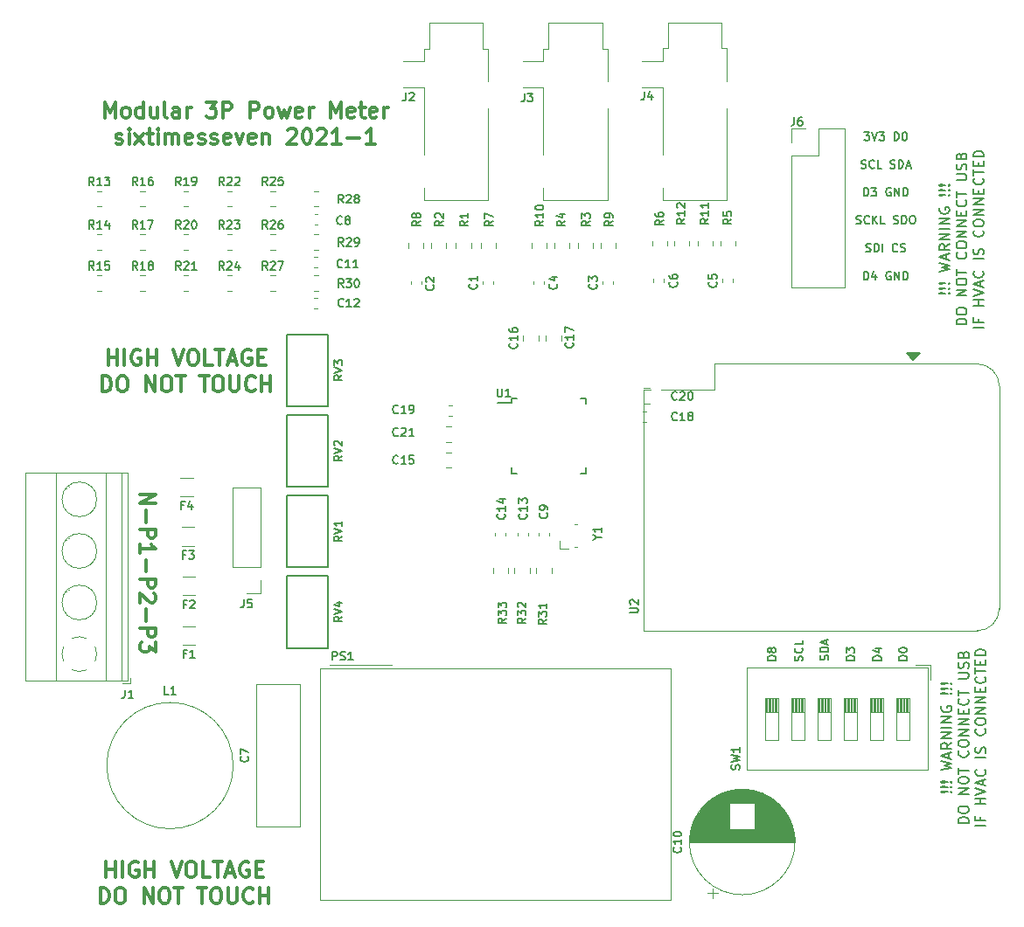
<source format=gto>
G04 #@! TF.GenerationSoftware,KiCad,Pcbnew,(5.1.10)-1*
G04 #@! TF.CreationDate,2021-08-26T19:54:54+02:00*
G04 #@! TF.ProjectId,CT_Sensor_Mains,43545f53-656e-4736-9f72-5f4d61696e73,rev?*
G04 #@! TF.SameCoordinates,Original*
G04 #@! TF.FileFunction,Legend,Top*
G04 #@! TF.FilePolarity,Positive*
%FSLAX46Y46*%
G04 Gerber Fmt 4.6, Leading zero omitted, Abs format (unit mm)*
G04 Created by KiCad (PCBNEW (5.1.10)-1) date 2021-08-26 19:54:54*
%MOMM*%
%LPD*%
G01*
G04 APERTURE LIST*
%ADD10C,0.150000*%
%ADD11C,0.300000*%
%ADD12C,0.120000*%
%ADD13O,1.600000X2.000000*%
%ADD14R,2.000000X2.000000*%
%ADD15C,2.600000*%
%ADD16R,2.600000X2.600000*%
%ADD17O,1.600000X1.600000*%
%ADD18R,1.600000X1.600000*%
%ADD19C,1.600000*%
%ADD20O,1.700000X1.700000*%
%ADD21R,1.700000X1.700000*%
%ADD22R,0.900000X0.800000*%
%ADD23R,0.250000X1.300000*%
%ADD24R,1.300000X0.250000*%
%ADD25C,2.300000*%
%ADD26R,2.300000X2.000000*%
%ADD27C,1.700000*%
%ADD28R,2.800000X2.800000*%
%ADD29R,2.800000X2.200000*%
%ADD30C,2.000000*%
G04 APERTURE END LIST*
D10*
X134282142Y-126938095D02*
X134329761Y-126890476D01*
X134377380Y-126938095D01*
X134329761Y-126985714D01*
X134282142Y-126938095D01*
X134377380Y-126938095D01*
X133996428Y-126938095D02*
X133425000Y-126985714D01*
X133377380Y-126938095D01*
X133425000Y-126890476D01*
X133996428Y-126938095D01*
X133377380Y-126938095D01*
X134282142Y-126461904D02*
X134329761Y-126414285D01*
X134377380Y-126461904D01*
X134329761Y-126509523D01*
X134282142Y-126461904D01*
X134377380Y-126461904D01*
X133996428Y-126461904D02*
X133425000Y-126509523D01*
X133377380Y-126461904D01*
X133425000Y-126414285D01*
X133996428Y-126461904D01*
X133377380Y-126461904D01*
X134282142Y-125985714D02*
X134329761Y-125938095D01*
X134377380Y-125985714D01*
X134329761Y-126033333D01*
X134282142Y-125985714D01*
X134377380Y-125985714D01*
X133996428Y-125985714D02*
X133425000Y-126033333D01*
X133377380Y-125985714D01*
X133425000Y-125938095D01*
X133996428Y-125985714D01*
X133377380Y-125985714D01*
X133377380Y-124842857D02*
X134377380Y-124604761D01*
X133663095Y-124414285D01*
X134377380Y-124223809D01*
X133377380Y-123985714D01*
X134091666Y-123652380D02*
X134091666Y-123176190D01*
X134377380Y-123747619D02*
X133377380Y-123414285D01*
X134377380Y-123080952D01*
X134377380Y-122176190D02*
X133901190Y-122509523D01*
X134377380Y-122747619D02*
X133377380Y-122747619D01*
X133377380Y-122366666D01*
X133425000Y-122271428D01*
X133472619Y-122223809D01*
X133567857Y-122176190D01*
X133710714Y-122176190D01*
X133805952Y-122223809D01*
X133853571Y-122271428D01*
X133901190Y-122366666D01*
X133901190Y-122747619D01*
X134377380Y-121747619D02*
X133377380Y-121747619D01*
X134377380Y-121176190D01*
X133377380Y-121176190D01*
X134377380Y-120700000D02*
X133377380Y-120700000D01*
X134377380Y-120223809D02*
X133377380Y-120223809D01*
X134377380Y-119652380D01*
X133377380Y-119652380D01*
X133425000Y-118652380D02*
X133377380Y-118747619D01*
X133377380Y-118890476D01*
X133425000Y-119033333D01*
X133520238Y-119128571D01*
X133615476Y-119176190D01*
X133805952Y-119223809D01*
X133948809Y-119223809D01*
X134139285Y-119176190D01*
X134234523Y-119128571D01*
X134329761Y-119033333D01*
X134377380Y-118890476D01*
X134377380Y-118795238D01*
X134329761Y-118652380D01*
X134282142Y-118604761D01*
X133948809Y-118604761D01*
X133948809Y-118795238D01*
X134282142Y-117414285D02*
X134329761Y-117366666D01*
X134377380Y-117414285D01*
X134329761Y-117461904D01*
X134282142Y-117414285D01*
X134377380Y-117414285D01*
X133996428Y-117414285D02*
X133425000Y-117461904D01*
X133377380Y-117414285D01*
X133425000Y-117366666D01*
X133996428Y-117414285D01*
X133377380Y-117414285D01*
X134282142Y-116938095D02*
X134329761Y-116890476D01*
X134377380Y-116938095D01*
X134329761Y-116985714D01*
X134282142Y-116938095D01*
X134377380Y-116938095D01*
X133996428Y-116938095D02*
X133425000Y-116985714D01*
X133377380Y-116938095D01*
X133425000Y-116890476D01*
X133996428Y-116938095D01*
X133377380Y-116938095D01*
X134282142Y-116461904D02*
X134329761Y-116414285D01*
X134377380Y-116461904D01*
X134329761Y-116509523D01*
X134282142Y-116461904D01*
X134377380Y-116461904D01*
X133996428Y-116461904D02*
X133425000Y-116509523D01*
X133377380Y-116461904D01*
X133425000Y-116414285D01*
X133996428Y-116461904D01*
X133377380Y-116461904D01*
X136027380Y-129961904D02*
X135027380Y-129961904D01*
X135027380Y-129723809D01*
X135075000Y-129580952D01*
X135170238Y-129485714D01*
X135265476Y-129438095D01*
X135455952Y-129390476D01*
X135598809Y-129390476D01*
X135789285Y-129438095D01*
X135884523Y-129485714D01*
X135979761Y-129580952D01*
X136027380Y-129723809D01*
X136027380Y-129961904D01*
X135027380Y-128771428D02*
X135027380Y-128580952D01*
X135075000Y-128485714D01*
X135170238Y-128390476D01*
X135360714Y-128342857D01*
X135694047Y-128342857D01*
X135884523Y-128390476D01*
X135979761Y-128485714D01*
X136027380Y-128580952D01*
X136027380Y-128771428D01*
X135979761Y-128866666D01*
X135884523Y-128961904D01*
X135694047Y-129009523D01*
X135360714Y-129009523D01*
X135170238Y-128961904D01*
X135075000Y-128866666D01*
X135027380Y-128771428D01*
X136027380Y-127152380D02*
X135027380Y-127152380D01*
X136027380Y-126580952D01*
X135027380Y-126580952D01*
X135027380Y-125914285D02*
X135027380Y-125723809D01*
X135075000Y-125628571D01*
X135170238Y-125533333D01*
X135360714Y-125485714D01*
X135694047Y-125485714D01*
X135884523Y-125533333D01*
X135979761Y-125628571D01*
X136027380Y-125723809D01*
X136027380Y-125914285D01*
X135979761Y-126009523D01*
X135884523Y-126104761D01*
X135694047Y-126152380D01*
X135360714Y-126152380D01*
X135170238Y-126104761D01*
X135075000Y-126009523D01*
X135027380Y-125914285D01*
X135027380Y-125200000D02*
X135027380Y-124628571D01*
X136027380Y-124914285D02*
X135027380Y-124914285D01*
X135932142Y-122961904D02*
X135979761Y-123009523D01*
X136027380Y-123152380D01*
X136027380Y-123247619D01*
X135979761Y-123390476D01*
X135884523Y-123485714D01*
X135789285Y-123533333D01*
X135598809Y-123580952D01*
X135455952Y-123580952D01*
X135265476Y-123533333D01*
X135170238Y-123485714D01*
X135075000Y-123390476D01*
X135027380Y-123247619D01*
X135027380Y-123152380D01*
X135075000Y-123009523D01*
X135122619Y-122961904D01*
X135027380Y-122342857D02*
X135027380Y-122152380D01*
X135075000Y-122057142D01*
X135170238Y-121961904D01*
X135360714Y-121914285D01*
X135694047Y-121914285D01*
X135884523Y-121961904D01*
X135979761Y-122057142D01*
X136027380Y-122152380D01*
X136027380Y-122342857D01*
X135979761Y-122438095D01*
X135884523Y-122533333D01*
X135694047Y-122580952D01*
X135360714Y-122580952D01*
X135170238Y-122533333D01*
X135075000Y-122438095D01*
X135027380Y-122342857D01*
X136027380Y-121485714D02*
X135027380Y-121485714D01*
X136027380Y-120914285D01*
X135027380Y-120914285D01*
X136027380Y-120438095D02*
X135027380Y-120438095D01*
X136027380Y-119866666D01*
X135027380Y-119866666D01*
X135503571Y-119390476D02*
X135503571Y-119057142D01*
X136027380Y-118914285D02*
X136027380Y-119390476D01*
X135027380Y-119390476D01*
X135027380Y-118914285D01*
X135932142Y-117914285D02*
X135979761Y-117961904D01*
X136027380Y-118104761D01*
X136027380Y-118200000D01*
X135979761Y-118342857D01*
X135884523Y-118438095D01*
X135789285Y-118485714D01*
X135598809Y-118533333D01*
X135455952Y-118533333D01*
X135265476Y-118485714D01*
X135170238Y-118438095D01*
X135075000Y-118342857D01*
X135027380Y-118200000D01*
X135027380Y-118104761D01*
X135075000Y-117961904D01*
X135122619Y-117914285D01*
X135027380Y-117628571D02*
X135027380Y-117057142D01*
X136027380Y-117342857D02*
X135027380Y-117342857D01*
X135027380Y-115961904D02*
X135836904Y-115961904D01*
X135932142Y-115914285D01*
X135979761Y-115866666D01*
X136027380Y-115771428D01*
X136027380Y-115580952D01*
X135979761Y-115485714D01*
X135932142Y-115438095D01*
X135836904Y-115390476D01*
X135027380Y-115390476D01*
X135979761Y-114961904D02*
X136027380Y-114819047D01*
X136027380Y-114580952D01*
X135979761Y-114485714D01*
X135932142Y-114438095D01*
X135836904Y-114390476D01*
X135741666Y-114390476D01*
X135646428Y-114438095D01*
X135598809Y-114485714D01*
X135551190Y-114580952D01*
X135503571Y-114771428D01*
X135455952Y-114866666D01*
X135408333Y-114914285D01*
X135313095Y-114961904D01*
X135217857Y-114961904D01*
X135122619Y-114914285D01*
X135075000Y-114866666D01*
X135027380Y-114771428D01*
X135027380Y-114533333D01*
X135075000Y-114390476D01*
X135503571Y-113628571D02*
X135551190Y-113485714D01*
X135598809Y-113438095D01*
X135694047Y-113390476D01*
X135836904Y-113390476D01*
X135932142Y-113438095D01*
X135979761Y-113485714D01*
X136027380Y-113580952D01*
X136027380Y-113961904D01*
X135027380Y-113961904D01*
X135027380Y-113628571D01*
X135075000Y-113533333D01*
X135122619Y-113485714D01*
X135217857Y-113438095D01*
X135313095Y-113438095D01*
X135408333Y-113485714D01*
X135455952Y-113533333D01*
X135503571Y-113628571D01*
X135503571Y-113961904D01*
X137677380Y-130223809D02*
X136677380Y-130223809D01*
X137153571Y-129414285D02*
X137153571Y-129747619D01*
X137677380Y-129747619D02*
X136677380Y-129747619D01*
X136677380Y-129271428D01*
X137677380Y-128128571D02*
X136677380Y-128128571D01*
X137153571Y-128128571D02*
X137153571Y-127557142D01*
X137677380Y-127557142D02*
X136677380Y-127557142D01*
X136677380Y-127223809D02*
X137677380Y-126890476D01*
X136677380Y-126557142D01*
X137391666Y-126271428D02*
X137391666Y-125795238D01*
X137677380Y-126366666D02*
X136677380Y-126033333D01*
X137677380Y-125700000D01*
X137582142Y-124795238D02*
X137629761Y-124842857D01*
X137677380Y-124985714D01*
X137677380Y-125080952D01*
X137629761Y-125223809D01*
X137534523Y-125319047D01*
X137439285Y-125366666D01*
X137248809Y-125414285D01*
X137105952Y-125414285D01*
X136915476Y-125366666D01*
X136820238Y-125319047D01*
X136725000Y-125223809D01*
X136677380Y-125080952D01*
X136677380Y-124985714D01*
X136725000Y-124842857D01*
X136772619Y-124795238D01*
X137677380Y-123604761D02*
X136677380Y-123604761D01*
X137629761Y-123176190D02*
X137677380Y-123033333D01*
X137677380Y-122795238D01*
X137629761Y-122700000D01*
X137582142Y-122652380D01*
X137486904Y-122604761D01*
X137391666Y-122604761D01*
X137296428Y-122652380D01*
X137248809Y-122700000D01*
X137201190Y-122795238D01*
X137153571Y-122985714D01*
X137105952Y-123080952D01*
X137058333Y-123128571D01*
X136963095Y-123176190D01*
X136867857Y-123176190D01*
X136772619Y-123128571D01*
X136725000Y-123080952D01*
X136677380Y-122985714D01*
X136677380Y-122747619D01*
X136725000Y-122604761D01*
X137582142Y-120842857D02*
X137629761Y-120890476D01*
X137677380Y-121033333D01*
X137677380Y-121128571D01*
X137629761Y-121271428D01*
X137534523Y-121366666D01*
X137439285Y-121414285D01*
X137248809Y-121461904D01*
X137105952Y-121461904D01*
X136915476Y-121414285D01*
X136820238Y-121366666D01*
X136725000Y-121271428D01*
X136677380Y-121128571D01*
X136677380Y-121033333D01*
X136725000Y-120890476D01*
X136772619Y-120842857D01*
X136677380Y-120223809D02*
X136677380Y-120033333D01*
X136725000Y-119938095D01*
X136820238Y-119842857D01*
X137010714Y-119795238D01*
X137344047Y-119795238D01*
X137534523Y-119842857D01*
X137629761Y-119938095D01*
X137677380Y-120033333D01*
X137677380Y-120223809D01*
X137629761Y-120319047D01*
X137534523Y-120414285D01*
X137344047Y-120461904D01*
X137010714Y-120461904D01*
X136820238Y-120414285D01*
X136725000Y-120319047D01*
X136677380Y-120223809D01*
X137677380Y-119366666D02*
X136677380Y-119366666D01*
X137677380Y-118795238D01*
X136677380Y-118795238D01*
X137677380Y-118319047D02*
X136677380Y-118319047D01*
X137677380Y-117747619D01*
X136677380Y-117747619D01*
X137153571Y-117271428D02*
X137153571Y-116938095D01*
X137677380Y-116795238D02*
X137677380Y-117271428D01*
X136677380Y-117271428D01*
X136677380Y-116795238D01*
X137582142Y-115795238D02*
X137629761Y-115842857D01*
X137677380Y-115985714D01*
X137677380Y-116080952D01*
X137629761Y-116223809D01*
X137534523Y-116319047D01*
X137439285Y-116366666D01*
X137248809Y-116414285D01*
X137105952Y-116414285D01*
X136915476Y-116366666D01*
X136820238Y-116319047D01*
X136725000Y-116223809D01*
X136677380Y-116080952D01*
X136677380Y-115985714D01*
X136725000Y-115842857D01*
X136772619Y-115795238D01*
X136677380Y-115509523D02*
X136677380Y-114938095D01*
X137677380Y-115223809D02*
X136677380Y-115223809D01*
X137153571Y-114604761D02*
X137153571Y-114271428D01*
X137677380Y-114128571D02*
X137677380Y-114604761D01*
X136677380Y-114604761D01*
X136677380Y-114128571D01*
X137677380Y-113700000D02*
X136677380Y-113700000D01*
X136677380Y-113461904D01*
X136725000Y-113319047D01*
X136820238Y-113223809D01*
X136915476Y-113176190D01*
X137105952Y-113128571D01*
X137248809Y-113128571D01*
X137439285Y-113176190D01*
X137534523Y-113223809D01*
X137629761Y-113319047D01*
X137677380Y-113461904D01*
X137677380Y-113700000D01*
X134082142Y-78638095D02*
X134129761Y-78590476D01*
X134177380Y-78638095D01*
X134129761Y-78685714D01*
X134082142Y-78638095D01*
X134177380Y-78638095D01*
X133796428Y-78638095D02*
X133225000Y-78685714D01*
X133177380Y-78638095D01*
X133225000Y-78590476D01*
X133796428Y-78638095D01*
X133177380Y-78638095D01*
X134082142Y-78161904D02*
X134129761Y-78114285D01*
X134177380Y-78161904D01*
X134129761Y-78209523D01*
X134082142Y-78161904D01*
X134177380Y-78161904D01*
X133796428Y-78161904D02*
X133225000Y-78209523D01*
X133177380Y-78161904D01*
X133225000Y-78114285D01*
X133796428Y-78161904D01*
X133177380Y-78161904D01*
X134082142Y-77685714D02*
X134129761Y-77638095D01*
X134177380Y-77685714D01*
X134129761Y-77733333D01*
X134082142Y-77685714D01*
X134177380Y-77685714D01*
X133796428Y-77685714D02*
X133225000Y-77733333D01*
X133177380Y-77685714D01*
X133225000Y-77638095D01*
X133796428Y-77685714D01*
X133177380Y-77685714D01*
X133177380Y-76542857D02*
X134177380Y-76304761D01*
X133463095Y-76114285D01*
X134177380Y-75923809D01*
X133177380Y-75685714D01*
X133891666Y-75352380D02*
X133891666Y-74876190D01*
X134177380Y-75447619D02*
X133177380Y-75114285D01*
X134177380Y-74780952D01*
X134177380Y-73876190D02*
X133701190Y-74209523D01*
X134177380Y-74447619D02*
X133177380Y-74447619D01*
X133177380Y-74066666D01*
X133225000Y-73971428D01*
X133272619Y-73923809D01*
X133367857Y-73876190D01*
X133510714Y-73876190D01*
X133605952Y-73923809D01*
X133653571Y-73971428D01*
X133701190Y-74066666D01*
X133701190Y-74447619D01*
X134177380Y-73447619D02*
X133177380Y-73447619D01*
X134177380Y-72876190D01*
X133177380Y-72876190D01*
X134177380Y-72400000D02*
X133177380Y-72400000D01*
X134177380Y-71923809D02*
X133177380Y-71923809D01*
X134177380Y-71352380D01*
X133177380Y-71352380D01*
X133225000Y-70352380D02*
X133177380Y-70447619D01*
X133177380Y-70590476D01*
X133225000Y-70733333D01*
X133320238Y-70828571D01*
X133415476Y-70876190D01*
X133605952Y-70923809D01*
X133748809Y-70923809D01*
X133939285Y-70876190D01*
X134034523Y-70828571D01*
X134129761Y-70733333D01*
X134177380Y-70590476D01*
X134177380Y-70495238D01*
X134129761Y-70352380D01*
X134082142Y-70304761D01*
X133748809Y-70304761D01*
X133748809Y-70495238D01*
X134082142Y-69114285D02*
X134129761Y-69066666D01*
X134177380Y-69114285D01*
X134129761Y-69161904D01*
X134082142Y-69114285D01*
X134177380Y-69114285D01*
X133796428Y-69114285D02*
X133225000Y-69161904D01*
X133177380Y-69114285D01*
X133225000Y-69066666D01*
X133796428Y-69114285D01*
X133177380Y-69114285D01*
X134082142Y-68638095D02*
X134129761Y-68590476D01*
X134177380Y-68638095D01*
X134129761Y-68685714D01*
X134082142Y-68638095D01*
X134177380Y-68638095D01*
X133796428Y-68638095D02*
X133225000Y-68685714D01*
X133177380Y-68638095D01*
X133225000Y-68590476D01*
X133796428Y-68638095D01*
X133177380Y-68638095D01*
X134082142Y-68161904D02*
X134129761Y-68114285D01*
X134177380Y-68161904D01*
X134129761Y-68209523D01*
X134082142Y-68161904D01*
X134177380Y-68161904D01*
X133796428Y-68161904D02*
X133225000Y-68209523D01*
X133177380Y-68161904D01*
X133225000Y-68114285D01*
X133796428Y-68161904D01*
X133177380Y-68161904D01*
X135827380Y-81661904D02*
X134827380Y-81661904D01*
X134827380Y-81423809D01*
X134875000Y-81280952D01*
X134970238Y-81185714D01*
X135065476Y-81138095D01*
X135255952Y-81090476D01*
X135398809Y-81090476D01*
X135589285Y-81138095D01*
X135684523Y-81185714D01*
X135779761Y-81280952D01*
X135827380Y-81423809D01*
X135827380Y-81661904D01*
X134827380Y-80471428D02*
X134827380Y-80280952D01*
X134875000Y-80185714D01*
X134970238Y-80090476D01*
X135160714Y-80042857D01*
X135494047Y-80042857D01*
X135684523Y-80090476D01*
X135779761Y-80185714D01*
X135827380Y-80280952D01*
X135827380Y-80471428D01*
X135779761Y-80566666D01*
X135684523Y-80661904D01*
X135494047Y-80709523D01*
X135160714Y-80709523D01*
X134970238Y-80661904D01*
X134875000Y-80566666D01*
X134827380Y-80471428D01*
X135827380Y-78852380D02*
X134827380Y-78852380D01*
X135827380Y-78280952D01*
X134827380Y-78280952D01*
X134827380Y-77614285D02*
X134827380Y-77423809D01*
X134875000Y-77328571D01*
X134970238Y-77233333D01*
X135160714Y-77185714D01*
X135494047Y-77185714D01*
X135684523Y-77233333D01*
X135779761Y-77328571D01*
X135827380Y-77423809D01*
X135827380Y-77614285D01*
X135779761Y-77709523D01*
X135684523Y-77804761D01*
X135494047Y-77852380D01*
X135160714Y-77852380D01*
X134970238Y-77804761D01*
X134875000Y-77709523D01*
X134827380Y-77614285D01*
X134827380Y-76900000D02*
X134827380Y-76328571D01*
X135827380Y-76614285D02*
X134827380Y-76614285D01*
X135732142Y-74661904D02*
X135779761Y-74709523D01*
X135827380Y-74852380D01*
X135827380Y-74947619D01*
X135779761Y-75090476D01*
X135684523Y-75185714D01*
X135589285Y-75233333D01*
X135398809Y-75280952D01*
X135255952Y-75280952D01*
X135065476Y-75233333D01*
X134970238Y-75185714D01*
X134875000Y-75090476D01*
X134827380Y-74947619D01*
X134827380Y-74852380D01*
X134875000Y-74709523D01*
X134922619Y-74661904D01*
X134827380Y-74042857D02*
X134827380Y-73852380D01*
X134875000Y-73757142D01*
X134970238Y-73661904D01*
X135160714Y-73614285D01*
X135494047Y-73614285D01*
X135684523Y-73661904D01*
X135779761Y-73757142D01*
X135827380Y-73852380D01*
X135827380Y-74042857D01*
X135779761Y-74138095D01*
X135684523Y-74233333D01*
X135494047Y-74280952D01*
X135160714Y-74280952D01*
X134970238Y-74233333D01*
X134875000Y-74138095D01*
X134827380Y-74042857D01*
X135827380Y-73185714D02*
X134827380Y-73185714D01*
X135827380Y-72614285D01*
X134827380Y-72614285D01*
X135827380Y-72138095D02*
X134827380Y-72138095D01*
X135827380Y-71566666D01*
X134827380Y-71566666D01*
X135303571Y-71090476D02*
X135303571Y-70757142D01*
X135827380Y-70614285D02*
X135827380Y-71090476D01*
X134827380Y-71090476D01*
X134827380Y-70614285D01*
X135732142Y-69614285D02*
X135779761Y-69661904D01*
X135827380Y-69804761D01*
X135827380Y-69900000D01*
X135779761Y-70042857D01*
X135684523Y-70138095D01*
X135589285Y-70185714D01*
X135398809Y-70233333D01*
X135255952Y-70233333D01*
X135065476Y-70185714D01*
X134970238Y-70138095D01*
X134875000Y-70042857D01*
X134827380Y-69900000D01*
X134827380Y-69804761D01*
X134875000Y-69661904D01*
X134922619Y-69614285D01*
X134827380Y-69328571D02*
X134827380Y-68757142D01*
X135827380Y-69042857D02*
X134827380Y-69042857D01*
X134827380Y-67661904D02*
X135636904Y-67661904D01*
X135732142Y-67614285D01*
X135779761Y-67566666D01*
X135827380Y-67471428D01*
X135827380Y-67280952D01*
X135779761Y-67185714D01*
X135732142Y-67138095D01*
X135636904Y-67090476D01*
X134827380Y-67090476D01*
X135779761Y-66661904D02*
X135827380Y-66519047D01*
X135827380Y-66280952D01*
X135779761Y-66185714D01*
X135732142Y-66138095D01*
X135636904Y-66090476D01*
X135541666Y-66090476D01*
X135446428Y-66138095D01*
X135398809Y-66185714D01*
X135351190Y-66280952D01*
X135303571Y-66471428D01*
X135255952Y-66566666D01*
X135208333Y-66614285D01*
X135113095Y-66661904D01*
X135017857Y-66661904D01*
X134922619Y-66614285D01*
X134875000Y-66566666D01*
X134827380Y-66471428D01*
X134827380Y-66233333D01*
X134875000Y-66090476D01*
X135303571Y-65328571D02*
X135351190Y-65185714D01*
X135398809Y-65138095D01*
X135494047Y-65090476D01*
X135636904Y-65090476D01*
X135732142Y-65138095D01*
X135779761Y-65185714D01*
X135827380Y-65280952D01*
X135827380Y-65661904D01*
X134827380Y-65661904D01*
X134827380Y-65328571D01*
X134875000Y-65233333D01*
X134922619Y-65185714D01*
X135017857Y-65138095D01*
X135113095Y-65138095D01*
X135208333Y-65185714D01*
X135255952Y-65233333D01*
X135303571Y-65328571D01*
X135303571Y-65661904D01*
X137477380Y-81923809D02*
X136477380Y-81923809D01*
X136953571Y-81114285D02*
X136953571Y-81447619D01*
X137477380Y-81447619D02*
X136477380Y-81447619D01*
X136477380Y-80971428D01*
X137477380Y-79828571D02*
X136477380Y-79828571D01*
X136953571Y-79828571D02*
X136953571Y-79257142D01*
X137477380Y-79257142D02*
X136477380Y-79257142D01*
X136477380Y-78923809D02*
X137477380Y-78590476D01*
X136477380Y-78257142D01*
X137191666Y-77971428D02*
X137191666Y-77495238D01*
X137477380Y-78066666D02*
X136477380Y-77733333D01*
X137477380Y-77400000D01*
X137382142Y-76495238D02*
X137429761Y-76542857D01*
X137477380Y-76685714D01*
X137477380Y-76780952D01*
X137429761Y-76923809D01*
X137334523Y-77019047D01*
X137239285Y-77066666D01*
X137048809Y-77114285D01*
X136905952Y-77114285D01*
X136715476Y-77066666D01*
X136620238Y-77019047D01*
X136525000Y-76923809D01*
X136477380Y-76780952D01*
X136477380Y-76685714D01*
X136525000Y-76542857D01*
X136572619Y-76495238D01*
X137477380Y-75304761D02*
X136477380Y-75304761D01*
X137429761Y-74876190D02*
X137477380Y-74733333D01*
X137477380Y-74495238D01*
X137429761Y-74400000D01*
X137382142Y-74352380D01*
X137286904Y-74304761D01*
X137191666Y-74304761D01*
X137096428Y-74352380D01*
X137048809Y-74400000D01*
X137001190Y-74495238D01*
X136953571Y-74685714D01*
X136905952Y-74780952D01*
X136858333Y-74828571D01*
X136763095Y-74876190D01*
X136667857Y-74876190D01*
X136572619Y-74828571D01*
X136525000Y-74780952D01*
X136477380Y-74685714D01*
X136477380Y-74447619D01*
X136525000Y-74304761D01*
X137382142Y-72542857D02*
X137429761Y-72590476D01*
X137477380Y-72733333D01*
X137477380Y-72828571D01*
X137429761Y-72971428D01*
X137334523Y-73066666D01*
X137239285Y-73114285D01*
X137048809Y-73161904D01*
X136905952Y-73161904D01*
X136715476Y-73114285D01*
X136620238Y-73066666D01*
X136525000Y-72971428D01*
X136477380Y-72828571D01*
X136477380Y-72733333D01*
X136525000Y-72590476D01*
X136572619Y-72542857D01*
X136477380Y-71923809D02*
X136477380Y-71733333D01*
X136525000Y-71638095D01*
X136620238Y-71542857D01*
X136810714Y-71495238D01*
X137144047Y-71495238D01*
X137334523Y-71542857D01*
X137429761Y-71638095D01*
X137477380Y-71733333D01*
X137477380Y-71923809D01*
X137429761Y-72019047D01*
X137334523Y-72114285D01*
X137144047Y-72161904D01*
X136810714Y-72161904D01*
X136620238Y-72114285D01*
X136525000Y-72019047D01*
X136477380Y-71923809D01*
X137477380Y-71066666D02*
X136477380Y-71066666D01*
X137477380Y-70495238D01*
X136477380Y-70495238D01*
X137477380Y-70019047D02*
X136477380Y-70019047D01*
X137477380Y-69447619D01*
X136477380Y-69447619D01*
X136953571Y-68971428D02*
X136953571Y-68638095D01*
X137477380Y-68495238D02*
X137477380Y-68971428D01*
X136477380Y-68971428D01*
X136477380Y-68495238D01*
X137382142Y-67495238D02*
X137429761Y-67542857D01*
X137477380Y-67685714D01*
X137477380Y-67780952D01*
X137429761Y-67923809D01*
X137334523Y-68019047D01*
X137239285Y-68066666D01*
X137048809Y-68114285D01*
X136905952Y-68114285D01*
X136715476Y-68066666D01*
X136620238Y-68019047D01*
X136525000Y-67923809D01*
X136477380Y-67780952D01*
X136477380Y-67685714D01*
X136525000Y-67542857D01*
X136572619Y-67495238D01*
X136477380Y-67209523D02*
X136477380Y-66638095D01*
X137477380Y-66923809D02*
X136477380Y-66923809D01*
X136953571Y-66304761D02*
X136953571Y-65971428D01*
X137477380Y-65828571D02*
X137477380Y-66304761D01*
X136477380Y-66304761D01*
X136477380Y-65828571D01*
X137477380Y-65400000D02*
X136477380Y-65400000D01*
X136477380Y-65161904D01*
X136525000Y-65019047D01*
X136620238Y-64923809D01*
X136715476Y-64876190D01*
X136905952Y-64828571D01*
X137048809Y-64828571D01*
X137239285Y-64876190D01*
X137334523Y-64923809D01*
X137429761Y-65019047D01*
X137477380Y-65161904D01*
X137477380Y-65400000D01*
D11*
X52392857Y-61603571D02*
X52392857Y-60103571D01*
X52892857Y-61175000D01*
X53392857Y-60103571D01*
X53392857Y-61603571D01*
X54321428Y-61603571D02*
X54178571Y-61532142D01*
X54107142Y-61460714D01*
X54035714Y-61317857D01*
X54035714Y-60889285D01*
X54107142Y-60746428D01*
X54178571Y-60675000D01*
X54321428Y-60603571D01*
X54535714Y-60603571D01*
X54678571Y-60675000D01*
X54750000Y-60746428D01*
X54821428Y-60889285D01*
X54821428Y-61317857D01*
X54750000Y-61460714D01*
X54678571Y-61532142D01*
X54535714Y-61603571D01*
X54321428Y-61603571D01*
X56107142Y-61603571D02*
X56107142Y-60103571D01*
X56107142Y-61532142D02*
X55964285Y-61603571D01*
X55678571Y-61603571D01*
X55535714Y-61532142D01*
X55464285Y-61460714D01*
X55392857Y-61317857D01*
X55392857Y-60889285D01*
X55464285Y-60746428D01*
X55535714Y-60675000D01*
X55678571Y-60603571D01*
X55964285Y-60603571D01*
X56107142Y-60675000D01*
X57464285Y-60603571D02*
X57464285Y-61603571D01*
X56821428Y-60603571D02*
X56821428Y-61389285D01*
X56892857Y-61532142D01*
X57035714Y-61603571D01*
X57250000Y-61603571D01*
X57392857Y-61532142D01*
X57464285Y-61460714D01*
X58392857Y-61603571D02*
X58250000Y-61532142D01*
X58178571Y-61389285D01*
X58178571Y-60103571D01*
X59607142Y-61603571D02*
X59607142Y-60817857D01*
X59535714Y-60675000D01*
X59392857Y-60603571D01*
X59107142Y-60603571D01*
X58964285Y-60675000D01*
X59607142Y-61532142D02*
X59464285Y-61603571D01*
X59107142Y-61603571D01*
X58964285Y-61532142D01*
X58892857Y-61389285D01*
X58892857Y-61246428D01*
X58964285Y-61103571D01*
X59107142Y-61032142D01*
X59464285Y-61032142D01*
X59607142Y-60960714D01*
X60321428Y-61603571D02*
X60321428Y-60603571D01*
X60321428Y-60889285D02*
X60392857Y-60746428D01*
X60464285Y-60675000D01*
X60607142Y-60603571D01*
X60750000Y-60603571D01*
X62250000Y-60103571D02*
X63178571Y-60103571D01*
X62678571Y-60675000D01*
X62892857Y-60675000D01*
X63035714Y-60746428D01*
X63107142Y-60817857D01*
X63178571Y-60960714D01*
X63178571Y-61317857D01*
X63107142Y-61460714D01*
X63035714Y-61532142D01*
X62892857Y-61603571D01*
X62464285Y-61603571D01*
X62321428Y-61532142D01*
X62250000Y-61460714D01*
X63821428Y-61603571D02*
X63821428Y-60103571D01*
X64392857Y-60103571D01*
X64535714Y-60175000D01*
X64607142Y-60246428D01*
X64678571Y-60389285D01*
X64678571Y-60603571D01*
X64607142Y-60746428D01*
X64535714Y-60817857D01*
X64392857Y-60889285D01*
X63821428Y-60889285D01*
X66464285Y-61603571D02*
X66464285Y-60103571D01*
X67035714Y-60103571D01*
X67178571Y-60175000D01*
X67250000Y-60246428D01*
X67321428Y-60389285D01*
X67321428Y-60603571D01*
X67250000Y-60746428D01*
X67178571Y-60817857D01*
X67035714Y-60889285D01*
X66464285Y-60889285D01*
X68178571Y-61603571D02*
X68035714Y-61532142D01*
X67964285Y-61460714D01*
X67892857Y-61317857D01*
X67892857Y-60889285D01*
X67964285Y-60746428D01*
X68035714Y-60675000D01*
X68178571Y-60603571D01*
X68392857Y-60603571D01*
X68535714Y-60675000D01*
X68607142Y-60746428D01*
X68678571Y-60889285D01*
X68678571Y-61317857D01*
X68607142Y-61460714D01*
X68535714Y-61532142D01*
X68392857Y-61603571D01*
X68178571Y-61603571D01*
X69178571Y-60603571D02*
X69464285Y-61603571D01*
X69750000Y-60889285D01*
X70035714Y-61603571D01*
X70321428Y-60603571D01*
X71464285Y-61532142D02*
X71321428Y-61603571D01*
X71035714Y-61603571D01*
X70892857Y-61532142D01*
X70821428Y-61389285D01*
X70821428Y-60817857D01*
X70892857Y-60675000D01*
X71035714Y-60603571D01*
X71321428Y-60603571D01*
X71464285Y-60675000D01*
X71535714Y-60817857D01*
X71535714Y-60960714D01*
X70821428Y-61103571D01*
X72178571Y-61603571D02*
X72178571Y-60603571D01*
X72178571Y-60889285D02*
X72250000Y-60746428D01*
X72321428Y-60675000D01*
X72464285Y-60603571D01*
X72607142Y-60603571D01*
X74250000Y-61603571D02*
X74250000Y-60103571D01*
X74750000Y-61175000D01*
X75250000Y-60103571D01*
X75250000Y-61603571D01*
X76535714Y-61532142D02*
X76392857Y-61603571D01*
X76107142Y-61603571D01*
X75964285Y-61532142D01*
X75892857Y-61389285D01*
X75892857Y-60817857D01*
X75964285Y-60675000D01*
X76107142Y-60603571D01*
X76392857Y-60603571D01*
X76535714Y-60675000D01*
X76607142Y-60817857D01*
X76607142Y-60960714D01*
X75892857Y-61103571D01*
X77035714Y-60603571D02*
X77607142Y-60603571D01*
X77250000Y-60103571D02*
X77250000Y-61389285D01*
X77321428Y-61532142D01*
X77464285Y-61603571D01*
X77607142Y-61603571D01*
X78678571Y-61532142D02*
X78535714Y-61603571D01*
X78250000Y-61603571D01*
X78107142Y-61532142D01*
X78035714Y-61389285D01*
X78035714Y-60817857D01*
X78107142Y-60675000D01*
X78250000Y-60603571D01*
X78535714Y-60603571D01*
X78678571Y-60675000D01*
X78750000Y-60817857D01*
X78750000Y-60960714D01*
X78035714Y-61103571D01*
X79392857Y-61603571D02*
X79392857Y-60603571D01*
X79392857Y-60889285D02*
X79464285Y-60746428D01*
X79535714Y-60675000D01*
X79678571Y-60603571D01*
X79821428Y-60603571D01*
X53464285Y-64082142D02*
X53607142Y-64153571D01*
X53892857Y-64153571D01*
X54035714Y-64082142D01*
X54107142Y-63939285D01*
X54107142Y-63867857D01*
X54035714Y-63725000D01*
X53892857Y-63653571D01*
X53678571Y-63653571D01*
X53535714Y-63582142D01*
X53464285Y-63439285D01*
X53464285Y-63367857D01*
X53535714Y-63225000D01*
X53678571Y-63153571D01*
X53892857Y-63153571D01*
X54035714Y-63225000D01*
X54750000Y-64153571D02*
X54750000Y-63153571D01*
X54750000Y-62653571D02*
X54678571Y-62725000D01*
X54750000Y-62796428D01*
X54821428Y-62725000D01*
X54750000Y-62653571D01*
X54750000Y-62796428D01*
X55321428Y-64153571D02*
X56107142Y-63153571D01*
X55321428Y-63153571D02*
X56107142Y-64153571D01*
X56464285Y-63153571D02*
X57035714Y-63153571D01*
X56678571Y-62653571D02*
X56678571Y-63939285D01*
X56750000Y-64082142D01*
X56892857Y-64153571D01*
X57035714Y-64153571D01*
X57535714Y-64153571D02*
X57535714Y-63153571D01*
X57535714Y-62653571D02*
X57464285Y-62725000D01*
X57535714Y-62796428D01*
X57607142Y-62725000D01*
X57535714Y-62653571D01*
X57535714Y-62796428D01*
X58250000Y-64153571D02*
X58250000Y-63153571D01*
X58250000Y-63296428D02*
X58321428Y-63225000D01*
X58464285Y-63153571D01*
X58678571Y-63153571D01*
X58821428Y-63225000D01*
X58892857Y-63367857D01*
X58892857Y-64153571D01*
X58892857Y-63367857D02*
X58964285Y-63225000D01*
X59107142Y-63153571D01*
X59321428Y-63153571D01*
X59464285Y-63225000D01*
X59535714Y-63367857D01*
X59535714Y-64153571D01*
X60821428Y-64082142D02*
X60678571Y-64153571D01*
X60392857Y-64153571D01*
X60250000Y-64082142D01*
X60178571Y-63939285D01*
X60178571Y-63367857D01*
X60250000Y-63225000D01*
X60392857Y-63153571D01*
X60678571Y-63153571D01*
X60821428Y-63225000D01*
X60892857Y-63367857D01*
X60892857Y-63510714D01*
X60178571Y-63653571D01*
X61464285Y-64082142D02*
X61607142Y-64153571D01*
X61892857Y-64153571D01*
X62035714Y-64082142D01*
X62107142Y-63939285D01*
X62107142Y-63867857D01*
X62035714Y-63725000D01*
X61892857Y-63653571D01*
X61678571Y-63653571D01*
X61535714Y-63582142D01*
X61464285Y-63439285D01*
X61464285Y-63367857D01*
X61535714Y-63225000D01*
X61678571Y-63153571D01*
X61892857Y-63153571D01*
X62035714Y-63225000D01*
X62678571Y-64082142D02*
X62821428Y-64153571D01*
X63107142Y-64153571D01*
X63250000Y-64082142D01*
X63321428Y-63939285D01*
X63321428Y-63867857D01*
X63250000Y-63725000D01*
X63107142Y-63653571D01*
X62892857Y-63653571D01*
X62750000Y-63582142D01*
X62678571Y-63439285D01*
X62678571Y-63367857D01*
X62750000Y-63225000D01*
X62892857Y-63153571D01*
X63107142Y-63153571D01*
X63250000Y-63225000D01*
X64535714Y-64082142D02*
X64392857Y-64153571D01*
X64107142Y-64153571D01*
X63964285Y-64082142D01*
X63892857Y-63939285D01*
X63892857Y-63367857D01*
X63964285Y-63225000D01*
X64107142Y-63153571D01*
X64392857Y-63153571D01*
X64535714Y-63225000D01*
X64607142Y-63367857D01*
X64607142Y-63510714D01*
X63892857Y-63653571D01*
X65107142Y-63153571D02*
X65464285Y-64153571D01*
X65821428Y-63153571D01*
X66964285Y-64082142D02*
X66821428Y-64153571D01*
X66535714Y-64153571D01*
X66392857Y-64082142D01*
X66321428Y-63939285D01*
X66321428Y-63367857D01*
X66392857Y-63225000D01*
X66535714Y-63153571D01*
X66821428Y-63153571D01*
X66964285Y-63225000D01*
X67035714Y-63367857D01*
X67035714Y-63510714D01*
X66321428Y-63653571D01*
X67678571Y-63153571D02*
X67678571Y-64153571D01*
X67678571Y-63296428D02*
X67750000Y-63225000D01*
X67892857Y-63153571D01*
X68107142Y-63153571D01*
X68250000Y-63225000D01*
X68321428Y-63367857D01*
X68321428Y-64153571D01*
X70107142Y-62796428D02*
X70178571Y-62725000D01*
X70321428Y-62653571D01*
X70678571Y-62653571D01*
X70821428Y-62725000D01*
X70892857Y-62796428D01*
X70964285Y-62939285D01*
X70964285Y-63082142D01*
X70892857Y-63296428D01*
X70035714Y-64153571D01*
X70964285Y-64153571D01*
X71892857Y-62653571D02*
X72035714Y-62653571D01*
X72178571Y-62725000D01*
X72250000Y-62796428D01*
X72321428Y-62939285D01*
X72392857Y-63225000D01*
X72392857Y-63582142D01*
X72321428Y-63867857D01*
X72250000Y-64010714D01*
X72178571Y-64082142D01*
X72035714Y-64153571D01*
X71892857Y-64153571D01*
X71750000Y-64082142D01*
X71678571Y-64010714D01*
X71607142Y-63867857D01*
X71535714Y-63582142D01*
X71535714Y-63225000D01*
X71607142Y-62939285D01*
X71678571Y-62796428D01*
X71750000Y-62725000D01*
X71892857Y-62653571D01*
X72964285Y-62796428D02*
X73035714Y-62725000D01*
X73178571Y-62653571D01*
X73535714Y-62653571D01*
X73678571Y-62725000D01*
X73750000Y-62796428D01*
X73821428Y-62939285D01*
X73821428Y-63082142D01*
X73750000Y-63296428D01*
X72892857Y-64153571D01*
X73821428Y-64153571D01*
X75250000Y-64153571D02*
X74392857Y-64153571D01*
X74821428Y-64153571D02*
X74821428Y-62653571D01*
X74678571Y-62867857D01*
X74535714Y-63010714D01*
X74392857Y-63082142D01*
X75892857Y-63582142D02*
X77035714Y-63582142D01*
X78535714Y-64153571D02*
X77678571Y-64153571D01*
X78107142Y-64153571D02*
X78107142Y-62653571D01*
X77964285Y-62867857D01*
X77821428Y-63010714D01*
X77678571Y-63082142D01*
D10*
X125923809Y-63011904D02*
X126419047Y-63011904D01*
X126152380Y-63316666D01*
X126266666Y-63316666D01*
X126342857Y-63354761D01*
X126380952Y-63392857D01*
X126419047Y-63469047D01*
X126419047Y-63659523D01*
X126380952Y-63735714D01*
X126342857Y-63773809D01*
X126266666Y-63811904D01*
X126038095Y-63811904D01*
X125961904Y-63773809D01*
X125923809Y-63735714D01*
X126647619Y-63011904D02*
X126914285Y-63811904D01*
X127180952Y-63011904D01*
X127371428Y-63011904D02*
X127866666Y-63011904D01*
X127600000Y-63316666D01*
X127714285Y-63316666D01*
X127790476Y-63354761D01*
X127828571Y-63392857D01*
X127866666Y-63469047D01*
X127866666Y-63659523D01*
X127828571Y-63735714D01*
X127790476Y-63773809D01*
X127714285Y-63811904D01*
X127485714Y-63811904D01*
X127409523Y-63773809D01*
X127371428Y-63735714D01*
X128819047Y-63811904D02*
X128819047Y-63011904D01*
X129009523Y-63011904D01*
X129123809Y-63050000D01*
X129200000Y-63126190D01*
X129238095Y-63202380D01*
X129276190Y-63354761D01*
X129276190Y-63469047D01*
X129238095Y-63621428D01*
X129200000Y-63697619D01*
X129123809Y-63773809D01*
X129009523Y-63811904D01*
X128819047Y-63811904D01*
X129771428Y-63011904D02*
X129847619Y-63011904D01*
X129923809Y-63050000D01*
X129961904Y-63088095D01*
X130000000Y-63164285D01*
X130038095Y-63316666D01*
X130038095Y-63507142D01*
X130000000Y-63659523D01*
X129961904Y-63735714D01*
X129923809Y-63773809D01*
X129847619Y-63811904D01*
X129771428Y-63811904D01*
X129695238Y-63773809D01*
X129657142Y-63735714D01*
X129619047Y-63659523D01*
X129580952Y-63507142D01*
X129580952Y-63316666D01*
X129619047Y-63164285D01*
X129657142Y-63088095D01*
X129695238Y-63050000D01*
X129771428Y-63011904D01*
X125619047Y-66473809D02*
X125733333Y-66511904D01*
X125923809Y-66511904D01*
X126000000Y-66473809D01*
X126038095Y-66435714D01*
X126076190Y-66359523D01*
X126076190Y-66283333D01*
X126038095Y-66207142D01*
X126000000Y-66169047D01*
X125923809Y-66130952D01*
X125771428Y-66092857D01*
X125695238Y-66054761D01*
X125657142Y-66016666D01*
X125619047Y-65940476D01*
X125619047Y-65864285D01*
X125657142Y-65788095D01*
X125695238Y-65750000D01*
X125771428Y-65711904D01*
X125961904Y-65711904D01*
X126076190Y-65750000D01*
X126876190Y-66435714D02*
X126838095Y-66473809D01*
X126723809Y-66511904D01*
X126647619Y-66511904D01*
X126533333Y-66473809D01*
X126457142Y-66397619D01*
X126419047Y-66321428D01*
X126380952Y-66169047D01*
X126380952Y-66054761D01*
X126419047Y-65902380D01*
X126457142Y-65826190D01*
X126533333Y-65750000D01*
X126647619Y-65711904D01*
X126723809Y-65711904D01*
X126838095Y-65750000D01*
X126876190Y-65788095D01*
X127600000Y-66511904D02*
X127219047Y-66511904D01*
X127219047Y-65711904D01*
X128438095Y-66473809D02*
X128552380Y-66511904D01*
X128742857Y-66511904D01*
X128819047Y-66473809D01*
X128857142Y-66435714D01*
X128895238Y-66359523D01*
X128895238Y-66283333D01*
X128857142Y-66207142D01*
X128819047Y-66169047D01*
X128742857Y-66130952D01*
X128590476Y-66092857D01*
X128514285Y-66054761D01*
X128476190Y-66016666D01*
X128438095Y-65940476D01*
X128438095Y-65864285D01*
X128476190Y-65788095D01*
X128514285Y-65750000D01*
X128590476Y-65711904D01*
X128780952Y-65711904D01*
X128895238Y-65750000D01*
X129238095Y-66511904D02*
X129238095Y-65711904D01*
X129428571Y-65711904D01*
X129542857Y-65750000D01*
X129619047Y-65826190D01*
X129657142Y-65902380D01*
X129695238Y-66054761D01*
X129695238Y-66169047D01*
X129657142Y-66321428D01*
X129619047Y-66397619D01*
X129542857Y-66473809D01*
X129428571Y-66511904D01*
X129238095Y-66511904D01*
X130000000Y-66283333D02*
X130380952Y-66283333D01*
X129923809Y-66511904D02*
X130190476Y-65711904D01*
X130457142Y-66511904D01*
X125885714Y-69211904D02*
X125885714Y-68411904D01*
X126076190Y-68411904D01*
X126190476Y-68450000D01*
X126266666Y-68526190D01*
X126304761Y-68602380D01*
X126342857Y-68754761D01*
X126342857Y-68869047D01*
X126304761Y-69021428D01*
X126266666Y-69097619D01*
X126190476Y-69173809D01*
X126076190Y-69211904D01*
X125885714Y-69211904D01*
X126609523Y-68411904D02*
X127104761Y-68411904D01*
X126838095Y-68716666D01*
X126952380Y-68716666D01*
X127028571Y-68754761D01*
X127066666Y-68792857D01*
X127104761Y-68869047D01*
X127104761Y-69059523D01*
X127066666Y-69135714D01*
X127028571Y-69173809D01*
X126952380Y-69211904D01*
X126723809Y-69211904D01*
X126647619Y-69173809D01*
X126609523Y-69135714D01*
X128476190Y-68450000D02*
X128400000Y-68411904D01*
X128285714Y-68411904D01*
X128171428Y-68450000D01*
X128095238Y-68526190D01*
X128057142Y-68602380D01*
X128019047Y-68754761D01*
X128019047Y-68869047D01*
X128057142Y-69021428D01*
X128095238Y-69097619D01*
X128171428Y-69173809D01*
X128285714Y-69211904D01*
X128361904Y-69211904D01*
X128476190Y-69173809D01*
X128514285Y-69135714D01*
X128514285Y-68869047D01*
X128361904Y-68869047D01*
X128857142Y-69211904D02*
X128857142Y-68411904D01*
X129314285Y-69211904D01*
X129314285Y-68411904D01*
X129695238Y-69211904D02*
X129695238Y-68411904D01*
X129885714Y-68411904D01*
X130000000Y-68450000D01*
X130076190Y-68526190D01*
X130114285Y-68602380D01*
X130152380Y-68754761D01*
X130152380Y-68869047D01*
X130114285Y-69021428D01*
X130076190Y-69097619D01*
X130000000Y-69173809D01*
X129885714Y-69211904D01*
X129695238Y-69211904D01*
X125142857Y-71873809D02*
X125257142Y-71911904D01*
X125447619Y-71911904D01*
X125523809Y-71873809D01*
X125561904Y-71835714D01*
X125600000Y-71759523D01*
X125600000Y-71683333D01*
X125561904Y-71607142D01*
X125523809Y-71569047D01*
X125447619Y-71530952D01*
X125295238Y-71492857D01*
X125219047Y-71454761D01*
X125180952Y-71416666D01*
X125142857Y-71340476D01*
X125142857Y-71264285D01*
X125180952Y-71188095D01*
X125219047Y-71150000D01*
X125295238Y-71111904D01*
X125485714Y-71111904D01*
X125600000Y-71150000D01*
X126400000Y-71835714D02*
X126361904Y-71873809D01*
X126247619Y-71911904D01*
X126171428Y-71911904D01*
X126057142Y-71873809D01*
X125980952Y-71797619D01*
X125942857Y-71721428D01*
X125904761Y-71569047D01*
X125904761Y-71454761D01*
X125942857Y-71302380D01*
X125980952Y-71226190D01*
X126057142Y-71150000D01*
X126171428Y-71111904D01*
X126247619Y-71111904D01*
X126361904Y-71150000D01*
X126400000Y-71188095D01*
X126742857Y-71911904D02*
X126742857Y-71111904D01*
X127200000Y-71911904D02*
X126857142Y-71454761D01*
X127200000Y-71111904D02*
X126742857Y-71569047D01*
X127923809Y-71911904D02*
X127542857Y-71911904D01*
X127542857Y-71111904D01*
X128761904Y-71873809D02*
X128876190Y-71911904D01*
X129066666Y-71911904D01*
X129142857Y-71873809D01*
X129180952Y-71835714D01*
X129219047Y-71759523D01*
X129219047Y-71683333D01*
X129180952Y-71607142D01*
X129142857Y-71569047D01*
X129066666Y-71530952D01*
X128914285Y-71492857D01*
X128838095Y-71454761D01*
X128800000Y-71416666D01*
X128761904Y-71340476D01*
X128761904Y-71264285D01*
X128800000Y-71188095D01*
X128838095Y-71150000D01*
X128914285Y-71111904D01*
X129104761Y-71111904D01*
X129219047Y-71150000D01*
X129561904Y-71911904D02*
X129561904Y-71111904D01*
X129752380Y-71111904D01*
X129866666Y-71150000D01*
X129942857Y-71226190D01*
X129980952Y-71302380D01*
X130019047Y-71454761D01*
X130019047Y-71569047D01*
X129980952Y-71721428D01*
X129942857Y-71797619D01*
X129866666Y-71873809D01*
X129752380Y-71911904D01*
X129561904Y-71911904D01*
X130514285Y-71111904D02*
X130666666Y-71111904D01*
X130742857Y-71150000D01*
X130819047Y-71226190D01*
X130857142Y-71378571D01*
X130857142Y-71645238D01*
X130819047Y-71797619D01*
X130742857Y-71873809D01*
X130666666Y-71911904D01*
X130514285Y-71911904D01*
X130438095Y-71873809D01*
X130361904Y-71797619D01*
X130323809Y-71645238D01*
X130323809Y-71378571D01*
X130361904Y-71226190D01*
X130438095Y-71150000D01*
X130514285Y-71111904D01*
X126095238Y-74573809D02*
X126209523Y-74611904D01*
X126400000Y-74611904D01*
X126476190Y-74573809D01*
X126514285Y-74535714D01*
X126552380Y-74459523D01*
X126552380Y-74383333D01*
X126514285Y-74307142D01*
X126476190Y-74269047D01*
X126400000Y-74230952D01*
X126247619Y-74192857D01*
X126171428Y-74154761D01*
X126133333Y-74116666D01*
X126095238Y-74040476D01*
X126095238Y-73964285D01*
X126133333Y-73888095D01*
X126171428Y-73850000D01*
X126247619Y-73811904D01*
X126438095Y-73811904D01*
X126552380Y-73850000D01*
X126895238Y-74611904D02*
X126895238Y-73811904D01*
X127085714Y-73811904D01*
X127200000Y-73850000D01*
X127276190Y-73926190D01*
X127314285Y-74002380D01*
X127352380Y-74154761D01*
X127352380Y-74269047D01*
X127314285Y-74421428D01*
X127276190Y-74497619D01*
X127200000Y-74573809D01*
X127085714Y-74611904D01*
X126895238Y-74611904D01*
X127695238Y-74611904D02*
X127695238Y-73811904D01*
X129142857Y-74535714D02*
X129104761Y-74573809D01*
X128990476Y-74611904D01*
X128914285Y-74611904D01*
X128800000Y-74573809D01*
X128723809Y-74497619D01*
X128685714Y-74421428D01*
X128647619Y-74269047D01*
X128647619Y-74154761D01*
X128685714Y-74002380D01*
X128723809Y-73926190D01*
X128800000Y-73850000D01*
X128914285Y-73811904D01*
X128990476Y-73811904D01*
X129104761Y-73850000D01*
X129142857Y-73888095D01*
X129447619Y-74573809D02*
X129561904Y-74611904D01*
X129752380Y-74611904D01*
X129828571Y-74573809D01*
X129866666Y-74535714D01*
X129904761Y-74459523D01*
X129904761Y-74383333D01*
X129866666Y-74307142D01*
X129828571Y-74269047D01*
X129752380Y-74230952D01*
X129600000Y-74192857D01*
X129523809Y-74154761D01*
X129485714Y-74116666D01*
X129447619Y-74040476D01*
X129447619Y-73964285D01*
X129485714Y-73888095D01*
X129523809Y-73850000D01*
X129600000Y-73811904D01*
X129790476Y-73811904D01*
X129904761Y-73850000D01*
X125885714Y-77311904D02*
X125885714Y-76511904D01*
X126076190Y-76511904D01*
X126190476Y-76550000D01*
X126266666Y-76626190D01*
X126304761Y-76702380D01*
X126342857Y-76854761D01*
X126342857Y-76969047D01*
X126304761Y-77121428D01*
X126266666Y-77197619D01*
X126190476Y-77273809D01*
X126076190Y-77311904D01*
X125885714Y-77311904D01*
X127028571Y-76778571D02*
X127028571Y-77311904D01*
X126838095Y-76473809D02*
X126647619Y-77045238D01*
X127142857Y-77045238D01*
X128476190Y-76550000D02*
X128400000Y-76511904D01*
X128285714Y-76511904D01*
X128171428Y-76550000D01*
X128095238Y-76626190D01*
X128057142Y-76702380D01*
X128019047Y-76854761D01*
X128019047Y-76969047D01*
X128057142Y-77121428D01*
X128095238Y-77197619D01*
X128171428Y-77273809D01*
X128285714Y-77311904D01*
X128361904Y-77311904D01*
X128476190Y-77273809D01*
X128514285Y-77235714D01*
X128514285Y-76969047D01*
X128361904Y-76969047D01*
X128857142Y-77311904D02*
X128857142Y-76511904D01*
X129314285Y-77311904D01*
X129314285Y-76511904D01*
X129695238Y-77311904D02*
X129695238Y-76511904D01*
X129885714Y-76511904D01*
X130000000Y-76550000D01*
X130076190Y-76626190D01*
X130114285Y-76702380D01*
X130152380Y-76854761D01*
X130152380Y-76969047D01*
X130114285Y-77121428D01*
X130076190Y-77197619D01*
X130000000Y-77273809D01*
X129885714Y-77311904D01*
X129695238Y-77311904D01*
D11*
X52528571Y-135203571D02*
X52528571Y-133703571D01*
X52528571Y-134417857D02*
X53385714Y-134417857D01*
X53385714Y-135203571D02*
X53385714Y-133703571D01*
X54100000Y-135203571D02*
X54100000Y-133703571D01*
X55600000Y-133775000D02*
X55457142Y-133703571D01*
X55242857Y-133703571D01*
X55028571Y-133775000D01*
X54885714Y-133917857D01*
X54814285Y-134060714D01*
X54742857Y-134346428D01*
X54742857Y-134560714D01*
X54814285Y-134846428D01*
X54885714Y-134989285D01*
X55028571Y-135132142D01*
X55242857Y-135203571D01*
X55385714Y-135203571D01*
X55600000Y-135132142D01*
X55671428Y-135060714D01*
X55671428Y-134560714D01*
X55385714Y-134560714D01*
X56314285Y-135203571D02*
X56314285Y-133703571D01*
X56314285Y-134417857D02*
X57171428Y-134417857D01*
X57171428Y-135203571D02*
X57171428Y-133703571D01*
X58814285Y-133703571D02*
X59314285Y-135203571D01*
X59814285Y-133703571D01*
X60600000Y-133703571D02*
X60885714Y-133703571D01*
X61028571Y-133775000D01*
X61171428Y-133917857D01*
X61242857Y-134203571D01*
X61242857Y-134703571D01*
X61171428Y-134989285D01*
X61028571Y-135132142D01*
X60885714Y-135203571D01*
X60600000Y-135203571D01*
X60457142Y-135132142D01*
X60314285Y-134989285D01*
X60242857Y-134703571D01*
X60242857Y-134203571D01*
X60314285Y-133917857D01*
X60457142Y-133775000D01*
X60600000Y-133703571D01*
X62600000Y-135203571D02*
X61885714Y-135203571D01*
X61885714Y-133703571D01*
X62885714Y-133703571D02*
X63742857Y-133703571D01*
X63314285Y-135203571D02*
X63314285Y-133703571D01*
X64171428Y-134775000D02*
X64885714Y-134775000D01*
X64028571Y-135203571D02*
X64528571Y-133703571D01*
X65028571Y-135203571D01*
X66314285Y-133775000D02*
X66171428Y-133703571D01*
X65957142Y-133703571D01*
X65742857Y-133775000D01*
X65600000Y-133917857D01*
X65528571Y-134060714D01*
X65457142Y-134346428D01*
X65457142Y-134560714D01*
X65528571Y-134846428D01*
X65600000Y-134989285D01*
X65742857Y-135132142D01*
X65957142Y-135203571D01*
X66100000Y-135203571D01*
X66314285Y-135132142D01*
X66385714Y-135060714D01*
X66385714Y-134560714D01*
X66100000Y-134560714D01*
X67028571Y-134417857D02*
X67528571Y-134417857D01*
X67742857Y-135203571D02*
X67028571Y-135203571D01*
X67028571Y-133703571D01*
X67742857Y-133703571D01*
X51957142Y-137753571D02*
X51957142Y-136253571D01*
X52314285Y-136253571D01*
X52528571Y-136325000D01*
X52671428Y-136467857D01*
X52742857Y-136610714D01*
X52814285Y-136896428D01*
X52814285Y-137110714D01*
X52742857Y-137396428D01*
X52671428Y-137539285D01*
X52528571Y-137682142D01*
X52314285Y-137753571D01*
X51957142Y-137753571D01*
X53742857Y-136253571D02*
X54028571Y-136253571D01*
X54171428Y-136325000D01*
X54314285Y-136467857D01*
X54385714Y-136753571D01*
X54385714Y-137253571D01*
X54314285Y-137539285D01*
X54171428Y-137682142D01*
X54028571Y-137753571D01*
X53742857Y-137753571D01*
X53600000Y-137682142D01*
X53457142Y-137539285D01*
X53385714Y-137253571D01*
X53385714Y-136753571D01*
X53457142Y-136467857D01*
X53600000Y-136325000D01*
X53742857Y-136253571D01*
X56171428Y-137753571D02*
X56171428Y-136253571D01*
X57028571Y-137753571D01*
X57028571Y-136253571D01*
X58028571Y-136253571D02*
X58314285Y-136253571D01*
X58457142Y-136325000D01*
X58600000Y-136467857D01*
X58671428Y-136753571D01*
X58671428Y-137253571D01*
X58600000Y-137539285D01*
X58457142Y-137682142D01*
X58314285Y-137753571D01*
X58028571Y-137753571D01*
X57885714Y-137682142D01*
X57742857Y-137539285D01*
X57671428Y-137253571D01*
X57671428Y-136753571D01*
X57742857Y-136467857D01*
X57885714Y-136325000D01*
X58028571Y-136253571D01*
X59100000Y-136253571D02*
X59957142Y-136253571D01*
X59528571Y-137753571D02*
X59528571Y-136253571D01*
X61385714Y-136253571D02*
X62242857Y-136253571D01*
X61814285Y-137753571D02*
X61814285Y-136253571D01*
X63028571Y-136253571D02*
X63314285Y-136253571D01*
X63457142Y-136325000D01*
X63600000Y-136467857D01*
X63671428Y-136753571D01*
X63671428Y-137253571D01*
X63600000Y-137539285D01*
X63457142Y-137682142D01*
X63314285Y-137753571D01*
X63028571Y-137753571D01*
X62885714Y-137682142D01*
X62742857Y-137539285D01*
X62671428Y-137253571D01*
X62671428Y-136753571D01*
X62742857Y-136467857D01*
X62885714Y-136325000D01*
X63028571Y-136253571D01*
X64314285Y-136253571D02*
X64314285Y-137467857D01*
X64385714Y-137610714D01*
X64457142Y-137682142D01*
X64600000Y-137753571D01*
X64885714Y-137753571D01*
X65028571Y-137682142D01*
X65100000Y-137610714D01*
X65171428Y-137467857D01*
X65171428Y-136253571D01*
X66742857Y-137610714D02*
X66671428Y-137682142D01*
X66457142Y-137753571D01*
X66314285Y-137753571D01*
X66100000Y-137682142D01*
X65957142Y-137539285D01*
X65885714Y-137396428D01*
X65814285Y-137110714D01*
X65814285Y-136896428D01*
X65885714Y-136610714D01*
X65957142Y-136467857D01*
X66100000Y-136325000D01*
X66314285Y-136253571D01*
X66457142Y-136253571D01*
X66671428Y-136325000D01*
X66742857Y-136396428D01*
X67385714Y-137753571D02*
X67385714Y-136253571D01*
X67385714Y-136967857D02*
X68242857Y-136967857D01*
X68242857Y-137753571D02*
X68242857Y-136253571D01*
X52728571Y-85603571D02*
X52728571Y-84103571D01*
X52728571Y-84817857D02*
X53585714Y-84817857D01*
X53585714Y-85603571D02*
X53585714Y-84103571D01*
X54300000Y-85603571D02*
X54300000Y-84103571D01*
X55800000Y-84175000D02*
X55657142Y-84103571D01*
X55442857Y-84103571D01*
X55228571Y-84175000D01*
X55085714Y-84317857D01*
X55014285Y-84460714D01*
X54942857Y-84746428D01*
X54942857Y-84960714D01*
X55014285Y-85246428D01*
X55085714Y-85389285D01*
X55228571Y-85532142D01*
X55442857Y-85603571D01*
X55585714Y-85603571D01*
X55800000Y-85532142D01*
X55871428Y-85460714D01*
X55871428Y-84960714D01*
X55585714Y-84960714D01*
X56514285Y-85603571D02*
X56514285Y-84103571D01*
X56514285Y-84817857D02*
X57371428Y-84817857D01*
X57371428Y-85603571D02*
X57371428Y-84103571D01*
X59014285Y-84103571D02*
X59514285Y-85603571D01*
X60014285Y-84103571D01*
X60800000Y-84103571D02*
X61085714Y-84103571D01*
X61228571Y-84175000D01*
X61371428Y-84317857D01*
X61442857Y-84603571D01*
X61442857Y-85103571D01*
X61371428Y-85389285D01*
X61228571Y-85532142D01*
X61085714Y-85603571D01*
X60800000Y-85603571D01*
X60657142Y-85532142D01*
X60514285Y-85389285D01*
X60442857Y-85103571D01*
X60442857Y-84603571D01*
X60514285Y-84317857D01*
X60657142Y-84175000D01*
X60800000Y-84103571D01*
X62800000Y-85603571D02*
X62085714Y-85603571D01*
X62085714Y-84103571D01*
X63085714Y-84103571D02*
X63942857Y-84103571D01*
X63514285Y-85603571D02*
X63514285Y-84103571D01*
X64371428Y-85175000D02*
X65085714Y-85175000D01*
X64228571Y-85603571D02*
X64728571Y-84103571D01*
X65228571Y-85603571D01*
X66514285Y-84175000D02*
X66371428Y-84103571D01*
X66157142Y-84103571D01*
X65942857Y-84175000D01*
X65800000Y-84317857D01*
X65728571Y-84460714D01*
X65657142Y-84746428D01*
X65657142Y-84960714D01*
X65728571Y-85246428D01*
X65800000Y-85389285D01*
X65942857Y-85532142D01*
X66157142Y-85603571D01*
X66300000Y-85603571D01*
X66514285Y-85532142D01*
X66585714Y-85460714D01*
X66585714Y-84960714D01*
X66300000Y-84960714D01*
X67228571Y-84817857D02*
X67728571Y-84817857D01*
X67942857Y-85603571D02*
X67228571Y-85603571D01*
X67228571Y-84103571D01*
X67942857Y-84103571D01*
X52157142Y-88153571D02*
X52157142Y-86653571D01*
X52514285Y-86653571D01*
X52728571Y-86725000D01*
X52871428Y-86867857D01*
X52942857Y-87010714D01*
X53014285Y-87296428D01*
X53014285Y-87510714D01*
X52942857Y-87796428D01*
X52871428Y-87939285D01*
X52728571Y-88082142D01*
X52514285Y-88153571D01*
X52157142Y-88153571D01*
X53942857Y-86653571D02*
X54228571Y-86653571D01*
X54371428Y-86725000D01*
X54514285Y-86867857D01*
X54585714Y-87153571D01*
X54585714Y-87653571D01*
X54514285Y-87939285D01*
X54371428Y-88082142D01*
X54228571Y-88153571D01*
X53942857Y-88153571D01*
X53800000Y-88082142D01*
X53657142Y-87939285D01*
X53585714Y-87653571D01*
X53585714Y-87153571D01*
X53657142Y-86867857D01*
X53800000Y-86725000D01*
X53942857Y-86653571D01*
X56371428Y-88153571D02*
X56371428Y-86653571D01*
X57228571Y-88153571D01*
X57228571Y-86653571D01*
X58228571Y-86653571D02*
X58514285Y-86653571D01*
X58657142Y-86725000D01*
X58800000Y-86867857D01*
X58871428Y-87153571D01*
X58871428Y-87653571D01*
X58800000Y-87939285D01*
X58657142Y-88082142D01*
X58514285Y-88153571D01*
X58228571Y-88153571D01*
X58085714Y-88082142D01*
X57942857Y-87939285D01*
X57871428Y-87653571D01*
X57871428Y-87153571D01*
X57942857Y-86867857D01*
X58085714Y-86725000D01*
X58228571Y-86653571D01*
X59300000Y-86653571D02*
X60157142Y-86653571D01*
X59728571Y-88153571D02*
X59728571Y-86653571D01*
X61585714Y-86653571D02*
X62442857Y-86653571D01*
X62014285Y-88153571D02*
X62014285Y-86653571D01*
X63228571Y-86653571D02*
X63514285Y-86653571D01*
X63657142Y-86725000D01*
X63800000Y-86867857D01*
X63871428Y-87153571D01*
X63871428Y-87653571D01*
X63800000Y-87939285D01*
X63657142Y-88082142D01*
X63514285Y-88153571D01*
X63228571Y-88153571D01*
X63085714Y-88082142D01*
X62942857Y-87939285D01*
X62871428Y-87653571D01*
X62871428Y-87153571D01*
X62942857Y-86867857D01*
X63085714Y-86725000D01*
X63228571Y-86653571D01*
X64514285Y-86653571D02*
X64514285Y-87867857D01*
X64585714Y-88010714D01*
X64657142Y-88082142D01*
X64800000Y-88153571D01*
X65085714Y-88153571D01*
X65228571Y-88082142D01*
X65300000Y-88010714D01*
X65371428Y-87867857D01*
X65371428Y-86653571D01*
X66942857Y-88010714D02*
X66871428Y-88082142D01*
X66657142Y-88153571D01*
X66514285Y-88153571D01*
X66300000Y-88082142D01*
X66157142Y-87939285D01*
X66085714Y-87796428D01*
X66014285Y-87510714D01*
X66014285Y-87296428D01*
X66085714Y-87010714D01*
X66157142Y-86867857D01*
X66300000Y-86725000D01*
X66514285Y-86653571D01*
X66657142Y-86653571D01*
X66871428Y-86725000D01*
X66942857Y-86796428D01*
X67585714Y-88153571D02*
X67585714Y-86653571D01*
X67585714Y-87367857D02*
X68442857Y-87367857D01*
X68442857Y-88153571D02*
X68442857Y-86653571D01*
X55821428Y-98092857D02*
X57321428Y-98092857D01*
X55821428Y-98950000D01*
X57321428Y-98950000D01*
X56392857Y-99664285D02*
X56392857Y-100807142D01*
X55821428Y-101521428D02*
X57321428Y-101521428D01*
X57321428Y-102092857D01*
X57250000Y-102235714D01*
X57178571Y-102307142D01*
X57035714Y-102378571D01*
X56821428Y-102378571D01*
X56678571Y-102307142D01*
X56607142Y-102235714D01*
X56535714Y-102092857D01*
X56535714Y-101521428D01*
X55821428Y-103807142D02*
X55821428Y-102950000D01*
X55821428Y-103378571D02*
X57321428Y-103378571D01*
X57107142Y-103235714D01*
X56964285Y-103092857D01*
X56892857Y-102950000D01*
X56392857Y-104450000D02*
X56392857Y-105592857D01*
X55821428Y-106307142D02*
X57321428Y-106307142D01*
X57321428Y-106878571D01*
X57250000Y-107021428D01*
X57178571Y-107092857D01*
X57035714Y-107164285D01*
X56821428Y-107164285D01*
X56678571Y-107092857D01*
X56607142Y-107021428D01*
X56535714Y-106878571D01*
X56535714Y-106307142D01*
X57178571Y-107735714D02*
X57250000Y-107807142D01*
X57321428Y-107950000D01*
X57321428Y-108307142D01*
X57250000Y-108450000D01*
X57178571Y-108521428D01*
X57035714Y-108592857D01*
X56892857Y-108592857D01*
X56678571Y-108521428D01*
X55821428Y-107664285D01*
X55821428Y-108592857D01*
X56392857Y-109235714D02*
X56392857Y-110378571D01*
X55821428Y-111092857D02*
X57321428Y-111092857D01*
X57321428Y-111664285D01*
X57250000Y-111807142D01*
X57178571Y-111878571D01*
X57035714Y-111950000D01*
X56821428Y-111950000D01*
X56678571Y-111878571D01*
X56607142Y-111807142D01*
X56535714Y-111664285D01*
X56535714Y-111092857D01*
X57321428Y-112450000D02*
X57321428Y-113378571D01*
X56750000Y-112878571D01*
X56750000Y-113092857D01*
X56678571Y-113235714D01*
X56607142Y-113307142D01*
X56464285Y-113378571D01*
X56107142Y-113378571D01*
X55964285Y-113307142D01*
X55892857Y-113235714D01*
X55821428Y-113092857D01*
X55821428Y-112664285D01*
X55892857Y-112521428D01*
X55964285Y-112450000D01*
D10*
X130061904Y-114190476D02*
X129261904Y-114190476D01*
X129261904Y-114000000D01*
X129300000Y-113885714D01*
X129376190Y-113809523D01*
X129452380Y-113771428D01*
X129604761Y-113733333D01*
X129719047Y-113733333D01*
X129871428Y-113771428D01*
X129947619Y-113809523D01*
X130023809Y-113885714D01*
X130061904Y-114000000D01*
X130061904Y-114190476D01*
X129261904Y-113238095D02*
X129261904Y-113161904D01*
X129300000Y-113085714D01*
X129338095Y-113047619D01*
X129414285Y-113009523D01*
X129566666Y-112971428D01*
X129757142Y-112971428D01*
X129909523Y-113009523D01*
X129985714Y-113047619D01*
X130023809Y-113085714D01*
X130061904Y-113161904D01*
X130061904Y-113238095D01*
X130023809Y-113314285D01*
X129985714Y-113352380D01*
X129909523Y-113390476D01*
X129757142Y-113428571D01*
X129566666Y-113428571D01*
X129414285Y-113390476D01*
X129338095Y-113352380D01*
X129300000Y-113314285D01*
X129261904Y-113238095D01*
X127561904Y-114190476D02*
X126761904Y-114190476D01*
X126761904Y-114000000D01*
X126800000Y-113885714D01*
X126876190Y-113809523D01*
X126952380Y-113771428D01*
X127104761Y-113733333D01*
X127219047Y-113733333D01*
X127371428Y-113771428D01*
X127447619Y-113809523D01*
X127523809Y-113885714D01*
X127561904Y-114000000D01*
X127561904Y-114190476D01*
X127028571Y-113047619D02*
X127561904Y-113047619D01*
X126723809Y-113238095D02*
X127295238Y-113428571D01*
X127295238Y-112933333D01*
X124961904Y-114190476D02*
X124161904Y-114190476D01*
X124161904Y-114000000D01*
X124200000Y-113885714D01*
X124276190Y-113809523D01*
X124352380Y-113771428D01*
X124504761Y-113733333D01*
X124619047Y-113733333D01*
X124771428Y-113771428D01*
X124847619Y-113809523D01*
X124923809Y-113885714D01*
X124961904Y-114000000D01*
X124961904Y-114190476D01*
X124161904Y-113466666D02*
X124161904Y-112971428D01*
X124466666Y-113238095D01*
X124466666Y-113123809D01*
X124504761Y-113047619D01*
X124542857Y-113009523D01*
X124619047Y-112971428D01*
X124809523Y-112971428D01*
X124885714Y-113009523D01*
X124923809Y-113047619D01*
X124961904Y-113123809D01*
X124961904Y-113352380D01*
X124923809Y-113428571D01*
X124885714Y-113466666D01*
X122423809Y-114171428D02*
X122461904Y-114057142D01*
X122461904Y-113866666D01*
X122423809Y-113790476D01*
X122385714Y-113752380D01*
X122309523Y-113714285D01*
X122233333Y-113714285D01*
X122157142Y-113752380D01*
X122119047Y-113790476D01*
X122080952Y-113866666D01*
X122042857Y-114019047D01*
X122004761Y-114095238D01*
X121966666Y-114133333D01*
X121890476Y-114171428D01*
X121814285Y-114171428D01*
X121738095Y-114133333D01*
X121700000Y-114095238D01*
X121661904Y-114019047D01*
X121661904Y-113828571D01*
X121700000Y-113714285D01*
X122461904Y-113371428D02*
X121661904Y-113371428D01*
X121661904Y-113180952D01*
X121700000Y-113066666D01*
X121776190Y-112990476D01*
X121852380Y-112952380D01*
X122004761Y-112914285D01*
X122119047Y-112914285D01*
X122271428Y-112952380D01*
X122347619Y-112990476D01*
X122423809Y-113066666D01*
X122461904Y-113180952D01*
X122461904Y-113371428D01*
X122233333Y-112609523D02*
X122233333Y-112228571D01*
X122461904Y-112685714D02*
X121661904Y-112419047D01*
X122461904Y-112152380D01*
X119923809Y-114252380D02*
X119961904Y-114138095D01*
X119961904Y-113947619D01*
X119923809Y-113871428D01*
X119885714Y-113833333D01*
X119809523Y-113795238D01*
X119733333Y-113795238D01*
X119657142Y-113833333D01*
X119619047Y-113871428D01*
X119580952Y-113947619D01*
X119542857Y-114100000D01*
X119504761Y-114176190D01*
X119466666Y-114214285D01*
X119390476Y-114252380D01*
X119314285Y-114252380D01*
X119238095Y-114214285D01*
X119200000Y-114176190D01*
X119161904Y-114100000D01*
X119161904Y-113909523D01*
X119200000Y-113795238D01*
X119885714Y-112995238D02*
X119923809Y-113033333D01*
X119961904Y-113147619D01*
X119961904Y-113223809D01*
X119923809Y-113338095D01*
X119847619Y-113414285D01*
X119771428Y-113452380D01*
X119619047Y-113490476D01*
X119504761Y-113490476D01*
X119352380Y-113452380D01*
X119276190Y-113414285D01*
X119200000Y-113338095D01*
X119161904Y-113223809D01*
X119161904Y-113147619D01*
X119200000Y-113033333D01*
X119238095Y-112995238D01*
X119961904Y-112271428D02*
X119961904Y-112652380D01*
X119161904Y-112652380D01*
X117361904Y-114190476D02*
X116561904Y-114190476D01*
X116561904Y-114000000D01*
X116600000Y-113885714D01*
X116676190Y-113809523D01*
X116752380Y-113771428D01*
X116904761Y-113733333D01*
X117019047Y-113733333D01*
X117171428Y-113771428D01*
X117247619Y-113809523D01*
X117323809Y-113885714D01*
X117361904Y-114000000D01*
X117361904Y-114190476D01*
X116904761Y-113276190D02*
X116866666Y-113352380D01*
X116828571Y-113390476D01*
X116752380Y-113428571D01*
X116714285Y-113428571D01*
X116638095Y-113390476D01*
X116600000Y-113352380D01*
X116561904Y-113276190D01*
X116561904Y-113123809D01*
X116600000Y-113047619D01*
X116638095Y-113009523D01*
X116714285Y-112971428D01*
X116752380Y-112971428D01*
X116828571Y-113009523D01*
X116866666Y-113047619D01*
X116904761Y-113123809D01*
X116904761Y-113276190D01*
X116942857Y-113352380D01*
X116980952Y-113390476D01*
X117057142Y-113428571D01*
X117209523Y-113428571D01*
X117285714Y-113390476D01*
X117323809Y-113352380D01*
X117361904Y-113276190D01*
X117361904Y-113123809D01*
X117323809Y-113047619D01*
X117285714Y-113009523D01*
X117209523Y-112971428D01*
X117057142Y-112971428D01*
X116980952Y-113009523D01*
X116942857Y-113047619D01*
X116904761Y-113123809D01*
D12*
X138990000Y-109205000D02*
G75*
G02*
X136860000Y-111335000I-2130000J0D01*
G01*
X136860000Y-85475000D02*
G75*
G02*
X138990000Y-87605000I0J-2130000D01*
G01*
X104530000Y-88015000D02*
X104530000Y-111335000D01*
X111430000Y-85475000D02*
X136860000Y-85475000D01*
X104530000Y-111335000D02*
X136860000Y-111335000D01*
X138990000Y-109215000D02*
X138990000Y-87605000D01*
D10*
G36*
X131285000Y-84435000D02*
G01*
X130015000Y-84435000D01*
X130650000Y-85070000D01*
X131285000Y-84435000D01*
G37*
X131285000Y-84435000D02*
X130015000Y-84435000D01*
X130650000Y-85070000D01*
X131285000Y-84435000D01*
D12*
X111430000Y-85475000D02*
X111430000Y-88015000D01*
X111430000Y-88015000D02*
X104530000Y-88015000D01*
X51605253Y-113571195D02*
G75*
G02*
X51460000Y-114284000I-1680253J-28805D01*
G01*
X50608042Y-115135426D02*
G75*
G02*
X49241000Y-115135000I-683042J1535426D01*
G01*
X48389574Y-114283042D02*
G75*
G02*
X48390000Y-112916000I1535426J683042D01*
G01*
X49241958Y-112064574D02*
G75*
G02*
X50609000Y-112065000I683042J-1535426D01*
G01*
X51459756Y-112916682D02*
G75*
G02*
X51605000Y-113600000I-1534756J-683318D01*
G01*
X51605000Y-108600000D02*
G75*
G03*
X51605000Y-108600000I-1680000J0D01*
G01*
X51605000Y-103600000D02*
G75*
G03*
X51605000Y-103600000I-1680000J0D01*
G01*
X51605000Y-98600000D02*
G75*
G03*
X51605000Y-98600000I-1680000J0D01*
G01*
X54025000Y-116160000D02*
X54025000Y-96039000D01*
X52525000Y-116160000D02*
X52525000Y-96039000D01*
X47624000Y-116160000D02*
X47624000Y-96039000D01*
X44664000Y-116160000D02*
X44664000Y-96039000D01*
X54585000Y-116160000D02*
X54585000Y-96039000D01*
X44664000Y-116160000D02*
X54585000Y-116160000D01*
X44664000Y-96039000D02*
X54585000Y-96039000D01*
X48856000Y-107325000D02*
X48902000Y-107372000D01*
X51164000Y-109634000D02*
X51199000Y-109669000D01*
X48650000Y-107530000D02*
X48686000Y-107565000D01*
X50948000Y-109827000D02*
X50994000Y-109874000D01*
X48856000Y-102325000D02*
X48902000Y-102372000D01*
X51164000Y-104634000D02*
X51199000Y-104669000D01*
X48650000Y-102530000D02*
X48686000Y-102565000D01*
X50948000Y-104827000D02*
X50994000Y-104874000D01*
X48856000Y-97325000D02*
X48902000Y-97372000D01*
X51164000Y-99634000D02*
X51199000Y-99669000D01*
X48650000Y-97530000D02*
X48686000Y-97565000D01*
X50948000Y-99827000D02*
X50994000Y-99874000D01*
X54085000Y-116400000D02*
X54825000Y-116400000D01*
X54825000Y-116400000D02*
X54825000Y-115900000D01*
X132070000Y-114910000D02*
X132070000Y-124810000D01*
X114530000Y-114910000D02*
X114530000Y-124810000D01*
X132070000Y-114910000D02*
X114530000Y-114910000D01*
X132070000Y-124810000D02*
X114530000Y-124810000D01*
X132310000Y-114670000D02*
X132310000Y-116054000D01*
X132310000Y-114670000D02*
X130927000Y-114670000D01*
X130285000Y-117830000D02*
X129015000Y-117830000D01*
X129015000Y-117830000D02*
X129015000Y-121890000D01*
X129015000Y-121890000D02*
X130285000Y-121890000D01*
X130285000Y-121890000D02*
X130285000Y-117830000D01*
X130165000Y-117830000D02*
X130165000Y-119183333D01*
X130045000Y-117830000D02*
X130045000Y-119183333D01*
X129925000Y-117830000D02*
X129925000Y-119183333D01*
X129805000Y-117830000D02*
X129805000Y-119183333D01*
X129685000Y-117830000D02*
X129685000Y-119183333D01*
X129565000Y-117830000D02*
X129565000Y-119183333D01*
X129445000Y-117830000D02*
X129445000Y-119183333D01*
X129325000Y-117830000D02*
X129325000Y-119183333D01*
X129205000Y-117830000D02*
X129205000Y-119183333D01*
X129085000Y-117830000D02*
X129085000Y-119183333D01*
X130285000Y-119183333D02*
X129015000Y-119183333D01*
X127745000Y-117830000D02*
X126475000Y-117830000D01*
X126475000Y-117830000D02*
X126475000Y-121890000D01*
X126475000Y-121890000D02*
X127745000Y-121890000D01*
X127745000Y-121890000D02*
X127745000Y-117830000D01*
X127625000Y-117830000D02*
X127625000Y-119183333D01*
X127505000Y-117830000D02*
X127505000Y-119183333D01*
X127385000Y-117830000D02*
X127385000Y-119183333D01*
X127265000Y-117830000D02*
X127265000Y-119183333D01*
X127145000Y-117830000D02*
X127145000Y-119183333D01*
X127025000Y-117830000D02*
X127025000Y-119183333D01*
X126905000Y-117830000D02*
X126905000Y-119183333D01*
X126785000Y-117830000D02*
X126785000Y-119183333D01*
X126665000Y-117830000D02*
X126665000Y-119183333D01*
X126545000Y-117830000D02*
X126545000Y-119183333D01*
X127745000Y-119183333D02*
X126475000Y-119183333D01*
X125205000Y-117830000D02*
X123935000Y-117830000D01*
X123935000Y-117830000D02*
X123935000Y-121890000D01*
X123935000Y-121890000D02*
X125205000Y-121890000D01*
X125205000Y-121890000D02*
X125205000Y-117830000D01*
X125085000Y-117830000D02*
X125085000Y-119183333D01*
X124965000Y-117830000D02*
X124965000Y-119183333D01*
X124845000Y-117830000D02*
X124845000Y-119183333D01*
X124725000Y-117830000D02*
X124725000Y-119183333D01*
X124605000Y-117830000D02*
X124605000Y-119183333D01*
X124485000Y-117830000D02*
X124485000Y-119183333D01*
X124365000Y-117830000D02*
X124365000Y-119183333D01*
X124245000Y-117830000D02*
X124245000Y-119183333D01*
X124125000Y-117830000D02*
X124125000Y-119183333D01*
X124005000Y-117830000D02*
X124005000Y-119183333D01*
X125205000Y-119183333D02*
X123935000Y-119183333D01*
X122665000Y-117830000D02*
X121395000Y-117830000D01*
X121395000Y-117830000D02*
X121395000Y-121890000D01*
X121395000Y-121890000D02*
X122665000Y-121890000D01*
X122665000Y-121890000D02*
X122665000Y-117830000D01*
X122545000Y-117830000D02*
X122545000Y-119183333D01*
X122425000Y-117830000D02*
X122425000Y-119183333D01*
X122305000Y-117830000D02*
X122305000Y-119183333D01*
X122185000Y-117830000D02*
X122185000Y-119183333D01*
X122065000Y-117830000D02*
X122065000Y-119183333D01*
X121945000Y-117830000D02*
X121945000Y-119183333D01*
X121825000Y-117830000D02*
X121825000Y-119183333D01*
X121705000Y-117830000D02*
X121705000Y-119183333D01*
X121585000Y-117830000D02*
X121585000Y-119183333D01*
X121465000Y-117830000D02*
X121465000Y-119183333D01*
X122665000Y-119183333D02*
X121395000Y-119183333D01*
X120125000Y-117830000D02*
X118855000Y-117830000D01*
X118855000Y-117830000D02*
X118855000Y-121890000D01*
X118855000Y-121890000D02*
X120125000Y-121890000D01*
X120125000Y-121890000D02*
X120125000Y-117830000D01*
X120005000Y-117830000D02*
X120005000Y-119183333D01*
X119885000Y-117830000D02*
X119885000Y-119183333D01*
X119765000Y-117830000D02*
X119765000Y-119183333D01*
X119645000Y-117830000D02*
X119645000Y-119183333D01*
X119525000Y-117830000D02*
X119525000Y-119183333D01*
X119405000Y-117830000D02*
X119405000Y-119183333D01*
X119285000Y-117830000D02*
X119285000Y-119183333D01*
X119165000Y-117830000D02*
X119165000Y-119183333D01*
X119045000Y-117830000D02*
X119045000Y-119183333D01*
X118925000Y-117830000D02*
X118925000Y-119183333D01*
X120125000Y-119183333D02*
X118855000Y-119183333D01*
X117585000Y-117830000D02*
X116315000Y-117830000D01*
X116315000Y-117830000D02*
X116315000Y-121890000D01*
X116315000Y-121890000D02*
X117585000Y-121890000D01*
X117585000Y-121890000D02*
X117585000Y-117830000D01*
X117465000Y-117830000D02*
X117465000Y-119183333D01*
X117345000Y-117830000D02*
X117345000Y-119183333D01*
X117225000Y-117830000D02*
X117225000Y-119183333D01*
X117105000Y-117830000D02*
X117105000Y-119183333D01*
X116985000Y-117830000D02*
X116985000Y-119183333D01*
X116865000Y-117830000D02*
X116865000Y-119183333D01*
X116745000Y-117830000D02*
X116745000Y-119183333D01*
X116625000Y-117830000D02*
X116625000Y-119183333D01*
X116505000Y-117830000D02*
X116505000Y-119183333D01*
X116385000Y-117830000D02*
X116385000Y-119183333D01*
X117585000Y-119183333D02*
X116315000Y-119183333D01*
D10*
X74025000Y-113000000D02*
X74025000Y-106000000D01*
X70025000Y-113000000D02*
X70025000Y-106000000D01*
X70025000Y-106000000D02*
X74025000Y-106000000D01*
X70025000Y-113000000D02*
X74025000Y-113000000D01*
D12*
X118855000Y-78035000D02*
X124055000Y-78035000D01*
X118855000Y-65275000D02*
X118855000Y-78035000D01*
X124055000Y-62675000D02*
X124055000Y-78035000D01*
X118855000Y-65275000D02*
X121455000Y-65275000D01*
X121455000Y-65275000D02*
X121455000Y-62675000D01*
X121455000Y-62675000D02*
X124055000Y-62675000D01*
X118855000Y-64005000D02*
X118855000Y-62675000D01*
X118855000Y-62675000D02*
X120185000Y-62675000D01*
X67455000Y-97450000D02*
X64795000Y-97450000D01*
X67455000Y-105130000D02*
X67455000Y-97450000D01*
X64795000Y-105130000D02*
X64795000Y-97450000D01*
X67455000Y-105130000D02*
X64795000Y-105130000D01*
X67455000Y-106400000D02*
X67455000Y-107730000D01*
X67455000Y-107730000D02*
X66125000Y-107730000D01*
X97250000Y-103390000D02*
X96460000Y-103390000D01*
X97890000Y-103210000D02*
X98110000Y-103210000D01*
X97890000Y-100990000D02*
X98110000Y-100990000D01*
X96460000Y-102600000D02*
X96460000Y-103390000D01*
D10*
X91755000Y-88820000D02*
X91755000Y-89245000D01*
X99005000Y-88820000D02*
X99005000Y-89345000D01*
X99005000Y-96070000D02*
X99005000Y-95545000D01*
X91755000Y-96070000D02*
X91755000Y-95545000D01*
X91755000Y-88820000D02*
X92280000Y-88820000D01*
X91755000Y-96070000D02*
X92280000Y-96070000D01*
X99005000Y-96070000D02*
X98480000Y-96070000D01*
X99005000Y-88820000D02*
X98480000Y-88820000D01*
X91755000Y-89245000D02*
X90380000Y-89245000D01*
X74025000Y-89600000D02*
X74025000Y-82600000D01*
X70025000Y-89600000D02*
X70025000Y-82600000D01*
X70025000Y-82600000D02*
X74025000Y-82600000D01*
X70025000Y-89600000D02*
X74025000Y-89600000D01*
X74025000Y-97400000D02*
X74025000Y-90400000D01*
X70025000Y-97400000D02*
X70025000Y-90400000D01*
X70025000Y-90400000D02*
X74025000Y-90400000D01*
X70025000Y-97400000D02*
X74025000Y-97400000D01*
X74025000Y-105200000D02*
X74025000Y-98200000D01*
X70025000Y-105200000D02*
X70025000Y-98200000D01*
X70025000Y-98200000D02*
X74025000Y-98200000D01*
X70025000Y-105200000D02*
X74025000Y-105200000D01*
D12*
X89965000Y-105727064D02*
X89965000Y-105272936D01*
X91435000Y-105727064D02*
X91435000Y-105272936D01*
X92065000Y-105727064D02*
X92065000Y-105272936D01*
X93535000Y-105727064D02*
X93535000Y-105272936D01*
X94165000Y-105727064D02*
X94165000Y-105272936D01*
X95635000Y-105727064D02*
X95635000Y-105272936D01*
X72622936Y-76915000D02*
X73077064Y-76915000D01*
X72622936Y-78385000D02*
X73077064Y-78385000D01*
X72622936Y-72915000D02*
X73077064Y-72915000D01*
X72622936Y-74385000D02*
X73077064Y-74385000D01*
X72622936Y-68715000D02*
X73077064Y-68715000D01*
X72622936Y-70185000D02*
X73077064Y-70185000D01*
X68422936Y-76915000D02*
X68877064Y-76915000D01*
X68422936Y-78385000D02*
X68877064Y-78385000D01*
X68422936Y-72915000D02*
X68877064Y-72915000D01*
X68422936Y-74385000D02*
X68877064Y-74385000D01*
X68422936Y-68715000D02*
X68877064Y-68715000D01*
X68422936Y-70185000D02*
X68877064Y-70185000D01*
X64222936Y-76915000D02*
X64677064Y-76915000D01*
X64222936Y-78385000D02*
X64677064Y-78385000D01*
X64222936Y-72915000D02*
X64677064Y-72915000D01*
X64222936Y-74385000D02*
X64677064Y-74385000D01*
X64222936Y-68715000D02*
X64677064Y-68715000D01*
X64222936Y-70185000D02*
X64677064Y-70185000D01*
X60022936Y-76915000D02*
X60477064Y-76915000D01*
X60022936Y-78385000D02*
X60477064Y-78385000D01*
X60022936Y-72915000D02*
X60477064Y-72915000D01*
X60022936Y-74385000D02*
X60477064Y-74385000D01*
X60022936Y-68715000D02*
X60477064Y-68715000D01*
X60022936Y-70185000D02*
X60477064Y-70185000D01*
X55822936Y-76915000D02*
X56277064Y-76915000D01*
X55822936Y-78385000D02*
X56277064Y-78385000D01*
X55822936Y-72915000D02*
X56277064Y-72915000D01*
X55822936Y-74385000D02*
X56277064Y-74385000D01*
X55822936Y-68715000D02*
X56277064Y-68715000D01*
X55822936Y-70185000D02*
X56277064Y-70185000D01*
X51622936Y-76915000D02*
X52077064Y-76915000D01*
X51622936Y-78385000D02*
X52077064Y-78385000D01*
X51622936Y-72915000D02*
X52077064Y-72915000D01*
X51622936Y-74385000D02*
X52077064Y-74385000D01*
X51622936Y-68715000D02*
X52077064Y-68715000D01*
X51622936Y-70185000D02*
X52077064Y-70185000D01*
X106835000Y-73572936D02*
X106835000Y-74027064D01*
X105365000Y-73572936D02*
X105365000Y-74027064D01*
X111990000Y-74027064D02*
X111990000Y-73572936D01*
X113460000Y-74027064D02*
X113460000Y-73572936D01*
X95160000Y-73772936D02*
X95160000Y-74227064D01*
X93690000Y-73772936D02*
X93690000Y-74227064D01*
X100390000Y-74227064D02*
X100390000Y-73772936D01*
X101860000Y-74227064D02*
X101860000Y-73772936D01*
X83260000Y-73772936D02*
X83260000Y-74227064D01*
X81790000Y-73772936D02*
X81790000Y-74227064D01*
X88790000Y-74227064D02*
X88790000Y-73772936D01*
X90260000Y-74227064D02*
X90260000Y-73772936D01*
X107490000Y-74027064D02*
X107490000Y-73572936D01*
X108960000Y-74027064D02*
X108960000Y-73572936D01*
X111260000Y-73572936D02*
X111260000Y-74027064D01*
X109790000Y-73572936D02*
X109790000Y-74027064D01*
X95890000Y-74227064D02*
X95890000Y-73772936D01*
X97360000Y-74227064D02*
X97360000Y-73772936D01*
X99660000Y-73772936D02*
X99660000Y-74227064D01*
X98190000Y-73772936D02*
X98190000Y-74227064D01*
X83990000Y-74227064D02*
X83990000Y-73772936D01*
X85460000Y-74227064D02*
X85460000Y-73772936D01*
X87860000Y-73772936D02*
X87860000Y-74227064D01*
X86390000Y-73772936D02*
X86390000Y-74227064D01*
X73230000Y-137420000D02*
X73230000Y-114980000D01*
X107170000Y-114980000D02*
X107170000Y-137420000D01*
X73230000Y-114980000D02*
X107170000Y-114980000D01*
X73230000Y-137420000D02*
X107170000Y-137420000D01*
X74200000Y-114650000D02*
X80200000Y-114650000D01*
X64820000Y-124400000D02*
G75*
G03*
X64820000Y-124400000I-6120000J0D01*
G01*
X106425000Y-56100000D02*
X106425000Y-54900000D01*
X106425000Y-54900000D02*
X106925000Y-54900000D01*
X106925000Y-54900000D02*
X106925000Y-52400000D01*
X106925000Y-52400000D02*
X112125000Y-52400000D01*
X112125000Y-52400000D02*
X112125000Y-54900000D01*
X112125000Y-54900000D02*
X112625000Y-54900000D01*
X112625000Y-54900000D02*
X112625000Y-58100000D01*
X112625000Y-60700000D02*
X112625000Y-69600000D01*
X112625000Y-69600000D02*
X106425000Y-69600000D01*
X106425000Y-69600000D02*
X106425000Y-68400000D01*
X106425000Y-65200000D02*
X106425000Y-58700000D01*
X106425000Y-56100000D02*
X104425000Y-56100000D01*
X106425000Y-58700000D02*
X104425000Y-58700000D01*
X94855000Y-56120000D02*
X94855000Y-54920000D01*
X94855000Y-54920000D02*
X95355000Y-54920000D01*
X95355000Y-54920000D02*
X95355000Y-52420000D01*
X95355000Y-52420000D02*
X100555000Y-52420000D01*
X100555000Y-52420000D02*
X100555000Y-54920000D01*
X100555000Y-54920000D02*
X101055000Y-54920000D01*
X101055000Y-54920000D02*
X101055000Y-58120000D01*
X101055000Y-60720000D02*
X101055000Y-69620000D01*
X101055000Y-69620000D02*
X94855000Y-69620000D01*
X94855000Y-69620000D02*
X94855000Y-68420000D01*
X94855000Y-65220000D02*
X94855000Y-58720000D01*
X94855000Y-56120000D02*
X92855000Y-56120000D01*
X94855000Y-58720000D02*
X92855000Y-58720000D01*
X83305000Y-56120000D02*
X83305000Y-54920000D01*
X83305000Y-54920000D02*
X83805000Y-54920000D01*
X83805000Y-54920000D02*
X83805000Y-52420000D01*
X83805000Y-52420000D02*
X89005000Y-52420000D01*
X89005000Y-52420000D02*
X89005000Y-54920000D01*
X89005000Y-54920000D02*
X89505000Y-54920000D01*
X89505000Y-54920000D02*
X89505000Y-58120000D01*
X89505000Y-60720000D02*
X89505000Y-69620000D01*
X89505000Y-69620000D02*
X83305000Y-69620000D01*
X83305000Y-69620000D02*
X83305000Y-68420000D01*
X83305000Y-65220000D02*
X83305000Y-58720000D01*
X83305000Y-56120000D02*
X81305000Y-56120000D01*
X83305000Y-58720000D02*
X81305000Y-58720000D01*
X60927064Y-98310000D02*
X59722936Y-98310000D01*
X60927064Y-96490000D02*
X59722936Y-96490000D01*
X61039564Y-103110000D02*
X59835436Y-103110000D01*
X61039564Y-101290000D02*
X59835436Y-101290000D01*
X61127064Y-107910000D02*
X59922936Y-107910000D01*
X61127064Y-106090000D02*
X59922936Y-106090000D01*
X61127064Y-112710000D02*
X59922936Y-112710000D01*
X61127064Y-110890000D02*
X59922936Y-110890000D01*
X85911252Y-93035000D02*
X85388748Y-93035000D01*
X85911252Y-91565000D02*
X85388748Y-91565000D01*
X104588748Y-87840000D02*
X105111252Y-87840000D01*
X104588748Y-89310000D02*
X105111252Y-89310000D01*
X85990580Y-90485000D02*
X85709420Y-90485000D01*
X85990580Y-89465000D02*
X85709420Y-89465000D01*
X104509420Y-90065000D02*
X104790580Y-90065000D01*
X104509420Y-91085000D02*
X104790580Y-91085000D01*
X95115000Y-83236252D02*
X95115000Y-82713748D01*
X96585000Y-83236252D02*
X96585000Y-82713748D01*
X92915000Y-83236252D02*
X92915000Y-82713748D01*
X94385000Y-83236252D02*
X94385000Y-82713748D01*
X85911252Y-95510000D02*
X85388748Y-95510000D01*
X85911252Y-94040000D02*
X85388748Y-94040000D01*
X90190000Y-102140580D02*
X90190000Y-101859420D01*
X91210000Y-102140580D02*
X91210000Y-101859420D01*
X92340000Y-102140580D02*
X92340000Y-101859420D01*
X93360000Y-102140580D02*
X93360000Y-101859420D01*
X72940580Y-80110000D02*
X72659420Y-80110000D01*
X72940580Y-79090000D02*
X72659420Y-79090000D01*
X72940580Y-76160000D02*
X72659420Y-76160000D01*
X72940580Y-75140000D02*
X72659420Y-75140000D01*
X119220000Y-131800000D02*
G75*
G03*
X119220000Y-131800000I-5120000J0D01*
G01*
X109020000Y-131800000D02*
X119180000Y-131800000D01*
X109020000Y-131760000D02*
X119180000Y-131760000D01*
X109020000Y-131720000D02*
X119180000Y-131720000D01*
X109021000Y-131680000D02*
X119179000Y-131680000D01*
X109022000Y-131640000D02*
X119178000Y-131640000D01*
X109023000Y-131600000D02*
X119177000Y-131600000D01*
X109025000Y-131560000D02*
X119175000Y-131560000D01*
X109027000Y-131520000D02*
X119173000Y-131520000D01*
X109030000Y-131480000D02*
X119170000Y-131480000D01*
X109032000Y-131440000D02*
X119168000Y-131440000D01*
X109035000Y-131400000D02*
X119165000Y-131400000D01*
X109038000Y-131360000D02*
X119162000Y-131360000D01*
X109042000Y-131320000D02*
X119158000Y-131320000D01*
X109046000Y-131280000D02*
X119154000Y-131280000D01*
X109050000Y-131240000D02*
X119150000Y-131240000D01*
X109055000Y-131200000D02*
X119145000Y-131200000D01*
X109060000Y-131160000D02*
X119140000Y-131160000D01*
X109065000Y-131120000D02*
X119135000Y-131120000D01*
X109070000Y-131079000D02*
X119130000Y-131079000D01*
X109076000Y-131039000D02*
X119124000Y-131039000D01*
X109082000Y-130999000D02*
X119118000Y-130999000D01*
X109089000Y-130959000D02*
X119111000Y-130959000D01*
X109096000Y-130919000D02*
X119104000Y-130919000D01*
X109103000Y-130879000D02*
X119097000Y-130879000D01*
X109110000Y-130839000D02*
X119090000Y-130839000D01*
X109118000Y-130799000D02*
X119082000Y-130799000D01*
X109126000Y-130759000D02*
X119074000Y-130759000D01*
X109135000Y-130719000D02*
X119065000Y-130719000D01*
X109144000Y-130679000D02*
X119056000Y-130679000D01*
X109153000Y-130639000D02*
X119047000Y-130639000D01*
X109162000Y-130599000D02*
X119038000Y-130599000D01*
X109172000Y-130559000D02*
X119028000Y-130559000D01*
X109182000Y-130519000D02*
X112859000Y-130519000D01*
X115341000Y-130519000D02*
X119018000Y-130519000D01*
X109193000Y-130479000D02*
X112859000Y-130479000D01*
X115341000Y-130479000D02*
X119007000Y-130479000D01*
X109203000Y-130439000D02*
X112859000Y-130439000D01*
X115341000Y-130439000D02*
X118997000Y-130439000D01*
X109215000Y-130399000D02*
X112859000Y-130399000D01*
X115341000Y-130399000D02*
X118985000Y-130399000D01*
X109226000Y-130359000D02*
X112859000Y-130359000D01*
X115341000Y-130359000D02*
X118974000Y-130359000D01*
X109238000Y-130319000D02*
X112859000Y-130319000D01*
X115341000Y-130319000D02*
X118962000Y-130319000D01*
X109250000Y-130279000D02*
X112859000Y-130279000D01*
X115341000Y-130279000D02*
X118950000Y-130279000D01*
X109263000Y-130239000D02*
X112859000Y-130239000D01*
X115341000Y-130239000D02*
X118937000Y-130239000D01*
X109276000Y-130199000D02*
X112859000Y-130199000D01*
X115341000Y-130199000D02*
X118924000Y-130199000D01*
X109289000Y-130159000D02*
X112859000Y-130159000D01*
X115341000Y-130159000D02*
X118911000Y-130159000D01*
X109303000Y-130119000D02*
X112859000Y-130119000D01*
X115341000Y-130119000D02*
X118897000Y-130119000D01*
X109317000Y-130079000D02*
X112859000Y-130079000D01*
X115341000Y-130079000D02*
X118883000Y-130079000D01*
X109332000Y-130039000D02*
X112859000Y-130039000D01*
X115341000Y-130039000D02*
X118868000Y-130039000D01*
X109346000Y-129999000D02*
X112859000Y-129999000D01*
X115341000Y-129999000D02*
X118854000Y-129999000D01*
X109362000Y-129959000D02*
X112859000Y-129959000D01*
X115341000Y-129959000D02*
X118838000Y-129959000D01*
X109377000Y-129919000D02*
X112859000Y-129919000D01*
X115341000Y-129919000D02*
X118823000Y-129919000D01*
X109393000Y-129879000D02*
X112859000Y-129879000D01*
X115341000Y-129879000D02*
X118807000Y-129879000D01*
X109410000Y-129839000D02*
X112859000Y-129839000D01*
X115341000Y-129839000D02*
X118790000Y-129839000D01*
X109426000Y-129799000D02*
X112859000Y-129799000D01*
X115341000Y-129799000D02*
X118774000Y-129799000D01*
X109443000Y-129759000D02*
X112859000Y-129759000D01*
X115341000Y-129759000D02*
X118757000Y-129759000D01*
X109461000Y-129719000D02*
X112859000Y-129719000D01*
X115341000Y-129719000D02*
X118739000Y-129719000D01*
X109479000Y-129679000D02*
X112859000Y-129679000D01*
X115341000Y-129679000D02*
X118721000Y-129679000D01*
X109497000Y-129639000D02*
X112859000Y-129639000D01*
X115341000Y-129639000D02*
X118703000Y-129639000D01*
X109516000Y-129599000D02*
X112859000Y-129599000D01*
X115341000Y-129599000D02*
X118684000Y-129599000D01*
X109536000Y-129559000D02*
X112859000Y-129559000D01*
X115341000Y-129559000D02*
X118664000Y-129559000D01*
X109555000Y-129519000D02*
X112859000Y-129519000D01*
X115341000Y-129519000D02*
X118645000Y-129519000D01*
X109575000Y-129479000D02*
X112859000Y-129479000D01*
X115341000Y-129479000D02*
X118625000Y-129479000D01*
X109596000Y-129439000D02*
X112859000Y-129439000D01*
X115341000Y-129439000D02*
X118604000Y-129439000D01*
X109617000Y-129399000D02*
X112859000Y-129399000D01*
X115341000Y-129399000D02*
X118583000Y-129399000D01*
X109638000Y-129359000D02*
X112859000Y-129359000D01*
X115341000Y-129359000D02*
X118562000Y-129359000D01*
X109660000Y-129319000D02*
X112859000Y-129319000D01*
X115341000Y-129319000D02*
X118540000Y-129319000D01*
X109683000Y-129279000D02*
X112859000Y-129279000D01*
X115341000Y-129279000D02*
X118517000Y-129279000D01*
X109705000Y-129239000D02*
X112859000Y-129239000D01*
X115341000Y-129239000D02*
X118495000Y-129239000D01*
X109729000Y-129199000D02*
X112859000Y-129199000D01*
X115341000Y-129199000D02*
X118471000Y-129199000D01*
X109753000Y-129159000D02*
X112859000Y-129159000D01*
X115341000Y-129159000D02*
X118447000Y-129159000D01*
X109777000Y-129119000D02*
X112859000Y-129119000D01*
X115341000Y-129119000D02*
X118423000Y-129119000D01*
X109802000Y-129079000D02*
X112859000Y-129079000D01*
X115341000Y-129079000D02*
X118398000Y-129079000D01*
X109827000Y-129039000D02*
X112859000Y-129039000D01*
X115341000Y-129039000D02*
X118373000Y-129039000D01*
X109853000Y-128999000D02*
X112859000Y-128999000D01*
X115341000Y-128999000D02*
X118347000Y-128999000D01*
X109879000Y-128959000D02*
X112859000Y-128959000D01*
X115341000Y-128959000D02*
X118321000Y-128959000D01*
X109906000Y-128919000D02*
X112859000Y-128919000D01*
X115341000Y-128919000D02*
X118294000Y-128919000D01*
X109934000Y-128879000D02*
X112859000Y-128879000D01*
X115341000Y-128879000D02*
X118266000Y-128879000D01*
X109962000Y-128839000D02*
X112859000Y-128839000D01*
X115341000Y-128839000D02*
X118238000Y-128839000D01*
X109990000Y-128799000D02*
X112859000Y-128799000D01*
X115341000Y-128799000D02*
X118210000Y-128799000D01*
X110020000Y-128759000D02*
X112859000Y-128759000D01*
X115341000Y-128759000D02*
X118180000Y-128759000D01*
X110050000Y-128719000D02*
X112859000Y-128719000D01*
X115341000Y-128719000D02*
X118150000Y-128719000D01*
X110080000Y-128679000D02*
X112859000Y-128679000D01*
X115341000Y-128679000D02*
X118120000Y-128679000D01*
X110111000Y-128639000D02*
X112859000Y-128639000D01*
X115341000Y-128639000D02*
X118089000Y-128639000D01*
X110143000Y-128599000D02*
X112859000Y-128599000D01*
X115341000Y-128599000D02*
X118057000Y-128599000D01*
X110175000Y-128559000D02*
X112859000Y-128559000D01*
X115341000Y-128559000D02*
X118025000Y-128559000D01*
X110208000Y-128519000D02*
X112859000Y-128519000D01*
X115341000Y-128519000D02*
X117992000Y-128519000D01*
X110242000Y-128479000D02*
X112859000Y-128479000D01*
X115341000Y-128479000D02*
X117958000Y-128479000D01*
X110276000Y-128439000D02*
X112859000Y-128439000D01*
X115341000Y-128439000D02*
X117924000Y-128439000D01*
X110311000Y-128399000D02*
X112859000Y-128399000D01*
X115341000Y-128399000D02*
X117889000Y-128399000D01*
X110347000Y-128359000D02*
X112859000Y-128359000D01*
X115341000Y-128359000D02*
X117853000Y-128359000D01*
X110384000Y-128319000D02*
X112859000Y-128319000D01*
X115341000Y-128319000D02*
X117816000Y-128319000D01*
X110421000Y-128279000D02*
X112859000Y-128279000D01*
X115341000Y-128279000D02*
X117779000Y-128279000D01*
X110460000Y-128239000D02*
X112859000Y-128239000D01*
X115341000Y-128239000D02*
X117740000Y-128239000D01*
X110499000Y-128199000D02*
X112859000Y-128199000D01*
X115341000Y-128199000D02*
X117701000Y-128199000D01*
X110539000Y-128159000D02*
X112859000Y-128159000D01*
X115341000Y-128159000D02*
X117661000Y-128159000D01*
X110580000Y-128119000D02*
X112859000Y-128119000D01*
X115341000Y-128119000D02*
X117620000Y-128119000D01*
X110622000Y-128079000D02*
X112859000Y-128079000D01*
X115341000Y-128079000D02*
X117578000Y-128079000D01*
X110664000Y-128039000D02*
X117536000Y-128039000D01*
X110708000Y-127999000D02*
X117492000Y-127999000D01*
X110753000Y-127959000D02*
X117447000Y-127959000D01*
X110799000Y-127919000D02*
X117401000Y-127919000D01*
X110846000Y-127879000D02*
X117354000Y-127879000D01*
X110894000Y-127839000D02*
X117306000Y-127839000D01*
X110944000Y-127799000D02*
X117256000Y-127799000D01*
X110994000Y-127759000D02*
X117206000Y-127759000D01*
X111046000Y-127719000D02*
X117154000Y-127719000D01*
X111100000Y-127679000D02*
X117100000Y-127679000D01*
X111155000Y-127639000D02*
X117045000Y-127639000D01*
X111211000Y-127599000D02*
X116989000Y-127599000D01*
X111270000Y-127559000D02*
X116930000Y-127559000D01*
X111330000Y-127519000D02*
X116870000Y-127519000D01*
X111391000Y-127479000D02*
X116809000Y-127479000D01*
X111455000Y-127439000D02*
X116745000Y-127439000D01*
X111521000Y-127399000D02*
X116679000Y-127399000D01*
X111590000Y-127359000D02*
X116610000Y-127359000D01*
X111661000Y-127319000D02*
X116539000Y-127319000D01*
X111735000Y-127279000D02*
X116465000Y-127279000D01*
X111811000Y-127239000D02*
X116389000Y-127239000D01*
X111891000Y-127199000D02*
X116309000Y-127199000D01*
X111975000Y-127159000D02*
X116225000Y-127159000D01*
X112063000Y-127119000D02*
X116137000Y-127119000D01*
X112156000Y-127079000D02*
X116044000Y-127079000D01*
X112254000Y-127039000D02*
X115946000Y-127039000D01*
X112358000Y-126999000D02*
X115842000Y-126999000D01*
X112470000Y-126959000D02*
X115730000Y-126959000D01*
X112590000Y-126919000D02*
X115610000Y-126919000D01*
X112722000Y-126879000D02*
X115478000Y-126879000D01*
X112870000Y-126839000D02*
X115330000Y-126839000D01*
X113038000Y-126799000D02*
X115162000Y-126799000D01*
X113238000Y-126759000D02*
X114962000Y-126759000D01*
X113501000Y-126719000D02*
X114699000Y-126719000D01*
X111225000Y-137279646D02*
X111225000Y-136279646D01*
X110725000Y-136779646D02*
X111725000Y-136779646D01*
X94390000Y-102115580D02*
X94390000Y-101834420D01*
X95410000Y-102115580D02*
X95410000Y-101834420D01*
X72990580Y-71960000D02*
X72709420Y-71960000D01*
X72990580Y-70940000D02*
X72709420Y-70940000D01*
X67080000Y-130270000D02*
X67080000Y-116530000D01*
X71320000Y-130270000D02*
X71320000Y-116530000D01*
X67080000Y-130270000D02*
X71320000Y-130270000D01*
X67080000Y-116530000D02*
X71320000Y-116530000D01*
X106535000Y-77259420D02*
X106535000Y-77540580D01*
X105515000Y-77259420D02*
X105515000Y-77540580D01*
X112215000Y-77540580D02*
X112215000Y-77259420D01*
X113235000Y-77540580D02*
X113235000Y-77259420D01*
X94935000Y-77459420D02*
X94935000Y-77740580D01*
X93915000Y-77459420D02*
X93915000Y-77740580D01*
X100615000Y-77740580D02*
X100615000Y-77459420D01*
X101635000Y-77740580D02*
X101635000Y-77459420D01*
X83035000Y-77459420D02*
X83035000Y-77740580D01*
X82015000Y-77459420D02*
X82015000Y-77740580D01*
X89015000Y-77740580D02*
X89015000Y-77459420D01*
X90035000Y-77740580D02*
X90035000Y-77459420D01*
D10*
X103211904Y-109584523D02*
X103859523Y-109584523D01*
X103935714Y-109546428D01*
X103973809Y-109508333D01*
X104011904Y-109432142D01*
X104011904Y-109279761D01*
X103973809Y-109203571D01*
X103935714Y-109165476D01*
X103859523Y-109127380D01*
X103211904Y-109127380D01*
X103288095Y-108784523D02*
X103250000Y-108746428D01*
X103211904Y-108670238D01*
X103211904Y-108479761D01*
X103250000Y-108403571D01*
X103288095Y-108365476D01*
X103364285Y-108327380D01*
X103440476Y-108327380D01*
X103554761Y-108365476D01*
X104011904Y-108822619D01*
X104011904Y-108327380D01*
X54333333Y-117061904D02*
X54333333Y-117633333D01*
X54295238Y-117747619D01*
X54219047Y-117823809D01*
X54104761Y-117861904D01*
X54028571Y-117861904D01*
X55133333Y-117861904D02*
X54676190Y-117861904D01*
X54904761Y-117861904D02*
X54904761Y-117061904D01*
X54828571Y-117176190D01*
X54752380Y-117252380D01*
X54676190Y-117290476D01*
X113823809Y-124766666D02*
X113861904Y-124652380D01*
X113861904Y-124461904D01*
X113823809Y-124385714D01*
X113785714Y-124347619D01*
X113709523Y-124309523D01*
X113633333Y-124309523D01*
X113557142Y-124347619D01*
X113519047Y-124385714D01*
X113480952Y-124461904D01*
X113442857Y-124614285D01*
X113404761Y-124690476D01*
X113366666Y-124728571D01*
X113290476Y-124766666D01*
X113214285Y-124766666D01*
X113138095Y-124728571D01*
X113100000Y-124690476D01*
X113061904Y-124614285D01*
X113061904Y-124423809D01*
X113100000Y-124309523D01*
X113061904Y-124042857D02*
X113861904Y-123852380D01*
X113290476Y-123700000D01*
X113861904Y-123547619D01*
X113061904Y-123357142D01*
X113861904Y-122633333D02*
X113861904Y-123090476D01*
X113861904Y-122861904D02*
X113061904Y-122861904D01*
X113176190Y-122938095D01*
X113252380Y-123014285D01*
X113290476Y-123090476D01*
X75386904Y-109976190D02*
X75005952Y-110242857D01*
X75386904Y-110433333D02*
X74586904Y-110433333D01*
X74586904Y-110128571D01*
X74625000Y-110052380D01*
X74663095Y-110014285D01*
X74739285Y-109976190D01*
X74853571Y-109976190D01*
X74929761Y-110014285D01*
X74967857Y-110052380D01*
X75005952Y-110128571D01*
X75005952Y-110433333D01*
X74586904Y-109747619D02*
X75386904Y-109480952D01*
X74586904Y-109214285D01*
X74853571Y-108604761D02*
X75386904Y-108604761D01*
X74548809Y-108795238D02*
X75120238Y-108985714D01*
X75120238Y-108490476D01*
X119133333Y-61561904D02*
X119133333Y-62133333D01*
X119095238Y-62247619D01*
X119019047Y-62323809D01*
X118904761Y-62361904D01*
X118828571Y-62361904D01*
X119857142Y-61561904D02*
X119704761Y-61561904D01*
X119628571Y-61600000D01*
X119590476Y-61638095D01*
X119514285Y-61752380D01*
X119476190Y-61904761D01*
X119476190Y-62209523D01*
X119514285Y-62285714D01*
X119552380Y-62323809D01*
X119628571Y-62361904D01*
X119780952Y-62361904D01*
X119857142Y-62323809D01*
X119895238Y-62285714D01*
X119933333Y-62209523D01*
X119933333Y-62019047D01*
X119895238Y-61942857D01*
X119857142Y-61904761D01*
X119780952Y-61866666D01*
X119628571Y-61866666D01*
X119552380Y-61904761D01*
X119514285Y-61942857D01*
X119476190Y-62019047D01*
X65858333Y-108291904D02*
X65858333Y-108863333D01*
X65820238Y-108977619D01*
X65744047Y-109053809D01*
X65629761Y-109091904D01*
X65553571Y-109091904D01*
X66620238Y-108291904D02*
X66239285Y-108291904D01*
X66201190Y-108672857D01*
X66239285Y-108634761D01*
X66315476Y-108596666D01*
X66505952Y-108596666D01*
X66582142Y-108634761D01*
X66620238Y-108672857D01*
X66658333Y-108749047D01*
X66658333Y-108939523D01*
X66620238Y-109015714D01*
X66582142Y-109053809D01*
X66505952Y-109091904D01*
X66315476Y-109091904D01*
X66239285Y-109053809D01*
X66201190Y-109015714D01*
X100080952Y-102280952D02*
X100461904Y-102280952D01*
X99661904Y-102547619D02*
X100080952Y-102280952D01*
X99661904Y-102014285D01*
X100461904Y-101328571D02*
X100461904Y-101785714D01*
X100461904Y-101557142D02*
X99661904Y-101557142D01*
X99776190Y-101633333D01*
X99852380Y-101709523D01*
X99890476Y-101785714D01*
X90390476Y-87861904D02*
X90390476Y-88509523D01*
X90428571Y-88585714D01*
X90466666Y-88623809D01*
X90542857Y-88661904D01*
X90695238Y-88661904D01*
X90771428Y-88623809D01*
X90809523Y-88585714D01*
X90847619Y-88509523D01*
X90847619Y-87861904D01*
X91647619Y-88661904D02*
X91190476Y-88661904D01*
X91419047Y-88661904D02*
X91419047Y-87861904D01*
X91342857Y-87976190D01*
X91266666Y-88052380D01*
X91190476Y-88090476D01*
X75386904Y-86576190D02*
X75005952Y-86842857D01*
X75386904Y-87033333D02*
X74586904Y-87033333D01*
X74586904Y-86728571D01*
X74625000Y-86652380D01*
X74663095Y-86614285D01*
X74739285Y-86576190D01*
X74853571Y-86576190D01*
X74929761Y-86614285D01*
X74967857Y-86652380D01*
X75005952Y-86728571D01*
X75005952Y-87033333D01*
X74586904Y-86347619D02*
X75386904Y-86080952D01*
X74586904Y-85814285D01*
X74586904Y-85623809D02*
X74586904Y-85128571D01*
X74891666Y-85395238D01*
X74891666Y-85280952D01*
X74929761Y-85204761D01*
X74967857Y-85166666D01*
X75044047Y-85128571D01*
X75234523Y-85128571D01*
X75310714Y-85166666D01*
X75348809Y-85204761D01*
X75386904Y-85280952D01*
X75386904Y-85509523D01*
X75348809Y-85585714D01*
X75310714Y-85623809D01*
X75386904Y-94376190D02*
X75005952Y-94642857D01*
X75386904Y-94833333D02*
X74586904Y-94833333D01*
X74586904Y-94528571D01*
X74625000Y-94452380D01*
X74663095Y-94414285D01*
X74739285Y-94376190D01*
X74853571Y-94376190D01*
X74929761Y-94414285D01*
X74967857Y-94452380D01*
X75005952Y-94528571D01*
X75005952Y-94833333D01*
X74586904Y-94147619D02*
X75386904Y-93880952D01*
X74586904Y-93614285D01*
X74663095Y-93385714D02*
X74625000Y-93347619D01*
X74586904Y-93271428D01*
X74586904Y-93080952D01*
X74625000Y-93004761D01*
X74663095Y-92966666D01*
X74739285Y-92928571D01*
X74815476Y-92928571D01*
X74929761Y-92966666D01*
X75386904Y-93423809D01*
X75386904Y-92928571D01*
X75386904Y-102176190D02*
X75005952Y-102442857D01*
X75386904Y-102633333D02*
X74586904Y-102633333D01*
X74586904Y-102328571D01*
X74625000Y-102252380D01*
X74663095Y-102214285D01*
X74739285Y-102176190D01*
X74853571Y-102176190D01*
X74929761Y-102214285D01*
X74967857Y-102252380D01*
X75005952Y-102328571D01*
X75005952Y-102633333D01*
X74586904Y-101947619D02*
X75386904Y-101680952D01*
X74586904Y-101414285D01*
X75386904Y-100728571D02*
X75386904Y-101185714D01*
X75386904Y-100957142D02*
X74586904Y-100957142D01*
X74701190Y-101033333D01*
X74777380Y-101109523D01*
X74815476Y-101185714D01*
X91261904Y-110114285D02*
X90880952Y-110380952D01*
X91261904Y-110571428D02*
X90461904Y-110571428D01*
X90461904Y-110266666D01*
X90500000Y-110190476D01*
X90538095Y-110152380D01*
X90614285Y-110114285D01*
X90728571Y-110114285D01*
X90804761Y-110152380D01*
X90842857Y-110190476D01*
X90880952Y-110266666D01*
X90880952Y-110571428D01*
X90461904Y-109847619D02*
X90461904Y-109352380D01*
X90766666Y-109619047D01*
X90766666Y-109504761D01*
X90804761Y-109428571D01*
X90842857Y-109390476D01*
X90919047Y-109352380D01*
X91109523Y-109352380D01*
X91185714Y-109390476D01*
X91223809Y-109428571D01*
X91261904Y-109504761D01*
X91261904Y-109733333D01*
X91223809Y-109809523D01*
X91185714Y-109847619D01*
X90461904Y-109085714D02*
X90461904Y-108590476D01*
X90766666Y-108857142D01*
X90766666Y-108742857D01*
X90804761Y-108666666D01*
X90842857Y-108628571D01*
X90919047Y-108590476D01*
X91109523Y-108590476D01*
X91185714Y-108628571D01*
X91223809Y-108666666D01*
X91261904Y-108742857D01*
X91261904Y-108971428D01*
X91223809Y-109047619D01*
X91185714Y-109085714D01*
X93161904Y-110114285D02*
X92780952Y-110380952D01*
X93161904Y-110571428D02*
X92361904Y-110571428D01*
X92361904Y-110266666D01*
X92400000Y-110190476D01*
X92438095Y-110152380D01*
X92514285Y-110114285D01*
X92628571Y-110114285D01*
X92704761Y-110152380D01*
X92742857Y-110190476D01*
X92780952Y-110266666D01*
X92780952Y-110571428D01*
X92361904Y-109847619D02*
X92361904Y-109352380D01*
X92666666Y-109619047D01*
X92666666Y-109504761D01*
X92704761Y-109428571D01*
X92742857Y-109390476D01*
X92819047Y-109352380D01*
X93009523Y-109352380D01*
X93085714Y-109390476D01*
X93123809Y-109428571D01*
X93161904Y-109504761D01*
X93161904Y-109733333D01*
X93123809Y-109809523D01*
X93085714Y-109847619D01*
X92438095Y-109047619D02*
X92400000Y-109009523D01*
X92361904Y-108933333D01*
X92361904Y-108742857D01*
X92400000Y-108666666D01*
X92438095Y-108628571D01*
X92514285Y-108590476D01*
X92590476Y-108590476D01*
X92704761Y-108628571D01*
X93161904Y-109085714D01*
X93161904Y-108590476D01*
X95161904Y-110214285D02*
X94780952Y-110480952D01*
X95161904Y-110671428D02*
X94361904Y-110671428D01*
X94361904Y-110366666D01*
X94400000Y-110290476D01*
X94438095Y-110252380D01*
X94514285Y-110214285D01*
X94628571Y-110214285D01*
X94704761Y-110252380D01*
X94742857Y-110290476D01*
X94780952Y-110366666D01*
X94780952Y-110671428D01*
X94361904Y-109947619D02*
X94361904Y-109452380D01*
X94666666Y-109719047D01*
X94666666Y-109604761D01*
X94704761Y-109528571D01*
X94742857Y-109490476D01*
X94819047Y-109452380D01*
X95009523Y-109452380D01*
X95085714Y-109490476D01*
X95123809Y-109528571D01*
X95161904Y-109604761D01*
X95161904Y-109833333D01*
X95123809Y-109909523D01*
X95085714Y-109947619D01*
X95161904Y-108690476D02*
X95161904Y-109147619D01*
X95161904Y-108919047D02*
X94361904Y-108919047D01*
X94476190Y-108995238D01*
X94552380Y-109071428D01*
X94590476Y-109147619D01*
X75485714Y-78061904D02*
X75219047Y-77680952D01*
X75028571Y-78061904D02*
X75028571Y-77261904D01*
X75333333Y-77261904D01*
X75409523Y-77300000D01*
X75447619Y-77338095D01*
X75485714Y-77414285D01*
X75485714Y-77528571D01*
X75447619Y-77604761D01*
X75409523Y-77642857D01*
X75333333Y-77680952D01*
X75028571Y-77680952D01*
X75752380Y-77261904D02*
X76247619Y-77261904D01*
X75980952Y-77566666D01*
X76095238Y-77566666D01*
X76171428Y-77604761D01*
X76209523Y-77642857D01*
X76247619Y-77719047D01*
X76247619Y-77909523D01*
X76209523Y-77985714D01*
X76171428Y-78023809D01*
X76095238Y-78061904D01*
X75866666Y-78061904D01*
X75790476Y-78023809D01*
X75752380Y-77985714D01*
X76742857Y-77261904D02*
X76819047Y-77261904D01*
X76895238Y-77300000D01*
X76933333Y-77338095D01*
X76971428Y-77414285D01*
X77009523Y-77566666D01*
X77009523Y-77757142D01*
X76971428Y-77909523D01*
X76933333Y-77985714D01*
X76895238Y-78023809D01*
X76819047Y-78061904D01*
X76742857Y-78061904D01*
X76666666Y-78023809D01*
X76628571Y-77985714D01*
X76590476Y-77909523D01*
X76552380Y-77757142D01*
X76552380Y-77566666D01*
X76590476Y-77414285D01*
X76628571Y-77338095D01*
X76666666Y-77300000D01*
X76742857Y-77261904D01*
X75485714Y-74061904D02*
X75219047Y-73680952D01*
X75028571Y-74061904D02*
X75028571Y-73261904D01*
X75333333Y-73261904D01*
X75409523Y-73300000D01*
X75447619Y-73338095D01*
X75485714Y-73414285D01*
X75485714Y-73528571D01*
X75447619Y-73604761D01*
X75409523Y-73642857D01*
X75333333Y-73680952D01*
X75028571Y-73680952D01*
X75790476Y-73338095D02*
X75828571Y-73300000D01*
X75904761Y-73261904D01*
X76095238Y-73261904D01*
X76171428Y-73300000D01*
X76209523Y-73338095D01*
X76247619Y-73414285D01*
X76247619Y-73490476D01*
X76209523Y-73604761D01*
X75752380Y-74061904D01*
X76247619Y-74061904D01*
X76628571Y-74061904D02*
X76780952Y-74061904D01*
X76857142Y-74023809D01*
X76895238Y-73985714D01*
X76971428Y-73871428D01*
X77009523Y-73719047D01*
X77009523Y-73414285D01*
X76971428Y-73338095D01*
X76933333Y-73300000D01*
X76857142Y-73261904D01*
X76704761Y-73261904D01*
X76628571Y-73300000D01*
X76590476Y-73338095D01*
X76552380Y-73414285D01*
X76552380Y-73604761D01*
X76590476Y-73680952D01*
X76628571Y-73719047D01*
X76704761Y-73757142D01*
X76857142Y-73757142D01*
X76933333Y-73719047D01*
X76971428Y-73680952D01*
X77009523Y-73604761D01*
X75485714Y-69861904D02*
X75219047Y-69480952D01*
X75028571Y-69861904D02*
X75028571Y-69061904D01*
X75333333Y-69061904D01*
X75409523Y-69100000D01*
X75447619Y-69138095D01*
X75485714Y-69214285D01*
X75485714Y-69328571D01*
X75447619Y-69404761D01*
X75409523Y-69442857D01*
X75333333Y-69480952D01*
X75028571Y-69480952D01*
X75790476Y-69138095D02*
X75828571Y-69100000D01*
X75904761Y-69061904D01*
X76095238Y-69061904D01*
X76171428Y-69100000D01*
X76209523Y-69138095D01*
X76247619Y-69214285D01*
X76247619Y-69290476D01*
X76209523Y-69404761D01*
X75752380Y-69861904D01*
X76247619Y-69861904D01*
X76704761Y-69404761D02*
X76628571Y-69366666D01*
X76590476Y-69328571D01*
X76552380Y-69252380D01*
X76552380Y-69214285D01*
X76590476Y-69138095D01*
X76628571Y-69100000D01*
X76704761Y-69061904D01*
X76857142Y-69061904D01*
X76933333Y-69100000D01*
X76971428Y-69138095D01*
X77009523Y-69214285D01*
X77009523Y-69252380D01*
X76971428Y-69328571D01*
X76933333Y-69366666D01*
X76857142Y-69404761D01*
X76704761Y-69404761D01*
X76628571Y-69442857D01*
X76590476Y-69480952D01*
X76552380Y-69557142D01*
X76552380Y-69709523D01*
X76590476Y-69785714D01*
X76628571Y-69823809D01*
X76704761Y-69861904D01*
X76857142Y-69861904D01*
X76933333Y-69823809D01*
X76971428Y-69785714D01*
X77009523Y-69709523D01*
X77009523Y-69557142D01*
X76971428Y-69480952D01*
X76933333Y-69442857D01*
X76857142Y-69404761D01*
X68135714Y-76361904D02*
X67869047Y-75980952D01*
X67678571Y-76361904D02*
X67678571Y-75561904D01*
X67983333Y-75561904D01*
X68059523Y-75600000D01*
X68097619Y-75638095D01*
X68135714Y-75714285D01*
X68135714Y-75828571D01*
X68097619Y-75904761D01*
X68059523Y-75942857D01*
X67983333Y-75980952D01*
X67678571Y-75980952D01*
X68440476Y-75638095D02*
X68478571Y-75600000D01*
X68554761Y-75561904D01*
X68745238Y-75561904D01*
X68821428Y-75600000D01*
X68859523Y-75638095D01*
X68897619Y-75714285D01*
X68897619Y-75790476D01*
X68859523Y-75904761D01*
X68402380Y-76361904D01*
X68897619Y-76361904D01*
X69164285Y-75561904D02*
X69697619Y-75561904D01*
X69354761Y-76361904D01*
X68135714Y-72361904D02*
X67869047Y-71980952D01*
X67678571Y-72361904D02*
X67678571Y-71561904D01*
X67983333Y-71561904D01*
X68059523Y-71600000D01*
X68097619Y-71638095D01*
X68135714Y-71714285D01*
X68135714Y-71828571D01*
X68097619Y-71904761D01*
X68059523Y-71942857D01*
X67983333Y-71980952D01*
X67678571Y-71980952D01*
X68440476Y-71638095D02*
X68478571Y-71600000D01*
X68554761Y-71561904D01*
X68745238Y-71561904D01*
X68821428Y-71600000D01*
X68859523Y-71638095D01*
X68897619Y-71714285D01*
X68897619Y-71790476D01*
X68859523Y-71904761D01*
X68402380Y-72361904D01*
X68897619Y-72361904D01*
X69583333Y-71561904D02*
X69430952Y-71561904D01*
X69354761Y-71600000D01*
X69316666Y-71638095D01*
X69240476Y-71752380D01*
X69202380Y-71904761D01*
X69202380Y-72209523D01*
X69240476Y-72285714D01*
X69278571Y-72323809D01*
X69354761Y-72361904D01*
X69507142Y-72361904D01*
X69583333Y-72323809D01*
X69621428Y-72285714D01*
X69659523Y-72209523D01*
X69659523Y-72019047D01*
X69621428Y-71942857D01*
X69583333Y-71904761D01*
X69507142Y-71866666D01*
X69354761Y-71866666D01*
X69278571Y-71904761D01*
X69240476Y-71942857D01*
X69202380Y-72019047D01*
X68135714Y-68161904D02*
X67869047Y-67780952D01*
X67678571Y-68161904D02*
X67678571Y-67361904D01*
X67983333Y-67361904D01*
X68059523Y-67400000D01*
X68097619Y-67438095D01*
X68135714Y-67514285D01*
X68135714Y-67628571D01*
X68097619Y-67704761D01*
X68059523Y-67742857D01*
X67983333Y-67780952D01*
X67678571Y-67780952D01*
X68440476Y-67438095D02*
X68478571Y-67400000D01*
X68554761Y-67361904D01*
X68745238Y-67361904D01*
X68821428Y-67400000D01*
X68859523Y-67438095D01*
X68897619Y-67514285D01*
X68897619Y-67590476D01*
X68859523Y-67704761D01*
X68402380Y-68161904D01*
X68897619Y-68161904D01*
X69621428Y-67361904D02*
X69240476Y-67361904D01*
X69202380Y-67742857D01*
X69240476Y-67704761D01*
X69316666Y-67666666D01*
X69507142Y-67666666D01*
X69583333Y-67704761D01*
X69621428Y-67742857D01*
X69659523Y-67819047D01*
X69659523Y-68009523D01*
X69621428Y-68085714D01*
X69583333Y-68123809D01*
X69507142Y-68161904D01*
X69316666Y-68161904D01*
X69240476Y-68123809D01*
X69202380Y-68085714D01*
X63935714Y-76361904D02*
X63669047Y-75980952D01*
X63478571Y-76361904D02*
X63478571Y-75561904D01*
X63783333Y-75561904D01*
X63859523Y-75600000D01*
X63897619Y-75638095D01*
X63935714Y-75714285D01*
X63935714Y-75828571D01*
X63897619Y-75904761D01*
X63859523Y-75942857D01*
X63783333Y-75980952D01*
X63478571Y-75980952D01*
X64240476Y-75638095D02*
X64278571Y-75600000D01*
X64354761Y-75561904D01*
X64545238Y-75561904D01*
X64621428Y-75600000D01*
X64659523Y-75638095D01*
X64697619Y-75714285D01*
X64697619Y-75790476D01*
X64659523Y-75904761D01*
X64202380Y-76361904D01*
X64697619Y-76361904D01*
X65383333Y-75828571D02*
X65383333Y-76361904D01*
X65192857Y-75523809D02*
X65002380Y-76095238D01*
X65497619Y-76095238D01*
X63935714Y-72361904D02*
X63669047Y-71980952D01*
X63478571Y-72361904D02*
X63478571Y-71561904D01*
X63783333Y-71561904D01*
X63859523Y-71600000D01*
X63897619Y-71638095D01*
X63935714Y-71714285D01*
X63935714Y-71828571D01*
X63897619Y-71904761D01*
X63859523Y-71942857D01*
X63783333Y-71980952D01*
X63478571Y-71980952D01*
X64240476Y-71638095D02*
X64278571Y-71600000D01*
X64354761Y-71561904D01*
X64545238Y-71561904D01*
X64621428Y-71600000D01*
X64659523Y-71638095D01*
X64697619Y-71714285D01*
X64697619Y-71790476D01*
X64659523Y-71904761D01*
X64202380Y-72361904D01*
X64697619Y-72361904D01*
X64964285Y-71561904D02*
X65459523Y-71561904D01*
X65192857Y-71866666D01*
X65307142Y-71866666D01*
X65383333Y-71904761D01*
X65421428Y-71942857D01*
X65459523Y-72019047D01*
X65459523Y-72209523D01*
X65421428Y-72285714D01*
X65383333Y-72323809D01*
X65307142Y-72361904D01*
X65078571Y-72361904D01*
X65002380Y-72323809D01*
X64964285Y-72285714D01*
X63935714Y-68161904D02*
X63669047Y-67780952D01*
X63478571Y-68161904D02*
X63478571Y-67361904D01*
X63783333Y-67361904D01*
X63859523Y-67400000D01*
X63897619Y-67438095D01*
X63935714Y-67514285D01*
X63935714Y-67628571D01*
X63897619Y-67704761D01*
X63859523Y-67742857D01*
X63783333Y-67780952D01*
X63478571Y-67780952D01*
X64240476Y-67438095D02*
X64278571Y-67400000D01*
X64354761Y-67361904D01*
X64545238Y-67361904D01*
X64621428Y-67400000D01*
X64659523Y-67438095D01*
X64697619Y-67514285D01*
X64697619Y-67590476D01*
X64659523Y-67704761D01*
X64202380Y-68161904D01*
X64697619Y-68161904D01*
X65002380Y-67438095D02*
X65040476Y-67400000D01*
X65116666Y-67361904D01*
X65307142Y-67361904D01*
X65383333Y-67400000D01*
X65421428Y-67438095D01*
X65459523Y-67514285D01*
X65459523Y-67590476D01*
X65421428Y-67704761D01*
X64964285Y-68161904D01*
X65459523Y-68161904D01*
X59735714Y-76361904D02*
X59469047Y-75980952D01*
X59278571Y-76361904D02*
X59278571Y-75561904D01*
X59583333Y-75561904D01*
X59659523Y-75600000D01*
X59697619Y-75638095D01*
X59735714Y-75714285D01*
X59735714Y-75828571D01*
X59697619Y-75904761D01*
X59659523Y-75942857D01*
X59583333Y-75980952D01*
X59278571Y-75980952D01*
X60040476Y-75638095D02*
X60078571Y-75600000D01*
X60154761Y-75561904D01*
X60345238Y-75561904D01*
X60421428Y-75600000D01*
X60459523Y-75638095D01*
X60497619Y-75714285D01*
X60497619Y-75790476D01*
X60459523Y-75904761D01*
X60002380Y-76361904D01*
X60497619Y-76361904D01*
X61259523Y-76361904D02*
X60802380Y-76361904D01*
X61030952Y-76361904D02*
X61030952Y-75561904D01*
X60954761Y-75676190D01*
X60878571Y-75752380D01*
X60802380Y-75790476D01*
X59735714Y-72361904D02*
X59469047Y-71980952D01*
X59278571Y-72361904D02*
X59278571Y-71561904D01*
X59583333Y-71561904D01*
X59659523Y-71600000D01*
X59697619Y-71638095D01*
X59735714Y-71714285D01*
X59735714Y-71828571D01*
X59697619Y-71904761D01*
X59659523Y-71942857D01*
X59583333Y-71980952D01*
X59278571Y-71980952D01*
X60040476Y-71638095D02*
X60078571Y-71600000D01*
X60154761Y-71561904D01*
X60345238Y-71561904D01*
X60421428Y-71600000D01*
X60459523Y-71638095D01*
X60497619Y-71714285D01*
X60497619Y-71790476D01*
X60459523Y-71904761D01*
X60002380Y-72361904D01*
X60497619Y-72361904D01*
X60992857Y-71561904D02*
X61069047Y-71561904D01*
X61145238Y-71600000D01*
X61183333Y-71638095D01*
X61221428Y-71714285D01*
X61259523Y-71866666D01*
X61259523Y-72057142D01*
X61221428Y-72209523D01*
X61183333Y-72285714D01*
X61145238Y-72323809D01*
X61069047Y-72361904D01*
X60992857Y-72361904D01*
X60916666Y-72323809D01*
X60878571Y-72285714D01*
X60840476Y-72209523D01*
X60802380Y-72057142D01*
X60802380Y-71866666D01*
X60840476Y-71714285D01*
X60878571Y-71638095D01*
X60916666Y-71600000D01*
X60992857Y-71561904D01*
X59735714Y-68161904D02*
X59469047Y-67780952D01*
X59278571Y-68161904D02*
X59278571Y-67361904D01*
X59583333Y-67361904D01*
X59659523Y-67400000D01*
X59697619Y-67438095D01*
X59735714Y-67514285D01*
X59735714Y-67628571D01*
X59697619Y-67704761D01*
X59659523Y-67742857D01*
X59583333Y-67780952D01*
X59278571Y-67780952D01*
X60497619Y-68161904D02*
X60040476Y-68161904D01*
X60269047Y-68161904D02*
X60269047Y-67361904D01*
X60192857Y-67476190D01*
X60116666Y-67552380D01*
X60040476Y-67590476D01*
X60878571Y-68161904D02*
X61030952Y-68161904D01*
X61107142Y-68123809D01*
X61145238Y-68085714D01*
X61221428Y-67971428D01*
X61259523Y-67819047D01*
X61259523Y-67514285D01*
X61221428Y-67438095D01*
X61183333Y-67400000D01*
X61107142Y-67361904D01*
X60954761Y-67361904D01*
X60878571Y-67400000D01*
X60840476Y-67438095D01*
X60802380Y-67514285D01*
X60802380Y-67704761D01*
X60840476Y-67780952D01*
X60878571Y-67819047D01*
X60954761Y-67857142D01*
X61107142Y-67857142D01*
X61183333Y-67819047D01*
X61221428Y-67780952D01*
X61259523Y-67704761D01*
X55535714Y-76361904D02*
X55269047Y-75980952D01*
X55078571Y-76361904D02*
X55078571Y-75561904D01*
X55383333Y-75561904D01*
X55459523Y-75600000D01*
X55497619Y-75638095D01*
X55535714Y-75714285D01*
X55535714Y-75828571D01*
X55497619Y-75904761D01*
X55459523Y-75942857D01*
X55383333Y-75980952D01*
X55078571Y-75980952D01*
X56297619Y-76361904D02*
X55840476Y-76361904D01*
X56069047Y-76361904D02*
X56069047Y-75561904D01*
X55992857Y-75676190D01*
X55916666Y-75752380D01*
X55840476Y-75790476D01*
X56754761Y-75904761D02*
X56678571Y-75866666D01*
X56640476Y-75828571D01*
X56602380Y-75752380D01*
X56602380Y-75714285D01*
X56640476Y-75638095D01*
X56678571Y-75600000D01*
X56754761Y-75561904D01*
X56907142Y-75561904D01*
X56983333Y-75600000D01*
X57021428Y-75638095D01*
X57059523Y-75714285D01*
X57059523Y-75752380D01*
X57021428Y-75828571D01*
X56983333Y-75866666D01*
X56907142Y-75904761D01*
X56754761Y-75904761D01*
X56678571Y-75942857D01*
X56640476Y-75980952D01*
X56602380Y-76057142D01*
X56602380Y-76209523D01*
X56640476Y-76285714D01*
X56678571Y-76323809D01*
X56754761Y-76361904D01*
X56907142Y-76361904D01*
X56983333Y-76323809D01*
X57021428Y-76285714D01*
X57059523Y-76209523D01*
X57059523Y-76057142D01*
X57021428Y-75980952D01*
X56983333Y-75942857D01*
X56907142Y-75904761D01*
X55535714Y-72361904D02*
X55269047Y-71980952D01*
X55078571Y-72361904D02*
X55078571Y-71561904D01*
X55383333Y-71561904D01*
X55459523Y-71600000D01*
X55497619Y-71638095D01*
X55535714Y-71714285D01*
X55535714Y-71828571D01*
X55497619Y-71904761D01*
X55459523Y-71942857D01*
X55383333Y-71980952D01*
X55078571Y-71980952D01*
X56297619Y-72361904D02*
X55840476Y-72361904D01*
X56069047Y-72361904D02*
X56069047Y-71561904D01*
X55992857Y-71676190D01*
X55916666Y-71752380D01*
X55840476Y-71790476D01*
X56564285Y-71561904D02*
X57097619Y-71561904D01*
X56754761Y-72361904D01*
X55535714Y-68161904D02*
X55269047Y-67780952D01*
X55078571Y-68161904D02*
X55078571Y-67361904D01*
X55383333Y-67361904D01*
X55459523Y-67400000D01*
X55497619Y-67438095D01*
X55535714Y-67514285D01*
X55535714Y-67628571D01*
X55497619Y-67704761D01*
X55459523Y-67742857D01*
X55383333Y-67780952D01*
X55078571Y-67780952D01*
X56297619Y-68161904D02*
X55840476Y-68161904D01*
X56069047Y-68161904D02*
X56069047Y-67361904D01*
X55992857Y-67476190D01*
X55916666Y-67552380D01*
X55840476Y-67590476D01*
X56983333Y-67361904D02*
X56830952Y-67361904D01*
X56754761Y-67400000D01*
X56716666Y-67438095D01*
X56640476Y-67552380D01*
X56602380Y-67704761D01*
X56602380Y-68009523D01*
X56640476Y-68085714D01*
X56678571Y-68123809D01*
X56754761Y-68161904D01*
X56907142Y-68161904D01*
X56983333Y-68123809D01*
X57021428Y-68085714D01*
X57059523Y-68009523D01*
X57059523Y-67819047D01*
X57021428Y-67742857D01*
X56983333Y-67704761D01*
X56907142Y-67666666D01*
X56754761Y-67666666D01*
X56678571Y-67704761D01*
X56640476Y-67742857D01*
X56602380Y-67819047D01*
X51335714Y-76361904D02*
X51069047Y-75980952D01*
X50878571Y-76361904D02*
X50878571Y-75561904D01*
X51183333Y-75561904D01*
X51259523Y-75600000D01*
X51297619Y-75638095D01*
X51335714Y-75714285D01*
X51335714Y-75828571D01*
X51297619Y-75904761D01*
X51259523Y-75942857D01*
X51183333Y-75980952D01*
X50878571Y-75980952D01*
X52097619Y-76361904D02*
X51640476Y-76361904D01*
X51869047Y-76361904D02*
X51869047Y-75561904D01*
X51792857Y-75676190D01*
X51716666Y-75752380D01*
X51640476Y-75790476D01*
X52821428Y-75561904D02*
X52440476Y-75561904D01*
X52402380Y-75942857D01*
X52440476Y-75904761D01*
X52516666Y-75866666D01*
X52707142Y-75866666D01*
X52783333Y-75904761D01*
X52821428Y-75942857D01*
X52859523Y-76019047D01*
X52859523Y-76209523D01*
X52821428Y-76285714D01*
X52783333Y-76323809D01*
X52707142Y-76361904D01*
X52516666Y-76361904D01*
X52440476Y-76323809D01*
X52402380Y-76285714D01*
X51335714Y-72361904D02*
X51069047Y-71980952D01*
X50878571Y-72361904D02*
X50878571Y-71561904D01*
X51183333Y-71561904D01*
X51259523Y-71600000D01*
X51297619Y-71638095D01*
X51335714Y-71714285D01*
X51335714Y-71828571D01*
X51297619Y-71904761D01*
X51259523Y-71942857D01*
X51183333Y-71980952D01*
X50878571Y-71980952D01*
X52097619Y-72361904D02*
X51640476Y-72361904D01*
X51869047Y-72361904D02*
X51869047Y-71561904D01*
X51792857Y-71676190D01*
X51716666Y-71752380D01*
X51640476Y-71790476D01*
X52783333Y-71828571D02*
X52783333Y-72361904D01*
X52592857Y-71523809D02*
X52402380Y-72095238D01*
X52897619Y-72095238D01*
X51335714Y-68161904D02*
X51069047Y-67780952D01*
X50878571Y-68161904D02*
X50878571Y-67361904D01*
X51183333Y-67361904D01*
X51259523Y-67400000D01*
X51297619Y-67438095D01*
X51335714Y-67514285D01*
X51335714Y-67628571D01*
X51297619Y-67704761D01*
X51259523Y-67742857D01*
X51183333Y-67780952D01*
X50878571Y-67780952D01*
X52097619Y-68161904D02*
X51640476Y-68161904D01*
X51869047Y-68161904D02*
X51869047Y-67361904D01*
X51792857Y-67476190D01*
X51716666Y-67552380D01*
X51640476Y-67590476D01*
X52364285Y-67361904D02*
X52859523Y-67361904D01*
X52592857Y-67666666D01*
X52707142Y-67666666D01*
X52783333Y-67704761D01*
X52821428Y-67742857D01*
X52859523Y-67819047D01*
X52859523Y-68009523D01*
X52821428Y-68085714D01*
X52783333Y-68123809D01*
X52707142Y-68161904D01*
X52478571Y-68161904D01*
X52402380Y-68123809D01*
X52364285Y-68085714D01*
X108561904Y-71414285D02*
X108180952Y-71680952D01*
X108561904Y-71871428D02*
X107761904Y-71871428D01*
X107761904Y-71566666D01*
X107800000Y-71490476D01*
X107838095Y-71452380D01*
X107914285Y-71414285D01*
X108028571Y-71414285D01*
X108104761Y-71452380D01*
X108142857Y-71490476D01*
X108180952Y-71566666D01*
X108180952Y-71871428D01*
X108561904Y-70652380D02*
X108561904Y-71109523D01*
X108561904Y-70880952D02*
X107761904Y-70880952D01*
X107876190Y-70957142D01*
X107952380Y-71033333D01*
X107990476Y-71109523D01*
X107838095Y-70347619D02*
X107800000Y-70309523D01*
X107761904Y-70233333D01*
X107761904Y-70042857D01*
X107800000Y-69966666D01*
X107838095Y-69928571D01*
X107914285Y-69890476D01*
X107990476Y-69890476D01*
X108104761Y-69928571D01*
X108561904Y-70385714D01*
X108561904Y-69890476D01*
X110861904Y-71414285D02*
X110480952Y-71680952D01*
X110861904Y-71871428D02*
X110061904Y-71871428D01*
X110061904Y-71566666D01*
X110100000Y-71490476D01*
X110138095Y-71452380D01*
X110214285Y-71414285D01*
X110328571Y-71414285D01*
X110404761Y-71452380D01*
X110442857Y-71490476D01*
X110480952Y-71566666D01*
X110480952Y-71871428D01*
X110861904Y-70652380D02*
X110861904Y-71109523D01*
X110861904Y-70880952D02*
X110061904Y-70880952D01*
X110176190Y-70957142D01*
X110252380Y-71033333D01*
X110290476Y-71109523D01*
X110861904Y-69890476D02*
X110861904Y-70347619D01*
X110861904Y-70119047D02*
X110061904Y-70119047D01*
X110176190Y-70195238D01*
X110252380Y-70271428D01*
X110290476Y-70347619D01*
X94861904Y-71614285D02*
X94480952Y-71880952D01*
X94861904Y-72071428D02*
X94061904Y-72071428D01*
X94061904Y-71766666D01*
X94100000Y-71690476D01*
X94138095Y-71652380D01*
X94214285Y-71614285D01*
X94328571Y-71614285D01*
X94404761Y-71652380D01*
X94442857Y-71690476D01*
X94480952Y-71766666D01*
X94480952Y-72071428D01*
X94861904Y-70852380D02*
X94861904Y-71309523D01*
X94861904Y-71080952D02*
X94061904Y-71080952D01*
X94176190Y-71157142D01*
X94252380Y-71233333D01*
X94290476Y-71309523D01*
X94061904Y-70357142D02*
X94061904Y-70280952D01*
X94100000Y-70204761D01*
X94138095Y-70166666D01*
X94214285Y-70128571D01*
X94366666Y-70090476D01*
X94557142Y-70090476D01*
X94709523Y-70128571D01*
X94785714Y-70166666D01*
X94823809Y-70204761D01*
X94861904Y-70280952D01*
X94861904Y-70357142D01*
X94823809Y-70433333D01*
X94785714Y-70471428D01*
X94709523Y-70509523D01*
X94557142Y-70547619D01*
X94366666Y-70547619D01*
X94214285Y-70509523D01*
X94138095Y-70471428D01*
X94100000Y-70433333D01*
X94061904Y-70357142D01*
X101561904Y-71633333D02*
X101180952Y-71900000D01*
X101561904Y-72090476D02*
X100761904Y-72090476D01*
X100761904Y-71785714D01*
X100800000Y-71709523D01*
X100838095Y-71671428D01*
X100914285Y-71633333D01*
X101028571Y-71633333D01*
X101104761Y-71671428D01*
X101142857Y-71709523D01*
X101180952Y-71785714D01*
X101180952Y-72090476D01*
X101561904Y-71252380D02*
X101561904Y-71100000D01*
X101523809Y-71023809D01*
X101485714Y-70985714D01*
X101371428Y-70909523D01*
X101219047Y-70871428D01*
X100914285Y-70871428D01*
X100838095Y-70909523D01*
X100800000Y-70947619D01*
X100761904Y-71023809D01*
X100761904Y-71176190D01*
X100800000Y-71252380D01*
X100838095Y-71290476D01*
X100914285Y-71328571D01*
X101104761Y-71328571D01*
X101180952Y-71290476D01*
X101219047Y-71252380D01*
X101257142Y-71176190D01*
X101257142Y-71023809D01*
X101219047Y-70947619D01*
X101180952Y-70909523D01*
X101104761Y-70871428D01*
X82961904Y-71633333D02*
X82580952Y-71900000D01*
X82961904Y-72090476D02*
X82161904Y-72090476D01*
X82161904Y-71785714D01*
X82200000Y-71709523D01*
X82238095Y-71671428D01*
X82314285Y-71633333D01*
X82428571Y-71633333D01*
X82504761Y-71671428D01*
X82542857Y-71709523D01*
X82580952Y-71785714D01*
X82580952Y-72090476D01*
X82504761Y-71176190D02*
X82466666Y-71252380D01*
X82428571Y-71290476D01*
X82352380Y-71328571D01*
X82314285Y-71328571D01*
X82238095Y-71290476D01*
X82200000Y-71252380D01*
X82161904Y-71176190D01*
X82161904Y-71023809D01*
X82200000Y-70947619D01*
X82238095Y-70909523D01*
X82314285Y-70871428D01*
X82352380Y-70871428D01*
X82428571Y-70909523D01*
X82466666Y-70947619D01*
X82504761Y-71023809D01*
X82504761Y-71176190D01*
X82542857Y-71252380D01*
X82580952Y-71290476D01*
X82657142Y-71328571D01*
X82809523Y-71328571D01*
X82885714Y-71290476D01*
X82923809Y-71252380D01*
X82961904Y-71176190D01*
X82961904Y-71023809D01*
X82923809Y-70947619D01*
X82885714Y-70909523D01*
X82809523Y-70871428D01*
X82657142Y-70871428D01*
X82580952Y-70909523D01*
X82542857Y-70947619D01*
X82504761Y-71023809D01*
X89961904Y-71633333D02*
X89580952Y-71900000D01*
X89961904Y-72090476D02*
X89161904Y-72090476D01*
X89161904Y-71785714D01*
X89200000Y-71709523D01*
X89238095Y-71671428D01*
X89314285Y-71633333D01*
X89428571Y-71633333D01*
X89504761Y-71671428D01*
X89542857Y-71709523D01*
X89580952Y-71785714D01*
X89580952Y-72090476D01*
X89161904Y-71366666D02*
X89161904Y-70833333D01*
X89961904Y-71176190D01*
X106461904Y-71533333D02*
X106080952Y-71800000D01*
X106461904Y-71990476D02*
X105661904Y-71990476D01*
X105661904Y-71685714D01*
X105700000Y-71609523D01*
X105738095Y-71571428D01*
X105814285Y-71533333D01*
X105928571Y-71533333D01*
X106004761Y-71571428D01*
X106042857Y-71609523D01*
X106080952Y-71685714D01*
X106080952Y-71990476D01*
X105661904Y-70847619D02*
X105661904Y-71000000D01*
X105700000Y-71076190D01*
X105738095Y-71114285D01*
X105852380Y-71190476D01*
X106004761Y-71228571D01*
X106309523Y-71228571D01*
X106385714Y-71190476D01*
X106423809Y-71152380D01*
X106461904Y-71076190D01*
X106461904Y-70923809D01*
X106423809Y-70847619D01*
X106385714Y-70809523D01*
X106309523Y-70771428D01*
X106119047Y-70771428D01*
X106042857Y-70809523D01*
X106004761Y-70847619D01*
X105966666Y-70923809D01*
X105966666Y-71076190D01*
X106004761Y-71152380D01*
X106042857Y-71190476D01*
X106119047Y-71228571D01*
X113061904Y-71433333D02*
X112680952Y-71700000D01*
X113061904Y-71890476D02*
X112261904Y-71890476D01*
X112261904Y-71585714D01*
X112300000Y-71509523D01*
X112338095Y-71471428D01*
X112414285Y-71433333D01*
X112528571Y-71433333D01*
X112604761Y-71471428D01*
X112642857Y-71509523D01*
X112680952Y-71585714D01*
X112680952Y-71890476D01*
X112261904Y-70709523D02*
X112261904Y-71090476D01*
X112642857Y-71128571D01*
X112604761Y-71090476D01*
X112566666Y-71014285D01*
X112566666Y-70823809D01*
X112604761Y-70747619D01*
X112642857Y-70709523D01*
X112719047Y-70671428D01*
X112909523Y-70671428D01*
X112985714Y-70709523D01*
X113023809Y-70747619D01*
X113061904Y-70823809D01*
X113061904Y-71014285D01*
X113023809Y-71090476D01*
X112985714Y-71128571D01*
X96961904Y-71633333D02*
X96580952Y-71900000D01*
X96961904Y-72090476D02*
X96161904Y-72090476D01*
X96161904Y-71785714D01*
X96200000Y-71709523D01*
X96238095Y-71671428D01*
X96314285Y-71633333D01*
X96428571Y-71633333D01*
X96504761Y-71671428D01*
X96542857Y-71709523D01*
X96580952Y-71785714D01*
X96580952Y-72090476D01*
X96428571Y-70947619D02*
X96961904Y-70947619D01*
X96123809Y-71138095D02*
X96695238Y-71328571D01*
X96695238Y-70833333D01*
X99361904Y-71633333D02*
X98980952Y-71900000D01*
X99361904Y-72090476D02*
X98561904Y-72090476D01*
X98561904Y-71785714D01*
X98600000Y-71709523D01*
X98638095Y-71671428D01*
X98714285Y-71633333D01*
X98828571Y-71633333D01*
X98904761Y-71671428D01*
X98942857Y-71709523D01*
X98980952Y-71785714D01*
X98980952Y-72090476D01*
X98561904Y-71366666D02*
X98561904Y-70871428D01*
X98866666Y-71138095D01*
X98866666Y-71023809D01*
X98904761Y-70947619D01*
X98942857Y-70909523D01*
X99019047Y-70871428D01*
X99209523Y-70871428D01*
X99285714Y-70909523D01*
X99323809Y-70947619D01*
X99361904Y-71023809D01*
X99361904Y-71252380D01*
X99323809Y-71328571D01*
X99285714Y-71366666D01*
X85161904Y-71633333D02*
X84780952Y-71900000D01*
X85161904Y-72090476D02*
X84361904Y-72090476D01*
X84361904Y-71785714D01*
X84400000Y-71709523D01*
X84438095Y-71671428D01*
X84514285Y-71633333D01*
X84628571Y-71633333D01*
X84704761Y-71671428D01*
X84742857Y-71709523D01*
X84780952Y-71785714D01*
X84780952Y-72090476D01*
X84438095Y-71328571D02*
X84400000Y-71290476D01*
X84361904Y-71214285D01*
X84361904Y-71023809D01*
X84400000Y-70947619D01*
X84438095Y-70909523D01*
X84514285Y-70871428D01*
X84590476Y-70871428D01*
X84704761Y-70909523D01*
X85161904Y-71366666D01*
X85161904Y-70871428D01*
X87561904Y-71633333D02*
X87180952Y-71900000D01*
X87561904Y-72090476D02*
X86761904Y-72090476D01*
X86761904Y-71785714D01*
X86800000Y-71709523D01*
X86838095Y-71671428D01*
X86914285Y-71633333D01*
X87028571Y-71633333D01*
X87104761Y-71671428D01*
X87142857Y-71709523D01*
X87180952Y-71785714D01*
X87180952Y-72090476D01*
X87561904Y-70871428D02*
X87561904Y-71328571D01*
X87561904Y-71100000D02*
X86761904Y-71100000D01*
X86876190Y-71176190D01*
X86952380Y-71252380D01*
X86990476Y-71328571D01*
X74428571Y-114161904D02*
X74428571Y-113361904D01*
X74733333Y-113361904D01*
X74809523Y-113400000D01*
X74847619Y-113438095D01*
X74885714Y-113514285D01*
X74885714Y-113628571D01*
X74847619Y-113704761D01*
X74809523Y-113742857D01*
X74733333Y-113780952D01*
X74428571Y-113780952D01*
X75190476Y-114123809D02*
X75304761Y-114161904D01*
X75495238Y-114161904D01*
X75571428Y-114123809D01*
X75609523Y-114085714D01*
X75647619Y-114009523D01*
X75647619Y-113933333D01*
X75609523Y-113857142D01*
X75571428Y-113819047D01*
X75495238Y-113780952D01*
X75342857Y-113742857D01*
X75266666Y-113704761D01*
X75228571Y-113666666D01*
X75190476Y-113590476D01*
X75190476Y-113514285D01*
X75228571Y-113438095D01*
X75266666Y-113400000D01*
X75342857Y-113361904D01*
X75533333Y-113361904D01*
X75647619Y-113400000D01*
X76409523Y-114161904D02*
X75952380Y-114161904D01*
X76180952Y-114161904D02*
X76180952Y-113361904D01*
X76104761Y-113476190D01*
X76028571Y-113552380D01*
X75952380Y-113590476D01*
X58566666Y-117511904D02*
X58185714Y-117511904D01*
X58185714Y-116711904D01*
X59252380Y-117511904D02*
X58795238Y-117511904D01*
X59023809Y-117511904D02*
X59023809Y-116711904D01*
X58947619Y-116826190D01*
X58871428Y-116902380D01*
X58795238Y-116940476D01*
X104633333Y-59061904D02*
X104633333Y-59633333D01*
X104595238Y-59747619D01*
X104519047Y-59823809D01*
X104404761Y-59861904D01*
X104328571Y-59861904D01*
X105357142Y-59328571D02*
X105357142Y-59861904D01*
X105166666Y-59023809D02*
X104976190Y-59595238D01*
X105471428Y-59595238D01*
X93033333Y-59261904D02*
X93033333Y-59833333D01*
X92995238Y-59947619D01*
X92919047Y-60023809D01*
X92804761Y-60061904D01*
X92728571Y-60061904D01*
X93338095Y-59261904D02*
X93833333Y-59261904D01*
X93566666Y-59566666D01*
X93680952Y-59566666D01*
X93757142Y-59604761D01*
X93795238Y-59642857D01*
X93833333Y-59719047D01*
X93833333Y-59909523D01*
X93795238Y-59985714D01*
X93757142Y-60023809D01*
X93680952Y-60061904D01*
X93452380Y-60061904D01*
X93376190Y-60023809D01*
X93338095Y-59985714D01*
X81533333Y-59161904D02*
X81533333Y-59733333D01*
X81495238Y-59847619D01*
X81419047Y-59923809D01*
X81304761Y-59961904D01*
X81228571Y-59961904D01*
X81876190Y-59238095D02*
X81914285Y-59200000D01*
X81990476Y-59161904D01*
X82180952Y-59161904D01*
X82257142Y-59200000D01*
X82295238Y-59238095D01*
X82333333Y-59314285D01*
X82333333Y-59390476D01*
X82295238Y-59504761D01*
X81838095Y-59961904D01*
X82333333Y-59961904D01*
X60058333Y-99162857D02*
X59791666Y-99162857D01*
X59791666Y-99581904D02*
X59791666Y-98781904D01*
X60172619Y-98781904D01*
X60820238Y-99048571D02*
X60820238Y-99581904D01*
X60629761Y-98743809D02*
X60439285Y-99315238D01*
X60934523Y-99315238D01*
X60170833Y-103962857D02*
X59904166Y-103962857D01*
X59904166Y-104381904D02*
X59904166Y-103581904D01*
X60285119Y-103581904D01*
X60513690Y-103581904D02*
X61008928Y-103581904D01*
X60742261Y-103886666D01*
X60856547Y-103886666D01*
X60932738Y-103924761D01*
X60970833Y-103962857D01*
X61008928Y-104039047D01*
X61008928Y-104229523D01*
X60970833Y-104305714D01*
X60932738Y-104343809D01*
X60856547Y-104381904D01*
X60627976Y-104381904D01*
X60551785Y-104343809D01*
X60513690Y-104305714D01*
X60258333Y-108762857D02*
X59991666Y-108762857D01*
X59991666Y-109181904D02*
X59991666Y-108381904D01*
X60372619Y-108381904D01*
X60639285Y-108458095D02*
X60677380Y-108420000D01*
X60753571Y-108381904D01*
X60944047Y-108381904D01*
X61020238Y-108420000D01*
X61058333Y-108458095D01*
X61096428Y-108534285D01*
X61096428Y-108610476D01*
X61058333Y-108724761D01*
X60601190Y-109181904D01*
X61096428Y-109181904D01*
X60258333Y-113562857D02*
X59991666Y-113562857D01*
X59991666Y-113981904D02*
X59991666Y-113181904D01*
X60372619Y-113181904D01*
X61096428Y-113981904D02*
X60639285Y-113981904D01*
X60867857Y-113981904D02*
X60867857Y-113181904D01*
X60791666Y-113296190D01*
X60715476Y-113372380D01*
X60639285Y-113410476D01*
X80785714Y-92385714D02*
X80747619Y-92423809D01*
X80633333Y-92461904D01*
X80557142Y-92461904D01*
X80442857Y-92423809D01*
X80366666Y-92347619D01*
X80328571Y-92271428D01*
X80290476Y-92119047D01*
X80290476Y-92004761D01*
X80328571Y-91852380D01*
X80366666Y-91776190D01*
X80442857Y-91700000D01*
X80557142Y-91661904D01*
X80633333Y-91661904D01*
X80747619Y-91700000D01*
X80785714Y-91738095D01*
X81090476Y-91738095D02*
X81128571Y-91700000D01*
X81204761Y-91661904D01*
X81395238Y-91661904D01*
X81471428Y-91700000D01*
X81509523Y-91738095D01*
X81547619Y-91814285D01*
X81547619Y-91890476D01*
X81509523Y-92004761D01*
X81052380Y-92461904D01*
X81547619Y-92461904D01*
X82309523Y-92461904D02*
X81852380Y-92461904D01*
X82080952Y-92461904D02*
X82080952Y-91661904D01*
X82004761Y-91776190D01*
X81928571Y-91852380D01*
X81852380Y-91890476D01*
X107785714Y-88885714D02*
X107747619Y-88923809D01*
X107633333Y-88961904D01*
X107557142Y-88961904D01*
X107442857Y-88923809D01*
X107366666Y-88847619D01*
X107328571Y-88771428D01*
X107290476Y-88619047D01*
X107290476Y-88504761D01*
X107328571Y-88352380D01*
X107366666Y-88276190D01*
X107442857Y-88200000D01*
X107557142Y-88161904D01*
X107633333Y-88161904D01*
X107747619Y-88200000D01*
X107785714Y-88238095D01*
X108090476Y-88238095D02*
X108128571Y-88200000D01*
X108204761Y-88161904D01*
X108395238Y-88161904D01*
X108471428Y-88200000D01*
X108509523Y-88238095D01*
X108547619Y-88314285D01*
X108547619Y-88390476D01*
X108509523Y-88504761D01*
X108052380Y-88961904D01*
X108547619Y-88961904D01*
X109042857Y-88161904D02*
X109119047Y-88161904D01*
X109195238Y-88200000D01*
X109233333Y-88238095D01*
X109271428Y-88314285D01*
X109309523Y-88466666D01*
X109309523Y-88657142D01*
X109271428Y-88809523D01*
X109233333Y-88885714D01*
X109195238Y-88923809D01*
X109119047Y-88961904D01*
X109042857Y-88961904D01*
X108966666Y-88923809D01*
X108928571Y-88885714D01*
X108890476Y-88809523D01*
X108852380Y-88657142D01*
X108852380Y-88466666D01*
X108890476Y-88314285D01*
X108928571Y-88238095D01*
X108966666Y-88200000D01*
X109042857Y-88161904D01*
X80785714Y-90185714D02*
X80747619Y-90223809D01*
X80633333Y-90261904D01*
X80557142Y-90261904D01*
X80442857Y-90223809D01*
X80366666Y-90147619D01*
X80328571Y-90071428D01*
X80290476Y-89919047D01*
X80290476Y-89804761D01*
X80328571Y-89652380D01*
X80366666Y-89576190D01*
X80442857Y-89500000D01*
X80557142Y-89461904D01*
X80633333Y-89461904D01*
X80747619Y-89500000D01*
X80785714Y-89538095D01*
X81547619Y-90261904D02*
X81090476Y-90261904D01*
X81319047Y-90261904D02*
X81319047Y-89461904D01*
X81242857Y-89576190D01*
X81166666Y-89652380D01*
X81090476Y-89690476D01*
X81928571Y-90261904D02*
X82080952Y-90261904D01*
X82157142Y-90223809D01*
X82195238Y-90185714D01*
X82271428Y-90071428D01*
X82309523Y-89919047D01*
X82309523Y-89614285D01*
X82271428Y-89538095D01*
X82233333Y-89500000D01*
X82157142Y-89461904D01*
X82004761Y-89461904D01*
X81928571Y-89500000D01*
X81890476Y-89538095D01*
X81852380Y-89614285D01*
X81852380Y-89804761D01*
X81890476Y-89880952D01*
X81928571Y-89919047D01*
X82004761Y-89957142D01*
X82157142Y-89957142D01*
X82233333Y-89919047D01*
X82271428Y-89880952D01*
X82309523Y-89804761D01*
X107785714Y-90885714D02*
X107747619Y-90923809D01*
X107633333Y-90961904D01*
X107557142Y-90961904D01*
X107442857Y-90923809D01*
X107366666Y-90847619D01*
X107328571Y-90771428D01*
X107290476Y-90619047D01*
X107290476Y-90504761D01*
X107328571Y-90352380D01*
X107366666Y-90276190D01*
X107442857Y-90200000D01*
X107557142Y-90161904D01*
X107633333Y-90161904D01*
X107747619Y-90200000D01*
X107785714Y-90238095D01*
X108547619Y-90961904D02*
X108090476Y-90961904D01*
X108319047Y-90961904D02*
X108319047Y-90161904D01*
X108242857Y-90276190D01*
X108166666Y-90352380D01*
X108090476Y-90390476D01*
X109004761Y-90504761D02*
X108928571Y-90466666D01*
X108890476Y-90428571D01*
X108852380Y-90352380D01*
X108852380Y-90314285D01*
X108890476Y-90238095D01*
X108928571Y-90200000D01*
X109004761Y-90161904D01*
X109157142Y-90161904D01*
X109233333Y-90200000D01*
X109271428Y-90238095D01*
X109309523Y-90314285D01*
X109309523Y-90352380D01*
X109271428Y-90428571D01*
X109233333Y-90466666D01*
X109157142Y-90504761D01*
X109004761Y-90504761D01*
X108928571Y-90542857D01*
X108890476Y-90580952D01*
X108852380Y-90657142D01*
X108852380Y-90809523D01*
X108890476Y-90885714D01*
X108928571Y-90923809D01*
X109004761Y-90961904D01*
X109157142Y-90961904D01*
X109233333Y-90923809D01*
X109271428Y-90885714D01*
X109309523Y-90809523D01*
X109309523Y-90657142D01*
X109271428Y-90580952D01*
X109233333Y-90542857D01*
X109157142Y-90504761D01*
X97685714Y-83414285D02*
X97723809Y-83452380D01*
X97761904Y-83566666D01*
X97761904Y-83642857D01*
X97723809Y-83757142D01*
X97647619Y-83833333D01*
X97571428Y-83871428D01*
X97419047Y-83909523D01*
X97304761Y-83909523D01*
X97152380Y-83871428D01*
X97076190Y-83833333D01*
X97000000Y-83757142D01*
X96961904Y-83642857D01*
X96961904Y-83566666D01*
X97000000Y-83452380D01*
X97038095Y-83414285D01*
X97761904Y-82652380D02*
X97761904Y-83109523D01*
X97761904Y-82880952D02*
X96961904Y-82880952D01*
X97076190Y-82957142D01*
X97152380Y-83033333D01*
X97190476Y-83109523D01*
X96961904Y-82385714D02*
X96961904Y-81852380D01*
X97761904Y-82195238D01*
X92255714Y-83489285D02*
X92293809Y-83527380D01*
X92331904Y-83641666D01*
X92331904Y-83717857D01*
X92293809Y-83832142D01*
X92217619Y-83908333D01*
X92141428Y-83946428D01*
X91989047Y-83984523D01*
X91874761Y-83984523D01*
X91722380Y-83946428D01*
X91646190Y-83908333D01*
X91570000Y-83832142D01*
X91531904Y-83717857D01*
X91531904Y-83641666D01*
X91570000Y-83527380D01*
X91608095Y-83489285D01*
X92331904Y-82727380D02*
X92331904Y-83184523D01*
X92331904Y-82955952D02*
X91531904Y-82955952D01*
X91646190Y-83032142D01*
X91722380Y-83108333D01*
X91760476Y-83184523D01*
X91531904Y-82041666D02*
X91531904Y-82194047D01*
X91570000Y-82270238D01*
X91608095Y-82308333D01*
X91722380Y-82384523D01*
X91874761Y-82422619D01*
X92179523Y-82422619D01*
X92255714Y-82384523D01*
X92293809Y-82346428D01*
X92331904Y-82270238D01*
X92331904Y-82117857D01*
X92293809Y-82041666D01*
X92255714Y-82003571D01*
X92179523Y-81965476D01*
X91989047Y-81965476D01*
X91912857Y-82003571D01*
X91874761Y-82041666D01*
X91836666Y-82117857D01*
X91836666Y-82270238D01*
X91874761Y-82346428D01*
X91912857Y-82384523D01*
X91989047Y-82422619D01*
X80785714Y-95085714D02*
X80747619Y-95123809D01*
X80633333Y-95161904D01*
X80557142Y-95161904D01*
X80442857Y-95123809D01*
X80366666Y-95047619D01*
X80328571Y-94971428D01*
X80290476Y-94819047D01*
X80290476Y-94704761D01*
X80328571Y-94552380D01*
X80366666Y-94476190D01*
X80442857Y-94400000D01*
X80557142Y-94361904D01*
X80633333Y-94361904D01*
X80747619Y-94400000D01*
X80785714Y-94438095D01*
X81547619Y-95161904D02*
X81090476Y-95161904D01*
X81319047Y-95161904D02*
X81319047Y-94361904D01*
X81242857Y-94476190D01*
X81166666Y-94552380D01*
X81090476Y-94590476D01*
X82271428Y-94361904D02*
X81890476Y-94361904D01*
X81852380Y-94742857D01*
X81890476Y-94704761D01*
X81966666Y-94666666D01*
X82157142Y-94666666D01*
X82233333Y-94704761D01*
X82271428Y-94742857D01*
X82309523Y-94819047D01*
X82309523Y-95009523D01*
X82271428Y-95085714D01*
X82233333Y-95123809D01*
X82157142Y-95161904D01*
X81966666Y-95161904D01*
X81890476Y-95123809D01*
X81852380Y-95085714D01*
X91085714Y-100014285D02*
X91123809Y-100052380D01*
X91161904Y-100166666D01*
X91161904Y-100242857D01*
X91123809Y-100357142D01*
X91047619Y-100433333D01*
X90971428Y-100471428D01*
X90819047Y-100509523D01*
X90704761Y-100509523D01*
X90552380Y-100471428D01*
X90476190Y-100433333D01*
X90400000Y-100357142D01*
X90361904Y-100242857D01*
X90361904Y-100166666D01*
X90400000Y-100052380D01*
X90438095Y-100014285D01*
X91161904Y-99252380D02*
X91161904Y-99709523D01*
X91161904Y-99480952D02*
X90361904Y-99480952D01*
X90476190Y-99557142D01*
X90552380Y-99633333D01*
X90590476Y-99709523D01*
X90628571Y-98566666D02*
X91161904Y-98566666D01*
X90323809Y-98757142D02*
X90895238Y-98947619D01*
X90895238Y-98452380D01*
X93185714Y-100014285D02*
X93223809Y-100052380D01*
X93261904Y-100166666D01*
X93261904Y-100242857D01*
X93223809Y-100357142D01*
X93147619Y-100433333D01*
X93071428Y-100471428D01*
X92919047Y-100509523D01*
X92804761Y-100509523D01*
X92652380Y-100471428D01*
X92576190Y-100433333D01*
X92500000Y-100357142D01*
X92461904Y-100242857D01*
X92461904Y-100166666D01*
X92500000Y-100052380D01*
X92538095Y-100014285D01*
X93261904Y-99252380D02*
X93261904Y-99709523D01*
X93261904Y-99480952D02*
X92461904Y-99480952D01*
X92576190Y-99557142D01*
X92652380Y-99633333D01*
X92690476Y-99709523D01*
X92461904Y-98985714D02*
X92461904Y-98490476D01*
X92766666Y-98757142D01*
X92766666Y-98642857D01*
X92804761Y-98566666D01*
X92842857Y-98528571D01*
X92919047Y-98490476D01*
X93109523Y-98490476D01*
X93185714Y-98528571D01*
X93223809Y-98566666D01*
X93261904Y-98642857D01*
X93261904Y-98871428D01*
X93223809Y-98947619D01*
X93185714Y-98985714D01*
X75485714Y-79885714D02*
X75447619Y-79923809D01*
X75333333Y-79961904D01*
X75257142Y-79961904D01*
X75142857Y-79923809D01*
X75066666Y-79847619D01*
X75028571Y-79771428D01*
X74990476Y-79619047D01*
X74990476Y-79504761D01*
X75028571Y-79352380D01*
X75066666Y-79276190D01*
X75142857Y-79200000D01*
X75257142Y-79161904D01*
X75333333Y-79161904D01*
X75447619Y-79200000D01*
X75485714Y-79238095D01*
X76247619Y-79961904D02*
X75790476Y-79961904D01*
X76019047Y-79961904D02*
X76019047Y-79161904D01*
X75942857Y-79276190D01*
X75866666Y-79352380D01*
X75790476Y-79390476D01*
X76552380Y-79238095D02*
X76590476Y-79200000D01*
X76666666Y-79161904D01*
X76857142Y-79161904D01*
X76933333Y-79200000D01*
X76971428Y-79238095D01*
X77009523Y-79314285D01*
X77009523Y-79390476D01*
X76971428Y-79504761D01*
X76514285Y-79961904D01*
X77009523Y-79961904D01*
X75385714Y-76085714D02*
X75347619Y-76123809D01*
X75233333Y-76161904D01*
X75157142Y-76161904D01*
X75042857Y-76123809D01*
X74966666Y-76047619D01*
X74928571Y-75971428D01*
X74890476Y-75819047D01*
X74890476Y-75704761D01*
X74928571Y-75552380D01*
X74966666Y-75476190D01*
X75042857Y-75400000D01*
X75157142Y-75361904D01*
X75233333Y-75361904D01*
X75347619Y-75400000D01*
X75385714Y-75438095D01*
X76147619Y-76161904D02*
X75690476Y-76161904D01*
X75919047Y-76161904D02*
X75919047Y-75361904D01*
X75842857Y-75476190D01*
X75766666Y-75552380D01*
X75690476Y-75590476D01*
X76909523Y-76161904D02*
X76452380Y-76161904D01*
X76680952Y-76161904D02*
X76680952Y-75361904D01*
X76604761Y-75476190D01*
X76528571Y-75552380D01*
X76452380Y-75590476D01*
X108135714Y-132314285D02*
X108173809Y-132352380D01*
X108211904Y-132466666D01*
X108211904Y-132542857D01*
X108173809Y-132657142D01*
X108097619Y-132733333D01*
X108021428Y-132771428D01*
X107869047Y-132809523D01*
X107754761Y-132809523D01*
X107602380Y-132771428D01*
X107526190Y-132733333D01*
X107450000Y-132657142D01*
X107411904Y-132542857D01*
X107411904Y-132466666D01*
X107450000Y-132352380D01*
X107488095Y-132314285D01*
X108211904Y-131552380D02*
X108211904Y-132009523D01*
X108211904Y-131780952D02*
X107411904Y-131780952D01*
X107526190Y-131857142D01*
X107602380Y-131933333D01*
X107640476Y-132009523D01*
X107411904Y-131057142D02*
X107411904Y-130980952D01*
X107450000Y-130904761D01*
X107488095Y-130866666D01*
X107564285Y-130828571D01*
X107716666Y-130790476D01*
X107907142Y-130790476D01*
X108059523Y-130828571D01*
X108135714Y-130866666D01*
X108173809Y-130904761D01*
X108211904Y-130980952D01*
X108211904Y-131057142D01*
X108173809Y-131133333D01*
X108135714Y-131171428D01*
X108059523Y-131209523D01*
X107907142Y-131247619D01*
X107716666Y-131247619D01*
X107564285Y-131209523D01*
X107488095Y-131171428D01*
X107450000Y-131133333D01*
X107411904Y-131057142D01*
X95185714Y-99933333D02*
X95223809Y-99971428D01*
X95261904Y-100085714D01*
X95261904Y-100161904D01*
X95223809Y-100276190D01*
X95147619Y-100352380D01*
X95071428Y-100390476D01*
X94919047Y-100428571D01*
X94804761Y-100428571D01*
X94652380Y-100390476D01*
X94576190Y-100352380D01*
X94500000Y-100276190D01*
X94461904Y-100161904D01*
X94461904Y-100085714D01*
X94500000Y-99971428D01*
X94538095Y-99933333D01*
X95261904Y-99552380D02*
X95261904Y-99400000D01*
X95223809Y-99323809D01*
X95185714Y-99285714D01*
X95071428Y-99209523D01*
X94919047Y-99171428D01*
X94614285Y-99171428D01*
X94538095Y-99209523D01*
X94500000Y-99247619D01*
X94461904Y-99323809D01*
X94461904Y-99476190D01*
X94500000Y-99552380D01*
X94538095Y-99590476D01*
X94614285Y-99628571D01*
X94804761Y-99628571D01*
X94880952Y-99590476D01*
X94919047Y-99552380D01*
X94957142Y-99476190D01*
X94957142Y-99323809D01*
X94919047Y-99247619D01*
X94880952Y-99209523D01*
X94804761Y-99171428D01*
X75366666Y-71885714D02*
X75328571Y-71923809D01*
X75214285Y-71961904D01*
X75138095Y-71961904D01*
X75023809Y-71923809D01*
X74947619Y-71847619D01*
X74909523Y-71771428D01*
X74871428Y-71619047D01*
X74871428Y-71504761D01*
X74909523Y-71352380D01*
X74947619Y-71276190D01*
X75023809Y-71200000D01*
X75138095Y-71161904D01*
X75214285Y-71161904D01*
X75328571Y-71200000D01*
X75366666Y-71238095D01*
X75823809Y-71504761D02*
X75747619Y-71466666D01*
X75709523Y-71428571D01*
X75671428Y-71352380D01*
X75671428Y-71314285D01*
X75709523Y-71238095D01*
X75747619Y-71200000D01*
X75823809Y-71161904D01*
X75976190Y-71161904D01*
X76052380Y-71200000D01*
X76090476Y-71238095D01*
X76128571Y-71314285D01*
X76128571Y-71352380D01*
X76090476Y-71428571D01*
X76052380Y-71466666D01*
X75976190Y-71504761D01*
X75823809Y-71504761D01*
X75747619Y-71542857D01*
X75709523Y-71580952D01*
X75671428Y-71657142D01*
X75671428Y-71809523D01*
X75709523Y-71885714D01*
X75747619Y-71923809D01*
X75823809Y-71961904D01*
X75976190Y-71961904D01*
X76052380Y-71923809D01*
X76090476Y-71885714D01*
X76128571Y-71809523D01*
X76128571Y-71657142D01*
X76090476Y-71580952D01*
X76052380Y-71542857D01*
X75976190Y-71504761D01*
X66235714Y-123533333D02*
X66273809Y-123571428D01*
X66311904Y-123685714D01*
X66311904Y-123761904D01*
X66273809Y-123876190D01*
X66197619Y-123952380D01*
X66121428Y-123990476D01*
X65969047Y-124028571D01*
X65854761Y-124028571D01*
X65702380Y-123990476D01*
X65626190Y-123952380D01*
X65550000Y-123876190D01*
X65511904Y-123761904D01*
X65511904Y-123685714D01*
X65550000Y-123571428D01*
X65588095Y-123533333D01*
X65511904Y-123266666D02*
X65511904Y-122733333D01*
X66311904Y-123076190D01*
X107740714Y-77533333D02*
X107778809Y-77571428D01*
X107816904Y-77685714D01*
X107816904Y-77761904D01*
X107778809Y-77876190D01*
X107702619Y-77952380D01*
X107626428Y-77990476D01*
X107474047Y-78028571D01*
X107359761Y-78028571D01*
X107207380Y-77990476D01*
X107131190Y-77952380D01*
X107055000Y-77876190D01*
X107016904Y-77761904D01*
X107016904Y-77685714D01*
X107055000Y-77571428D01*
X107093095Y-77533333D01*
X107016904Y-76847619D02*
X107016904Y-77000000D01*
X107055000Y-77076190D01*
X107093095Y-77114285D01*
X107207380Y-77190476D01*
X107359761Y-77228571D01*
X107664523Y-77228571D01*
X107740714Y-77190476D01*
X107778809Y-77152380D01*
X107816904Y-77076190D01*
X107816904Y-76923809D01*
X107778809Y-76847619D01*
X107740714Y-76809523D01*
X107664523Y-76771428D01*
X107474047Y-76771428D01*
X107397857Y-76809523D01*
X107359761Y-76847619D01*
X107321666Y-76923809D01*
X107321666Y-77076190D01*
X107359761Y-77152380D01*
X107397857Y-77190476D01*
X107474047Y-77228571D01*
X111580714Y-77533333D02*
X111618809Y-77571428D01*
X111656904Y-77685714D01*
X111656904Y-77761904D01*
X111618809Y-77876190D01*
X111542619Y-77952380D01*
X111466428Y-77990476D01*
X111314047Y-78028571D01*
X111199761Y-78028571D01*
X111047380Y-77990476D01*
X110971190Y-77952380D01*
X110895000Y-77876190D01*
X110856904Y-77761904D01*
X110856904Y-77685714D01*
X110895000Y-77571428D01*
X110933095Y-77533333D01*
X110856904Y-76809523D02*
X110856904Y-77190476D01*
X111237857Y-77228571D01*
X111199761Y-77190476D01*
X111161666Y-77114285D01*
X111161666Y-76923809D01*
X111199761Y-76847619D01*
X111237857Y-76809523D01*
X111314047Y-76771428D01*
X111504523Y-76771428D01*
X111580714Y-76809523D01*
X111618809Y-76847619D01*
X111656904Y-76923809D01*
X111656904Y-77114285D01*
X111618809Y-77190476D01*
X111580714Y-77228571D01*
X96140714Y-77733333D02*
X96178809Y-77771428D01*
X96216904Y-77885714D01*
X96216904Y-77961904D01*
X96178809Y-78076190D01*
X96102619Y-78152380D01*
X96026428Y-78190476D01*
X95874047Y-78228571D01*
X95759761Y-78228571D01*
X95607380Y-78190476D01*
X95531190Y-78152380D01*
X95455000Y-78076190D01*
X95416904Y-77961904D01*
X95416904Y-77885714D01*
X95455000Y-77771428D01*
X95493095Y-77733333D01*
X95683571Y-77047619D02*
X96216904Y-77047619D01*
X95378809Y-77238095D02*
X95950238Y-77428571D01*
X95950238Y-76933333D01*
X99980714Y-77733333D02*
X100018809Y-77771428D01*
X100056904Y-77885714D01*
X100056904Y-77961904D01*
X100018809Y-78076190D01*
X99942619Y-78152380D01*
X99866428Y-78190476D01*
X99714047Y-78228571D01*
X99599761Y-78228571D01*
X99447380Y-78190476D01*
X99371190Y-78152380D01*
X99295000Y-78076190D01*
X99256904Y-77961904D01*
X99256904Y-77885714D01*
X99295000Y-77771428D01*
X99333095Y-77733333D01*
X99256904Y-77466666D02*
X99256904Y-76971428D01*
X99561666Y-77238095D01*
X99561666Y-77123809D01*
X99599761Y-77047619D01*
X99637857Y-77009523D01*
X99714047Y-76971428D01*
X99904523Y-76971428D01*
X99980714Y-77009523D01*
X100018809Y-77047619D01*
X100056904Y-77123809D01*
X100056904Y-77352380D01*
X100018809Y-77428571D01*
X99980714Y-77466666D01*
X84185714Y-77833333D02*
X84223809Y-77871428D01*
X84261904Y-77985714D01*
X84261904Y-78061904D01*
X84223809Y-78176190D01*
X84147619Y-78252380D01*
X84071428Y-78290476D01*
X83919047Y-78328571D01*
X83804761Y-78328571D01*
X83652380Y-78290476D01*
X83576190Y-78252380D01*
X83500000Y-78176190D01*
X83461904Y-78061904D01*
X83461904Y-77985714D01*
X83500000Y-77871428D01*
X83538095Y-77833333D01*
X83538095Y-77528571D02*
X83500000Y-77490476D01*
X83461904Y-77414285D01*
X83461904Y-77223809D01*
X83500000Y-77147619D01*
X83538095Y-77109523D01*
X83614285Y-77071428D01*
X83690476Y-77071428D01*
X83804761Y-77109523D01*
X84261904Y-77566666D01*
X84261904Y-77071428D01*
X88380714Y-77733333D02*
X88418809Y-77771428D01*
X88456904Y-77885714D01*
X88456904Y-77961904D01*
X88418809Y-78076190D01*
X88342619Y-78152380D01*
X88266428Y-78190476D01*
X88114047Y-78228571D01*
X87999761Y-78228571D01*
X87847380Y-78190476D01*
X87771190Y-78152380D01*
X87695000Y-78076190D01*
X87656904Y-77961904D01*
X87656904Y-77885714D01*
X87695000Y-77771428D01*
X87733095Y-77733333D01*
X88456904Y-76971428D02*
X88456904Y-77428571D01*
X88456904Y-77200000D02*
X87656904Y-77200000D01*
X87771190Y-77276190D01*
X87847380Y-77352380D01*
X87885476Y-77428571D01*
%LPC*%
D13*
X130650000Y-109835000D03*
X128110000Y-109835000D03*
X125570000Y-109835000D03*
X123030000Y-109835000D03*
X120490000Y-109835000D03*
X117950000Y-109835000D03*
X115410000Y-109835000D03*
X112870000Y-109835000D03*
X112870000Y-86975000D03*
X115410000Y-86975000D03*
X117950000Y-86975000D03*
X120490000Y-86975000D03*
X123030000Y-86975000D03*
X125570000Y-86975000D03*
D14*
X130650000Y-86975000D03*
D13*
X128110000Y-86975000D03*
D15*
X49925000Y-98600000D03*
X49925000Y-103600000D03*
X49925000Y-108600000D03*
D16*
X49925000Y-113600000D03*
D17*
X129650000Y-123670000D03*
X116950000Y-116050000D03*
X127110000Y-123670000D03*
X119490000Y-116050000D03*
X124570000Y-123670000D03*
X122030000Y-116050000D03*
X122030000Y-123670000D03*
X124570000Y-116050000D03*
X119490000Y-123670000D03*
X127110000Y-116050000D03*
X116950000Y-123670000D03*
D18*
X129650000Y-116050000D03*
D19*
X72925000Y-107000000D03*
X71125000Y-112000000D03*
D20*
X122725000Y-76705000D03*
X120185000Y-76705000D03*
X122725000Y-74165000D03*
X120185000Y-74165000D03*
X122725000Y-71625000D03*
X120185000Y-71625000D03*
X122725000Y-69085000D03*
X120185000Y-69085000D03*
X122725000Y-66545000D03*
X120185000Y-66545000D03*
X122725000Y-64005000D03*
D21*
X120185000Y-64005000D03*
D20*
X66125000Y-98780000D03*
X66125000Y-101320000D03*
X66125000Y-103860000D03*
D21*
X66125000Y-106400000D03*
D22*
X97175000Y-101475000D03*
X98825000Y-102725000D03*
X98825000Y-101475000D03*
X97175000Y-102725000D03*
D23*
X92630000Y-88095000D03*
X93130000Y-88095000D03*
X93630000Y-88095000D03*
X94130000Y-88095000D03*
X94630000Y-88095000D03*
X95130000Y-88095000D03*
X95630000Y-88095000D03*
X96130000Y-88095000D03*
X96630000Y-88095000D03*
X97130000Y-88095000D03*
X97630000Y-88095000D03*
X98130000Y-88095000D03*
D24*
X99730000Y-89695000D03*
X99730000Y-90195000D03*
X99730000Y-90695000D03*
X99730000Y-91195000D03*
X99730000Y-91695000D03*
X99730000Y-92195000D03*
X99730000Y-92695000D03*
X99730000Y-93195000D03*
X99730000Y-93695000D03*
X99730000Y-94195000D03*
X99730000Y-94695000D03*
X99730000Y-95195000D03*
D23*
X98130000Y-96795000D03*
X97630000Y-96795000D03*
X97130000Y-96795000D03*
X96630000Y-96795000D03*
X96130000Y-96795000D03*
X95630000Y-96795000D03*
X95130000Y-96795000D03*
X94630000Y-96795000D03*
X94130000Y-96795000D03*
X93630000Y-96795000D03*
X93130000Y-96795000D03*
X92630000Y-96795000D03*
D24*
X91030000Y-95195000D03*
X91030000Y-94695000D03*
X91030000Y-94195000D03*
X91030000Y-93695000D03*
X91030000Y-93195000D03*
X91030000Y-92695000D03*
X91030000Y-92195000D03*
X91030000Y-91695000D03*
X91030000Y-91195000D03*
X91030000Y-90695000D03*
X91030000Y-90195000D03*
X91030000Y-89695000D03*
D19*
X72925000Y-83600000D03*
X71125000Y-88600000D03*
X72925000Y-91400000D03*
X71125000Y-96400000D03*
X72925000Y-99200000D03*
X71125000Y-104200000D03*
G36*
G01*
X91150001Y-105100000D02*
X90249999Y-105100000D01*
G75*
G02*
X90000000Y-104850001I0J249999D01*
G01*
X90000000Y-104149999D01*
G75*
G02*
X90249999Y-103900000I249999J0D01*
G01*
X91150001Y-103900000D01*
G75*
G02*
X91400000Y-104149999I0J-249999D01*
G01*
X91400000Y-104850001D01*
G75*
G02*
X91150001Y-105100000I-249999J0D01*
G01*
G37*
G36*
G01*
X91150001Y-107100000D02*
X90249999Y-107100000D01*
G75*
G02*
X90000000Y-106850001I0J249999D01*
G01*
X90000000Y-106149999D01*
G75*
G02*
X90249999Y-105900000I249999J0D01*
G01*
X91150001Y-105900000D01*
G75*
G02*
X91400000Y-106149999I0J-249999D01*
G01*
X91400000Y-106850001D01*
G75*
G02*
X91150001Y-107100000I-249999J0D01*
G01*
G37*
G36*
G01*
X93250001Y-105100000D02*
X92349999Y-105100000D01*
G75*
G02*
X92100000Y-104850001I0J249999D01*
G01*
X92100000Y-104149999D01*
G75*
G02*
X92349999Y-103900000I249999J0D01*
G01*
X93250001Y-103900000D01*
G75*
G02*
X93500000Y-104149999I0J-249999D01*
G01*
X93500000Y-104850001D01*
G75*
G02*
X93250001Y-105100000I-249999J0D01*
G01*
G37*
G36*
G01*
X93250001Y-107100000D02*
X92349999Y-107100000D01*
G75*
G02*
X92100000Y-106850001I0J249999D01*
G01*
X92100000Y-106149999D01*
G75*
G02*
X92349999Y-105900000I249999J0D01*
G01*
X93250001Y-105900000D01*
G75*
G02*
X93500000Y-106149999I0J-249999D01*
G01*
X93500000Y-106850001D01*
G75*
G02*
X93250001Y-107100000I-249999J0D01*
G01*
G37*
G36*
G01*
X95350001Y-105100000D02*
X94449999Y-105100000D01*
G75*
G02*
X94200000Y-104850001I0J249999D01*
G01*
X94200000Y-104149999D01*
G75*
G02*
X94449999Y-103900000I249999J0D01*
G01*
X95350001Y-103900000D01*
G75*
G02*
X95600000Y-104149999I0J-249999D01*
G01*
X95600000Y-104850001D01*
G75*
G02*
X95350001Y-105100000I-249999J0D01*
G01*
G37*
G36*
G01*
X95350001Y-107100000D02*
X94449999Y-107100000D01*
G75*
G02*
X94200000Y-106850001I0J249999D01*
G01*
X94200000Y-106149999D01*
G75*
G02*
X94449999Y-105900000I249999J0D01*
G01*
X95350001Y-105900000D01*
G75*
G02*
X95600000Y-106149999I0J-249999D01*
G01*
X95600000Y-106850001D01*
G75*
G02*
X95350001Y-107100000I-249999J0D01*
G01*
G37*
G36*
G01*
X73250000Y-78100001D02*
X73250000Y-77199999D01*
G75*
G02*
X73499999Y-76950000I249999J0D01*
G01*
X74200001Y-76950000D01*
G75*
G02*
X74450000Y-77199999I0J-249999D01*
G01*
X74450000Y-78100001D01*
G75*
G02*
X74200001Y-78350000I-249999J0D01*
G01*
X73499999Y-78350000D01*
G75*
G02*
X73250000Y-78100001I0J249999D01*
G01*
G37*
G36*
G01*
X71250000Y-78100001D02*
X71250000Y-77199999D01*
G75*
G02*
X71499999Y-76950000I249999J0D01*
G01*
X72200001Y-76950000D01*
G75*
G02*
X72450000Y-77199999I0J-249999D01*
G01*
X72450000Y-78100001D01*
G75*
G02*
X72200001Y-78350000I-249999J0D01*
G01*
X71499999Y-78350000D01*
G75*
G02*
X71250000Y-78100001I0J249999D01*
G01*
G37*
G36*
G01*
X73250000Y-74100001D02*
X73250000Y-73199999D01*
G75*
G02*
X73499999Y-72950000I249999J0D01*
G01*
X74200001Y-72950000D01*
G75*
G02*
X74450000Y-73199999I0J-249999D01*
G01*
X74450000Y-74100001D01*
G75*
G02*
X74200001Y-74350000I-249999J0D01*
G01*
X73499999Y-74350000D01*
G75*
G02*
X73250000Y-74100001I0J249999D01*
G01*
G37*
G36*
G01*
X71250000Y-74100001D02*
X71250000Y-73199999D01*
G75*
G02*
X71499999Y-72950000I249999J0D01*
G01*
X72200001Y-72950000D01*
G75*
G02*
X72450000Y-73199999I0J-249999D01*
G01*
X72450000Y-74100001D01*
G75*
G02*
X72200001Y-74350000I-249999J0D01*
G01*
X71499999Y-74350000D01*
G75*
G02*
X71250000Y-74100001I0J249999D01*
G01*
G37*
G36*
G01*
X73250000Y-69900001D02*
X73250000Y-68999999D01*
G75*
G02*
X73499999Y-68750000I249999J0D01*
G01*
X74200001Y-68750000D01*
G75*
G02*
X74450000Y-68999999I0J-249999D01*
G01*
X74450000Y-69900001D01*
G75*
G02*
X74200001Y-70150000I-249999J0D01*
G01*
X73499999Y-70150000D01*
G75*
G02*
X73250000Y-69900001I0J249999D01*
G01*
G37*
G36*
G01*
X71250000Y-69900001D02*
X71250000Y-68999999D01*
G75*
G02*
X71499999Y-68750000I249999J0D01*
G01*
X72200001Y-68750000D01*
G75*
G02*
X72450000Y-68999999I0J-249999D01*
G01*
X72450000Y-69900001D01*
G75*
G02*
X72200001Y-70150000I-249999J0D01*
G01*
X71499999Y-70150000D01*
G75*
G02*
X71250000Y-69900001I0J249999D01*
G01*
G37*
G36*
G01*
X69050000Y-78100001D02*
X69050000Y-77199999D01*
G75*
G02*
X69299999Y-76950000I249999J0D01*
G01*
X70000001Y-76950000D01*
G75*
G02*
X70250000Y-77199999I0J-249999D01*
G01*
X70250000Y-78100001D01*
G75*
G02*
X70000001Y-78350000I-249999J0D01*
G01*
X69299999Y-78350000D01*
G75*
G02*
X69050000Y-78100001I0J249999D01*
G01*
G37*
G36*
G01*
X67050000Y-78100001D02*
X67050000Y-77199999D01*
G75*
G02*
X67299999Y-76950000I249999J0D01*
G01*
X68000001Y-76950000D01*
G75*
G02*
X68250000Y-77199999I0J-249999D01*
G01*
X68250000Y-78100001D01*
G75*
G02*
X68000001Y-78350000I-249999J0D01*
G01*
X67299999Y-78350000D01*
G75*
G02*
X67050000Y-78100001I0J249999D01*
G01*
G37*
G36*
G01*
X69050000Y-74100001D02*
X69050000Y-73199999D01*
G75*
G02*
X69299999Y-72950000I249999J0D01*
G01*
X70000001Y-72950000D01*
G75*
G02*
X70250000Y-73199999I0J-249999D01*
G01*
X70250000Y-74100001D01*
G75*
G02*
X70000001Y-74350000I-249999J0D01*
G01*
X69299999Y-74350000D01*
G75*
G02*
X69050000Y-74100001I0J249999D01*
G01*
G37*
G36*
G01*
X67050000Y-74100001D02*
X67050000Y-73199999D01*
G75*
G02*
X67299999Y-72950000I249999J0D01*
G01*
X68000001Y-72950000D01*
G75*
G02*
X68250000Y-73199999I0J-249999D01*
G01*
X68250000Y-74100001D01*
G75*
G02*
X68000001Y-74350000I-249999J0D01*
G01*
X67299999Y-74350000D01*
G75*
G02*
X67050000Y-74100001I0J249999D01*
G01*
G37*
G36*
G01*
X69050000Y-69900001D02*
X69050000Y-68999999D01*
G75*
G02*
X69299999Y-68750000I249999J0D01*
G01*
X70000001Y-68750000D01*
G75*
G02*
X70250000Y-68999999I0J-249999D01*
G01*
X70250000Y-69900001D01*
G75*
G02*
X70000001Y-70150000I-249999J0D01*
G01*
X69299999Y-70150000D01*
G75*
G02*
X69050000Y-69900001I0J249999D01*
G01*
G37*
G36*
G01*
X67050000Y-69900001D02*
X67050000Y-68999999D01*
G75*
G02*
X67299999Y-68750000I249999J0D01*
G01*
X68000001Y-68750000D01*
G75*
G02*
X68250000Y-68999999I0J-249999D01*
G01*
X68250000Y-69900001D01*
G75*
G02*
X68000001Y-70150000I-249999J0D01*
G01*
X67299999Y-70150000D01*
G75*
G02*
X67050000Y-69900001I0J249999D01*
G01*
G37*
G36*
G01*
X64850000Y-78100001D02*
X64850000Y-77199999D01*
G75*
G02*
X65099999Y-76950000I249999J0D01*
G01*
X65800001Y-76950000D01*
G75*
G02*
X66050000Y-77199999I0J-249999D01*
G01*
X66050000Y-78100001D01*
G75*
G02*
X65800001Y-78350000I-249999J0D01*
G01*
X65099999Y-78350000D01*
G75*
G02*
X64850000Y-78100001I0J249999D01*
G01*
G37*
G36*
G01*
X62850000Y-78100001D02*
X62850000Y-77199999D01*
G75*
G02*
X63099999Y-76950000I249999J0D01*
G01*
X63800001Y-76950000D01*
G75*
G02*
X64050000Y-77199999I0J-249999D01*
G01*
X64050000Y-78100001D01*
G75*
G02*
X63800001Y-78350000I-249999J0D01*
G01*
X63099999Y-78350000D01*
G75*
G02*
X62850000Y-78100001I0J249999D01*
G01*
G37*
G36*
G01*
X64850000Y-74100001D02*
X64850000Y-73199999D01*
G75*
G02*
X65099999Y-72950000I249999J0D01*
G01*
X65800001Y-72950000D01*
G75*
G02*
X66050000Y-73199999I0J-249999D01*
G01*
X66050000Y-74100001D01*
G75*
G02*
X65800001Y-74350000I-249999J0D01*
G01*
X65099999Y-74350000D01*
G75*
G02*
X64850000Y-74100001I0J249999D01*
G01*
G37*
G36*
G01*
X62850000Y-74100001D02*
X62850000Y-73199999D01*
G75*
G02*
X63099999Y-72950000I249999J0D01*
G01*
X63800001Y-72950000D01*
G75*
G02*
X64050000Y-73199999I0J-249999D01*
G01*
X64050000Y-74100001D01*
G75*
G02*
X63800001Y-74350000I-249999J0D01*
G01*
X63099999Y-74350000D01*
G75*
G02*
X62850000Y-74100001I0J249999D01*
G01*
G37*
G36*
G01*
X64850000Y-69900001D02*
X64850000Y-68999999D01*
G75*
G02*
X65099999Y-68750000I249999J0D01*
G01*
X65800001Y-68750000D01*
G75*
G02*
X66050000Y-68999999I0J-249999D01*
G01*
X66050000Y-69900001D01*
G75*
G02*
X65800001Y-70150000I-249999J0D01*
G01*
X65099999Y-70150000D01*
G75*
G02*
X64850000Y-69900001I0J249999D01*
G01*
G37*
G36*
G01*
X62850000Y-69900001D02*
X62850000Y-68999999D01*
G75*
G02*
X63099999Y-68750000I249999J0D01*
G01*
X63800001Y-68750000D01*
G75*
G02*
X64050000Y-68999999I0J-249999D01*
G01*
X64050000Y-69900001D01*
G75*
G02*
X63800001Y-70150000I-249999J0D01*
G01*
X63099999Y-70150000D01*
G75*
G02*
X62850000Y-69900001I0J249999D01*
G01*
G37*
G36*
G01*
X60650000Y-78100001D02*
X60650000Y-77199999D01*
G75*
G02*
X60899999Y-76950000I249999J0D01*
G01*
X61600001Y-76950000D01*
G75*
G02*
X61850000Y-77199999I0J-249999D01*
G01*
X61850000Y-78100001D01*
G75*
G02*
X61600001Y-78350000I-249999J0D01*
G01*
X60899999Y-78350000D01*
G75*
G02*
X60650000Y-78100001I0J249999D01*
G01*
G37*
G36*
G01*
X58650000Y-78100001D02*
X58650000Y-77199999D01*
G75*
G02*
X58899999Y-76950000I249999J0D01*
G01*
X59600001Y-76950000D01*
G75*
G02*
X59850000Y-77199999I0J-249999D01*
G01*
X59850000Y-78100001D01*
G75*
G02*
X59600001Y-78350000I-249999J0D01*
G01*
X58899999Y-78350000D01*
G75*
G02*
X58650000Y-78100001I0J249999D01*
G01*
G37*
G36*
G01*
X60650000Y-74100001D02*
X60650000Y-73199999D01*
G75*
G02*
X60899999Y-72950000I249999J0D01*
G01*
X61600001Y-72950000D01*
G75*
G02*
X61850000Y-73199999I0J-249999D01*
G01*
X61850000Y-74100001D01*
G75*
G02*
X61600001Y-74350000I-249999J0D01*
G01*
X60899999Y-74350000D01*
G75*
G02*
X60650000Y-74100001I0J249999D01*
G01*
G37*
G36*
G01*
X58650000Y-74100001D02*
X58650000Y-73199999D01*
G75*
G02*
X58899999Y-72950000I249999J0D01*
G01*
X59600001Y-72950000D01*
G75*
G02*
X59850000Y-73199999I0J-249999D01*
G01*
X59850000Y-74100001D01*
G75*
G02*
X59600001Y-74350000I-249999J0D01*
G01*
X58899999Y-74350000D01*
G75*
G02*
X58650000Y-74100001I0J249999D01*
G01*
G37*
G36*
G01*
X60650000Y-69900001D02*
X60650000Y-68999999D01*
G75*
G02*
X60899999Y-68750000I249999J0D01*
G01*
X61600001Y-68750000D01*
G75*
G02*
X61850000Y-68999999I0J-249999D01*
G01*
X61850000Y-69900001D01*
G75*
G02*
X61600001Y-70150000I-249999J0D01*
G01*
X60899999Y-70150000D01*
G75*
G02*
X60650000Y-69900001I0J249999D01*
G01*
G37*
G36*
G01*
X58650000Y-69900001D02*
X58650000Y-68999999D01*
G75*
G02*
X58899999Y-68750000I249999J0D01*
G01*
X59600001Y-68750000D01*
G75*
G02*
X59850000Y-68999999I0J-249999D01*
G01*
X59850000Y-69900001D01*
G75*
G02*
X59600001Y-70150000I-249999J0D01*
G01*
X58899999Y-70150000D01*
G75*
G02*
X58650000Y-69900001I0J249999D01*
G01*
G37*
G36*
G01*
X56450000Y-78100001D02*
X56450000Y-77199999D01*
G75*
G02*
X56699999Y-76950000I249999J0D01*
G01*
X57400001Y-76950000D01*
G75*
G02*
X57650000Y-77199999I0J-249999D01*
G01*
X57650000Y-78100001D01*
G75*
G02*
X57400001Y-78350000I-249999J0D01*
G01*
X56699999Y-78350000D01*
G75*
G02*
X56450000Y-78100001I0J249999D01*
G01*
G37*
G36*
G01*
X54450000Y-78100001D02*
X54450000Y-77199999D01*
G75*
G02*
X54699999Y-76950000I249999J0D01*
G01*
X55400001Y-76950000D01*
G75*
G02*
X55650000Y-77199999I0J-249999D01*
G01*
X55650000Y-78100001D01*
G75*
G02*
X55400001Y-78350000I-249999J0D01*
G01*
X54699999Y-78350000D01*
G75*
G02*
X54450000Y-78100001I0J249999D01*
G01*
G37*
G36*
G01*
X56450000Y-74100001D02*
X56450000Y-73199999D01*
G75*
G02*
X56699999Y-72950000I249999J0D01*
G01*
X57400001Y-72950000D01*
G75*
G02*
X57650000Y-73199999I0J-249999D01*
G01*
X57650000Y-74100001D01*
G75*
G02*
X57400001Y-74350000I-249999J0D01*
G01*
X56699999Y-74350000D01*
G75*
G02*
X56450000Y-74100001I0J249999D01*
G01*
G37*
G36*
G01*
X54450000Y-74100001D02*
X54450000Y-73199999D01*
G75*
G02*
X54699999Y-72950000I249999J0D01*
G01*
X55400001Y-72950000D01*
G75*
G02*
X55650000Y-73199999I0J-249999D01*
G01*
X55650000Y-74100001D01*
G75*
G02*
X55400001Y-74350000I-249999J0D01*
G01*
X54699999Y-74350000D01*
G75*
G02*
X54450000Y-74100001I0J249999D01*
G01*
G37*
G36*
G01*
X56450000Y-69900001D02*
X56450000Y-68999999D01*
G75*
G02*
X56699999Y-68750000I249999J0D01*
G01*
X57400001Y-68750000D01*
G75*
G02*
X57650000Y-68999999I0J-249999D01*
G01*
X57650000Y-69900001D01*
G75*
G02*
X57400001Y-70150000I-249999J0D01*
G01*
X56699999Y-70150000D01*
G75*
G02*
X56450000Y-69900001I0J249999D01*
G01*
G37*
G36*
G01*
X54450000Y-69900001D02*
X54450000Y-68999999D01*
G75*
G02*
X54699999Y-68750000I249999J0D01*
G01*
X55400001Y-68750000D01*
G75*
G02*
X55650000Y-68999999I0J-249999D01*
G01*
X55650000Y-69900001D01*
G75*
G02*
X55400001Y-70150000I-249999J0D01*
G01*
X54699999Y-70150000D01*
G75*
G02*
X54450000Y-69900001I0J249999D01*
G01*
G37*
G36*
G01*
X52250000Y-78100001D02*
X52250000Y-77199999D01*
G75*
G02*
X52499999Y-76950000I249999J0D01*
G01*
X53200001Y-76950000D01*
G75*
G02*
X53450000Y-77199999I0J-249999D01*
G01*
X53450000Y-78100001D01*
G75*
G02*
X53200001Y-78350000I-249999J0D01*
G01*
X52499999Y-78350000D01*
G75*
G02*
X52250000Y-78100001I0J249999D01*
G01*
G37*
G36*
G01*
X50250000Y-78100001D02*
X50250000Y-77199999D01*
G75*
G02*
X50499999Y-76950000I249999J0D01*
G01*
X51200001Y-76950000D01*
G75*
G02*
X51450000Y-77199999I0J-249999D01*
G01*
X51450000Y-78100001D01*
G75*
G02*
X51200001Y-78350000I-249999J0D01*
G01*
X50499999Y-78350000D01*
G75*
G02*
X50250000Y-78100001I0J249999D01*
G01*
G37*
G36*
G01*
X52250000Y-74100001D02*
X52250000Y-73199999D01*
G75*
G02*
X52499999Y-72950000I249999J0D01*
G01*
X53200001Y-72950000D01*
G75*
G02*
X53450000Y-73199999I0J-249999D01*
G01*
X53450000Y-74100001D01*
G75*
G02*
X53200001Y-74350000I-249999J0D01*
G01*
X52499999Y-74350000D01*
G75*
G02*
X52250000Y-74100001I0J249999D01*
G01*
G37*
G36*
G01*
X50250000Y-74100001D02*
X50250000Y-73199999D01*
G75*
G02*
X50499999Y-72950000I249999J0D01*
G01*
X51200001Y-72950000D01*
G75*
G02*
X51450000Y-73199999I0J-249999D01*
G01*
X51450000Y-74100001D01*
G75*
G02*
X51200001Y-74350000I-249999J0D01*
G01*
X50499999Y-74350000D01*
G75*
G02*
X50250000Y-74100001I0J249999D01*
G01*
G37*
G36*
G01*
X52250000Y-69900001D02*
X52250000Y-68999999D01*
G75*
G02*
X52499999Y-68750000I249999J0D01*
G01*
X53200001Y-68750000D01*
G75*
G02*
X53450000Y-68999999I0J-249999D01*
G01*
X53450000Y-69900001D01*
G75*
G02*
X53200001Y-70150000I-249999J0D01*
G01*
X52499999Y-70150000D01*
G75*
G02*
X52250000Y-69900001I0J249999D01*
G01*
G37*
G36*
G01*
X50250000Y-69900001D02*
X50250000Y-68999999D01*
G75*
G02*
X50499999Y-68750000I249999J0D01*
G01*
X51200001Y-68750000D01*
G75*
G02*
X51450000Y-68999999I0J-249999D01*
G01*
X51450000Y-69900001D01*
G75*
G02*
X51200001Y-70150000I-249999J0D01*
G01*
X50499999Y-70150000D01*
G75*
G02*
X50250000Y-69900001I0J249999D01*
G01*
G37*
G36*
G01*
X105649999Y-74200000D02*
X106550001Y-74200000D01*
G75*
G02*
X106800000Y-74449999I0J-249999D01*
G01*
X106800000Y-75150001D01*
G75*
G02*
X106550001Y-75400000I-249999J0D01*
G01*
X105649999Y-75400000D01*
G75*
G02*
X105400000Y-75150001I0J249999D01*
G01*
X105400000Y-74449999D01*
G75*
G02*
X105649999Y-74200000I249999J0D01*
G01*
G37*
G36*
G01*
X105649999Y-72200000D02*
X106550001Y-72200000D01*
G75*
G02*
X106800000Y-72449999I0J-249999D01*
G01*
X106800000Y-73150001D01*
G75*
G02*
X106550001Y-73400000I-249999J0D01*
G01*
X105649999Y-73400000D01*
G75*
G02*
X105400000Y-73150001I0J249999D01*
G01*
X105400000Y-72449999D01*
G75*
G02*
X105649999Y-72200000I249999J0D01*
G01*
G37*
G36*
G01*
X113175001Y-73400000D02*
X112274999Y-73400000D01*
G75*
G02*
X112025000Y-73150001I0J249999D01*
G01*
X112025000Y-72449999D01*
G75*
G02*
X112274999Y-72200000I249999J0D01*
G01*
X113175001Y-72200000D01*
G75*
G02*
X113425000Y-72449999I0J-249999D01*
G01*
X113425000Y-73150001D01*
G75*
G02*
X113175001Y-73400000I-249999J0D01*
G01*
G37*
G36*
G01*
X113175001Y-75400000D02*
X112274999Y-75400000D01*
G75*
G02*
X112025000Y-75150001I0J249999D01*
G01*
X112025000Y-74449999D01*
G75*
G02*
X112274999Y-74200000I249999J0D01*
G01*
X113175001Y-74200000D01*
G75*
G02*
X113425000Y-74449999I0J-249999D01*
G01*
X113425000Y-75150001D01*
G75*
G02*
X113175001Y-75400000I-249999J0D01*
G01*
G37*
G36*
G01*
X93974999Y-74400000D02*
X94875001Y-74400000D01*
G75*
G02*
X95125000Y-74649999I0J-249999D01*
G01*
X95125000Y-75350001D01*
G75*
G02*
X94875001Y-75600000I-249999J0D01*
G01*
X93974999Y-75600000D01*
G75*
G02*
X93725000Y-75350001I0J249999D01*
G01*
X93725000Y-74649999D01*
G75*
G02*
X93974999Y-74400000I249999J0D01*
G01*
G37*
G36*
G01*
X93974999Y-72400000D02*
X94875001Y-72400000D01*
G75*
G02*
X95125000Y-72649999I0J-249999D01*
G01*
X95125000Y-73350001D01*
G75*
G02*
X94875001Y-73600000I-249999J0D01*
G01*
X93974999Y-73600000D01*
G75*
G02*
X93725000Y-73350001I0J249999D01*
G01*
X93725000Y-72649999D01*
G75*
G02*
X93974999Y-72400000I249999J0D01*
G01*
G37*
G36*
G01*
X101575001Y-73600000D02*
X100674999Y-73600000D01*
G75*
G02*
X100425000Y-73350001I0J249999D01*
G01*
X100425000Y-72649999D01*
G75*
G02*
X100674999Y-72400000I249999J0D01*
G01*
X101575001Y-72400000D01*
G75*
G02*
X101825000Y-72649999I0J-249999D01*
G01*
X101825000Y-73350001D01*
G75*
G02*
X101575001Y-73600000I-249999J0D01*
G01*
G37*
G36*
G01*
X101575001Y-75600000D02*
X100674999Y-75600000D01*
G75*
G02*
X100425000Y-75350001I0J249999D01*
G01*
X100425000Y-74649999D01*
G75*
G02*
X100674999Y-74400000I249999J0D01*
G01*
X101575001Y-74400000D01*
G75*
G02*
X101825000Y-74649999I0J-249999D01*
G01*
X101825000Y-75350001D01*
G75*
G02*
X101575001Y-75600000I-249999J0D01*
G01*
G37*
G36*
G01*
X82074999Y-74400000D02*
X82975001Y-74400000D01*
G75*
G02*
X83225000Y-74649999I0J-249999D01*
G01*
X83225000Y-75350001D01*
G75*
G02*
X82975001Y-75600000I-249999J0D01*
G01*
X82074999Y-75600000D01*
G75*
G02*
X81825000Y-75350001I0J249999D01*
G01*
X81825000Y-74649999D01*
G75*
G02*
X82074999Y-74400000I249999J0D01*
G01*
G37*
G36*
G01*
X82074999Y-72400000D02*
X82975001Y-72400000D01*
G75*
G02*
X83225000Y-72649999I0J-249999D01*
G01*
X83225000Y-73350001D01*
G75*
G02*
X82975001Y-73600000I-249999J0D01*
G01*
X82074999Y-73600000D01*
G75*
G02*
X81825000Y-73350001I0J249999D01*
G01*
X81825000Y-72649999D01*
G75*
G02*
X82074999Y-72400000I249999J0D01*
G01*
G37*
G36*
G01*
X89975001Y-73600000D02*
X89074999Y-73600000D01*
G75*
G02*
X88825000Y-73350001I0J249999D01*
G01*
X88825000Y-72649999D01*
G75*
G02*
X89074999Y-72400000I249999J0D01*
G01*
X89975001Y-72400000D01*
G75*
G02*
X90225000Y-72649999I0J-249999D01*
G01*
X90225000Y-73350001D01*
G75*
G02*
X89975001Y-73600000I-249999J0D01*
G01*
G37*
G36*
G01*
X89975001Y-75600000D02*
X89074999Y-75600000D01*
G75*
G02*
X88825000Y-75350001I0J249999D01*
G01*
X88825000Y-74649999D01*
G75*
G02*
X89074999Y-74400000I249999J0D01*
G01*
X89975001Y-74400000D01*
G75*
G02*
X90225000Y-74649999I0J-249999D01*
G01*
X90225000Y-75350001D01*
G75*
G02*
X89975001Y-75600000I-249999J0D01*
G01*
G37*
G36*
G01*
X108675001Y-73400000D02*
X107774999Y-73400000D01*
G75*
G02*
X107525000Y-73150001I0J249999D01*
G01*
X107525000Y-72449999D01*
G75*
G02*
X107774999Y-72200000I249999J0D01*
G01*
X108675001Y-72200000D01*
G75*
G02*
X108925000Y-72449999I0J-249999D01*
G01*
X108925000Y-73150001D01*
G75*
G02*
X108675001Y-73400000I-249999J0D01*
G01*
G37*
G36*
G01*
X108675001Y-75400000D02*
X107774999Y-75400000D01*
G75*
G02*
X107525000Y-75150001I0J249999D01*
G01*
X107525000Y-74449999D01*
G75*
G02*
X107774999Y-74200000I249999J0D01*
G01*
X108675001Y-74200000D01*
G75*
G02*
X108925000Y-74449999I0J-249999D01*
G01*
X108925000Y-75150001D01*
G75*
G02*
X108675001Y-75400000I-249999J0D01*
G01*
G37*
G36*
G01*
X110074999Y-74200000D02*
X110975001Y-74200000D01*
G75*
G02*
X111225000Y-74449999I0J-249999D01*
G01*
X111225000Y-75150001D01*
G75*
G02*
X110975001Y-75400000I-249999J0D01*
G01*
X110074999Y-75400000D01*
G75*
G02*
X109825000Y-75150001I0J249999D01*
G01*
X109825000Y-74449999D01*
G75*
G02*
X110074999Y-74200000I249999J0D01*
G01*
G37*
G36*
G01*
X110074999Y-72200000D02*
X110975001Y-72200000D01*
G75*
G02*
X111225000Y-72449999I0J-249999D01*
G01*
X111225000Y-73150001D01*
G75*
G02*
X110975001Y-73400000I-249999J0D01*
G01*
X110074999Y-73400000D01*
G75*
G02*
X109825000Y-73150001I0J249999D01*
G01*
X109825000Y-72449999D01*
G75*
G02*
X110074999Y-72200000I249999J0D01*
G01*
G37*
G36*
G01*
X97075001Y-73600000D02*
X96174999Y-73600000D01*
G75*
G02*
X95925000Y-73350001I0J249999D01*
G01*
X95925000Y-72649999D01*
G75*
G02*
X96174999Y-72400000I249999J0D01*
G01*
X97075001Y-72400000D01*
G75*
G02*
X97325000Y-72649999I0J-249999D01*
G01*
X97325000Y-73350001D01*
G75*
G02*
X97075001Y-73600000I-249999J0D01*
G01*
G37*
G36*
G01*
X97075001Y-75600000D02*
X96174999Y-75600000D01*
G75*
G02*
X95925000Y-75350001I0J249999D01*
G01*
X95925000Y-74649999D01*
G75*
G02*
X96174999Y-74400000I249999J0D01*
G01*
X97075001Y-74400000D01*
G75*
G02*
X97325000Y-74649999I0J-249999D01*
G01*
X97325000Y-75350001D01*
G75*
G02*
X97075001Y-75600000I-249999J0D01*
G01*
G37*
G36*
G01*
X98474999Y-74400000D02*
X99375001Y-74400000D01*
G75*
G02*
X99625000Y-74649999I0J-249999D01*
G01*
X99625000Y-75350001D01*
G75*
G02*
X99375001Y-75600000I-249999J0D01*
G01*
X98474999Y-75600000D01*
G75*
G02*
X98225000Y-75350001I0J249999D01*
G01*
X98225000Y-74649999D01*
G75*
G02*
X98474999Y-74400000I249999J0D01*
G01*
G37*
G36*
G01*
X98474999Y-72400000D02*
X99375001Y-72400000D01*
G75*
G02*
X99625000Y-72649999I0J-249999D01*
G01*
X99625000Y-73350001D01*
G75*
G02*
X99375001Y-73600000I-249999J0D01*
G01*
X98474999Y-73600000D01*
G75*
G02*
X98225000Y-73350001I0J249999D01*
G01*
X98225000Y-72649999D01*
G75*
G02*
X98474999Y-72400000I249999J0D01*
G01*
G37*
G36*
G01*
X85175001Y-73600000D02*
X84274999Y-73600000D01*
G75*
G02*
X84025000Y-73350001I0J249999D01*
G01*
X84025000Y-72649999D01*
G75*
G02*
X84274999Y-72400000I249999J0D01*
G01*
X85175001Y-72400000D01*
G75*
G02*
X85425000Y-72649999I0J-249999D01*
G01*
X85425000Y-73350001D01*
G75*
G02*
X85175001Y-73600000I-249999J0D01*
G01*
G37*
G36*
G01*
X85175001Y-75600000D02*
X84274999Y-75600000D01*
G75*
G02*
X84025000Y-75350001I0J249999D01*
G01*
X84025000Y-74649999D01*
G75*
G02*
X84274999Y-74400000I249999J0D01*
G01*
X85175001Y-74400000D01*
G75*
G02*
X85425000Y-74649999I0J-249999D01*
G01*
X85425000Y-75350001D01*
G75*
G02*
X85175001Y-75600000I-249999J0D01*
G01*
G37*
G36*
G01*
X86674999Y-74400000D02*
X87575001Y-74400000D01*
G75*
G02*
X87825000Y-74649999I0J-249999D01*
G01*
X87825000Y-75350001D01*
G75*
G02*
X87575001Y-75600000I-249999J0D01*
G01*
X86674999Y-75600000D01*
G75*
G02*
X86425000Y-75350001I0J249999D01*
G01*
X86425000Y-74649999D01*
G75*
G02*
X86674999Y-74400000I249999J0D01*
G01*
G37*
G36*
G01*
X86674999Y-72400000D02*
X87575001Y-72400000D01*
G75*
G02*
X87825000Y-72649999I0J-249999D01*
G01*
X87825000Y-73350001D01*
G75*
G02*
X87575001Y-73600000I-249999J0D01*
G01*
X86674999Y-73600000D01*
G75*
G02*
X86425000Y-73350001I0J249999D01*
G01*
X86425000Y-72649999D01*
G75*
G02*
X86674999Y-72400000I249999J0D01*
G01*
G37*
D25*
X104200000Y-126200000D03*
X76200000Y-133800000D03*
D26*
X76200000Y-118600000D03*
D25*
X104200000Y-118600000D03*
D15*
X61200000Y-124400000D03*
X56200000Y-124400000D03*
D27*
X109525000Y-65500000D03*
X109525000Y-58500000D03*
D28*
X105825000Y-66800000D03*
D29*
X105825000Y-57400000D03*
X113225000Y-59400000D03*
D27*
X97955000Y-65520000D03*
X97955000Y-58520000D03*
D28*
X94255000Y-66820000D03*
D29*
X94255000Y-57420000D03*
X101655000Y-59420000D03*
D27*
X86405000Y-65520000D03*
X86405000Y-58520000D03*
D28*
X82705000Y-66820000D03*
D29*
X82705000Y-57420000D03*
X90105000Y-59420000D03*
G36*
G01*
X59550000Y-96775000D02*
X59550000Y-98025000D01*
G75*
G02*
X59300000Y-98275000I-250000J0D01*
G01*
X58375000Y-98275000D01*
G75*
G02*
X58125000Y-98025000I0J250000D01*
G01*
X58125000Y-96775000D01*
G75*
G02*
X58375000Y-96525000I250000J0D01*
G01*
X59300000Y-96525000D01*
G75*
G02*
X59550000Y-96775000I0J-250000D01*
G01*
G37*
G36*
G01*
X62525000Y-96775000D02*
X62525000Y-98025000D01*
G75*
G02*
X62275000Y-98275000I-250000J0D01*
G01*
X61350000Y-98275000D01*
G75*
G02*
X61100000Y-98025000I0J250000D01*
G01*
X61100000Y-96775000D01*
G75*
G02*
X61350000Y-96525000I250000J0D01*
G01*
X62275000Y-96525000D01*
G75*
G02*
X62525000Y-96775000I0J-250000D01*
G01*
G37*
G36*
G01*
X59662500Y-101575000D02*
X59662500Y-102825000D01*
G75*
G02*
X59412500Y-103075000I-250000J0D01*
G01*
X58487500Y-103075000D01*
G75*
G02*
X58237500Y-102825000I0J250000D01*
G01*
X58237500Y-101575000D01*
G75*
G02*
X58487500Y-101325000I250000J0D01*
G01*
X59412500Y-101325000D01*
G75*
G02*
X59662500Y-101575000I0J-250000D01*
G01*
G37*
G36*
G01*
X62637500Y-101575000D02*
X62637500Y-102825000D01*
G75*
G02*
X62387500Y-103075000I-250000J0D01*
G01*
X61462500Y-103075000D01*
G75*
G02*
X61212500Y-102825000I0J250000D01*
G01*
X61212500Y-101575000D01*
G75*
G02*
X61462500Y-101325000I250000J0D01*
G01*
X62387500Y-101325000D01*
G75*
G02*
X62637500Y-101575000I0J-250000D01*
G01*
G37*
G36*
G01*
X59750000Y-106375000D02*
X59750000Y-107625000D01*
G75*
G02*
X59500000Y-107875000I-250000J0D01*
G01*
X58575000Y-107875000D01*
G75*
G02*
X58325000Y-107625000I0J250000D01*
G01*
X58325000Y-106375000D01*
G75*
G02*
X58575000Y-106125000I250000J0D01*
G01*
X59500000Y-106125000D01*
G75*
G02*
X59750000Y-106375000I0J-250000D01*
G01*
G37*
G36*
G01*
X62725000Y-106375000D02*
X62725000Y-107625000D01*
G75*
G02*
X62475000Y-107875000I-250000J0D01*
G01*
X61550000Y-107875000D01*
G75*
G02*
X61300000Y-107625000I0J250000D01*
G01*
X61300000Y-106375000D01*
G75*
G02*
X61550000Y-106125000I250000J0D01*
G01*
X62475000Y-106125000D01*
G75*
G02*
X62725000Y-106375000I0J-250000D01*
G01*
G37*
G36*
G01*
X59750000Y-111175000D02*
X59750000Y-112425000D01*
G75*
G02*
X59500000Y-112675000I-250000J0D01*
G01*
X58575000Y-112675000D01*
G75*
G02*
X58325000Y-112425000I0J250000D01*
G01*
X58325000Y-111175000D01*
G75*
G02*
X58575000Y-110925000I250000J0D01*
G01*
X59500000Y-110925000D01*
G75*
G02*
X59750000Y-111175000I0J-250000D01*
G01*
G37*
G36*
G01*
X62725000Y-111175000D02*
X62725000Y-112425000D01*
G75*
G02*
X62475000Y-112675000I-250000J0D01*
G01*
X61550000Y-112675000D01*
G75*
G02*
X61300000Y-112425000I0J250000D01*
G01*
X61300000Y-111175000D01*
G75*
G02*
X61550000Y-110925000I250000J0D01*
G01*
X62475000Y-110925000D01*
G75*
G02*
X62725000Y-111175000I0J-250000D01*
G01*
G37*
G36*
G01*
X85200000Y-91825000D02*
X85200000Y-92775000D01*
G75*
G02*
X84950000Y-93025000I-250000J0D01*
G01*
X84450000Y-93025000D01*
G75*
G02*
X84200000Y-92775000I0J250000D01*
G01*
X84200000Y-91825000D01*
G75*
G02*
X84450000Y-91575000I250000J0D01*
G01*
X84950000Y-91575000D01*
G75*
G02*
X85200000Y-91825000I0J-250000D01*
G01*
G37*
G36*
G01*
X87100000Y-91825000D02*
X87100000Y-92775000D01*
G75*
G02*
X86850000Y-93025000I-250000J0D01*
G01*
X86350000Y-93025000D01*
G75*
G02*
X86100000Y-92775000I0J250000D01*
G01*
X86100000Y-91825000D01*
G75*
G02*
X86350000Y-91575000I250000J0D01*
G01*
X86850000Y-91575000D01*
G75*
G02*
X87100000Y-91825000I0J-250000D01*
G01*
G37*
G36*
G01*
X105300000Y-89050000D02*
X105300000Y-88100000D01*
G75*
G02*
X105550000Y-87850000I250000J0D01*
G01*
X106050000Y-87850000D01*
G75*
G02*
X106300000Y-88100000I0J-250000D01*
G01*
X106300000Y-89050000D01*
G75*
G02*
X106050000Y-89300000I-250000J0D01*
G01*
X105550000Y-89300000D01*
G75*
G02*
X105300000Y-89050000I0J250000D01*
G01*
G37*
G36*
G01*
X103400000Y-89050000D02*
X103400000Y-88100000D01*
G75*
G02*
X103650000Y-87850000I250000J0D01*
G01*
X104150000Y-87850000D01*
G75*
G02*
X104400000Y-88100000I0J-250000D01*
G01*
X104400000Y-89050000D01*
G75*
G02*
X104150000Y-89300000I-250000J0D01*
G01*
X103650000Y-89300000D01*
G75*
G02*
X103400000Y-89050000I0J250000D01*
G01*
G37*
G36*
G01*
X85525000Y-89725000D02*
X85525000Y-90225000D01*
G75*
G02*
X85300000Y-90450000I-225000J0D01*
G01*
X84850000Y-90450000D01*
G75*
G02*
X84625000Y-90225000I0J225000D01*
G01*
X84625000Y-89725000D01*
G75*
G02*
X84850000Y-89500000I225000J0D01*
G01*
X85300000Y-89500000D01*
G75*
G02*
X85525000Y-89725000I0J-225000D01*
G01*
G37*
G36*
G01*
X87075000Y-89725000D02*
X87075000Y-90225000D01*
G75*
G02*
X86850000Y-90450000I-225000J0D01*
G01*
X86400000Y-90450000D01*
G75*
G02*
X86175000Y-90225000I0J225000D01*
G01*
X86175000Y-89725000D01*
G75*
G02*
X86400000Y-89500000I225000J0D01*
G01*
X86850000Y-89500000D01*
G75*
G02*
X87075000Y-89725000I0J-225000D01*
G01*
G37*
G36*
G01*
X104975000Y-90825000D02*
X104975000Y-90325000D01*
G75*
G02*
X105200000Y-90100000I225000J0D01*
G01*
X105650000Y-90100000D01*
G75*
G02*
X105875000Y-90325000I0J-225000D01*
G01*
X105875000Y-90825000D01*
G75*
G02*
X105650000Y-91050000I-225000J0D01*
G01*
X105200000Y-91050000D01*
G75*
G02*
X104975000Y-90825000I0J225000D01*
G01*
G37*
G36*
G01*
X103425000Y-90825000D02*
X103425000Y-90325000D01*
G75*
G02*
X103650000Y-90100000I225000J0D01*
G01*
X104100000Y-90100000D01*
G75*
G02*
X104325000Y-90325000I0J-225000D01*
G01*
X104325000Y-90825000D01*
G75*
G02*
X104100000Y-91050000I-225000J0D01*
G01*
X103650000Y-91050000D01*
G75*
G02*
X103425000Y-90825000I0J225000D01*
G01*
G37*
G36*
G01*
X96325000Y-82525000D02*
X95375000Y-82525000D01*
G75*
G02*
X95125000Y-82275000I0J250000D01*
G01*
X95125000Y-81775000D01*
G75*
G02*
X95375000Y-81525000I250000J0D01*
G01*
X96325000Y-81525000D01*
G75*
G02*
X96575000Y-81775000I0J-250000D01*
G01*
X96575000Y-82275000D01*
G75*
G02*
X96325000Y-82525000I-250000J0D01*
G01*
G37*
G36*
G01*
X96325000Y-84425000D02*
X95375000Y-84425000D01*
G75*
G02*
X95125000Y-84175000I0J250000D01*
G01*
X95125000Y-83675000D01*
G75*
G02*
X95375000Y-83425000I250000J0D01*
G01*
X96325000Y-83425000D01*
G75*
G02*
X96575000Y-83675000I0J-250000D01*
G01*
X96575000Y-84175000D01*
G75*
G02*
X96325000Y-84425000I-250000J0D01*
G01*
G37*
G36*
G01*
X94125000Y-82525000D02*
X93175000Y-82525000D01*
G75*
G02*
X92925000Y-82275000I0J250000D01*
G01*
X92925000Y-81775000D01*
G75*
G02*
X93175000Y-81525000I250000J0D01*
G01*
X94125000Y-81525000D01*
G75*
G02*
X94375000Y-81775000I0J-250000D01*
G01*
X94375000Y-82275000D01*
G75*
G02*
X94125000Y-82525000I-250000J0D01*
G01*
G37*
G36*
G01*
X94125000Y-84425000D02*
X93175000Y-84425000D01*
G75*
G02*
X92925000Y-84175000I0J250000D01*
G01*
X92925000Y-83675000D01*
G75*
G02*
X93175000Y-83425000I250000J0D01*
G01*
X94125000Y-83425000D01*
G75*
G02*
X94375000Y-83675000I0J-250000D01*
G01*
X94375000Y-84175000D01*
G75*
G02*
X94125000Y-84425000I-250000J0D01*
G01*
G37*
G36*
G01*
X85200000Y-94300000D02*
X85200000Y-95250000D01*
G75*
G02*
X84950000Y-95500000I-250000J0D01*
G01*
X84450000Y-95500000D01*
G75*
G02*
X84200000Y-95250000I0J250000D01*
G01*
X84200000Y-94300000D01*
G75*
G02*
X84450000Y-94050000I250000J0D01*
G01*
X84950000Y-94050000D01*
G75*
G02*
X85200000Y-94300000I0J-250000D01*
G01*
G37*
G36*
G01*
X87100000Y-94300000D02*
X87100000Y-95250000D01*
G75*
G02*
X86850000Y-95500000I-250000J0D01*
G01*
X86350000Y-95500000D01*
G75*
G02*
X86100000Y-95250000I0J250000D01*
G01*
X86100000Y-94300000D01*
G75*
G02*
X86350000Y-94050000I250000J0D01*
G01*
X86850000Y-94050000D01*
G75*
G02*
X87100000Y-94300000I0J-250000D01*
G01*
G37*
G36*
G01*
X90950000Y-101675000D02*
X90450000Y-101675000D01*
G75*
G02*
X90225000Y-101450000I0J225000D01*
G01*
X90225000Y-101000000D01*
G75*
G02*
X90450000Y-100775000I225000J0D01*
G01*
X90950000Y-100775000D01*
G75*
G02*
X91175000Y-101000000I0J-225000D01*
G01*
X91175000Y-101450000D01*
G75*
G02*
X90950000Y-101675000I-225000J0D01*
G01*
G37*
G36*
G01*
X90950000Y-103225000D02*
X90450000Y-103225000D01*
G75*
G02*
X90225000Y-103000000I0J225000D01*
G01*
X90225000Y-102550000D01*
G75*
G02*
X90450000Y-102325000I225000J0D01*
G01*
X90950000Y-102325000D01*
G75*
G02*
X91175000Y-102550000I0J-225000D01*
G01*
X91175000Y-103000000D01*
G75*
G02*
X90950000Y-103225000I-225000J0D01*
G01*
G37*
G36*
G01*
X93100000Y-101675000D02*
X92600000Y-101675000D01*
G75*
G02*
X92375000Y-101450000I0J225000D01*
G01*
X92375000Y-101000000D01*
G75*
G02*
X92600000Y-100775000I225000J0D01*
G01*
X93100000Y-100775000D01*
G75*
G02*
X93325000Y-101000000I0J-225000D01*
G01*
X93325000Y-101450000D01*
G75*
G02*
X93100000Y-101675000I-225000J0D01*
G01*
G37*
G36*
G01*
X93100000Y-103225000D02*
X92600000Y-103225000D01*
G75*
G02*
X92375000Y-103000000I0J225000D01*
G01*
X92375000Y-102550000D01*
G75*
G02*
X92600000Y-102325000I225000J0D01*
G01*
X93100000Y-102325000D01*
G75*
G02*
X93325000Y-102550000I0J-225000D01*
G01*
X93325000Y-103000000D01*
G75*
G02*
X93100000Y-103225000I-225000J0D01*
G01*
G37*
G36*
G01*
X72475000Y-79350000D02*
X72475000Y-79850000D01*
G75*
G02*
X72250000Y-80075000I-225000J0D01*
G01*
X71800000Y-80075000D01*
G75*
G02*
X71575000Y-79850000I0J225000D01*
G01*
X71575000Y-79350000D01*
G75*
G02*
X71800000Y-79125000I225000J0D01*
G01*
X72250000Y-79125000D01*
G75*
G02*
X72475000Y-79350000I0J-225000D01*
G01*
G37*
G36*
G01*
X74025000Y-79350000D02*
X74025000Y-79850000D01*
G75*
G02*
X73800000Y-80075000I-225000J0D01*
G01*
X73350000Y-80075000D01*
G75*
G02*
X73125000Y-79850000I0J225000D01*
G01*
X73125000Y-79350000D01*
G75*
G02*
X73350000Y-79125000I225000J0D01*
G01*
X73800000Y-79125000D01*
G75*
G02*
X74025000Y-79350000I0J-225000D01*
G01*
G37*
G36*
G01*
X72475000Y-75400000D02*
X72475000Y-75900000D01*
G75*
G02*
X72250000Y-76125000I-225000J0D01*
G01*
X71800000Y-76125000D01*
G75*
G02*
X71575000Y-75900000I0J225000D01*
G01*
X71575000Y-75400000D01*
G75*
G02*
X71800000Y-75175000I225000J0D01*
G01*
X72250000Y-75175000D01*
G75*
G02*
X72475000Y-75400000I0J-225000D01*
G01*
G37*
G36*
G01*
X74025000Y-75400000D02*
X74025000Y-75900000D01*
G75*
G02*
X73800000Y-76125000I-225000J0D01*
G01*
X73350000Y-76125000D01*
G75*
G02*
X73125000Y-75900000I0J225000D01*
G01*
X73125000Y-75400000D01*
G75*
G02*
X73350000Y-75175000I225000J0D01*
G01*
X73800000Y-75175000D01*
G75*
G02*
X74025000Y-75400000I0J-225000D01*
G01*
G37*
D30*
X114100000Y-129300000D03*
D14*
X114100000Y-134300000D03*
G36*
G01*
X95150000Y-101650000D02*
X94650000Y-101650000D01*
G75*
G02*
X94425000Y-101425000I0J225000D01*
G01*
X94425000Y-100975000D01*
G75*
G02*
X94650000Y-100750000I225000J0D01*
G01*
X95150000Y-100750000D01*
G75*
G02*
X95375000Y-100975000I0J-225000D01*
G01*
X95375000Y-101425000D01*
G75*
G02*
X95150000Y-101650000I-225000J0D01*
G01*
G37*
G36*
G01*
X95150000Y-103200000D02*
X94650000Y-103200000D01*
G75*
G02*
X94425000Y-102975000I0J225000D01*
G01*
X94425000Y-102525000D01*
G75*
G02*
X94650000Y-102300000I225000J0D01*
G01*
X95150000Y-102300000D01*
G75*
G02*
X95375000Y-102525000I0J-225000D01*
G01*
X95375000Y-102975000D01*
G75*
G02*
X95150000Y-103200000I-225000J0D01*
G01*
G37*
G36*
G01*
X72525000Y-71200000D02*
X72525000Y-71700000D01*
G75*
G02*
X72300000Y-71925000I-225000J0D01*
G01*
X71850000Y-71925000D01*
G75*
G02*
X71625000Y-71700000I0J225000D01*
G01*
X71625000Y-71200000D01*
G75*
G02*
X71850000Y-70975000I225000J0D01*
G01*
X72300000Y-70975000D01*
G75*
G02*
X72525000Y-71200000I0J-225000D01*
G01*
G37*
G36*
G01*
X74075000Y-71200000D02*
X74075000Y-71700000D01*
G75*
G02*
X73850000Y-71925000I-225000J0D01*
G01*
X73400000Y-71925000D01*
G75*
G02*
X73175000Y-71700000I0J225000D01*
G01*
X73175000Y-71200000D01*
G75*
G02*
X73400000Y-70975000I225000J0D01*
G01*
X73850000Y-70975000D01*
G75*
G02*
X74075000Y-71200000I0J-225000D01*
G01*
G37*
D30*
X69200000Y-118400000D03*
X69200000Y-128400000D03*
G36*
G01*
X105775000Y-77725000D02*
X106275000Y-77725000D01*
G75*
G02*
X106500000Y-77950000I0J-225000D01*
G01*
X106500000Y-78400000D01*
G75*
G02*
X106275000Y-78625000I-225000J0D01*
G01*
X105775000Y-78625000D01*
G75*
G02*
X105550000Y-78400000I0J225000D01*
G01*
X105550000Y-77950000D01*
G75*
G02*
X105775000Y-77725000I225000J0D01*
G01*
G37*
G36*
G01*
X105775000Y-76175000D02*
X106275000Y-76175000D01*
G75*
G02*
X106500000Y-76400000I0J-225000D01*
G01*
X106500000Y-76850000D01*
G75*
G02*
X106275000Y-77075000I-225000J0D01*
G01*
X105775000Y-77075000D01*
G75*
G02*
X105550000Y-76850000I0J225000D01*
G01*
X105550000Y-76400000D01*
G75*
G02*
X105775000Y-76175000I225000J0D01*
G01*
G37*
G36*
G01*
X112975000Y-77075000D02*
X112475000Y-77075000D01*
G75*
G02*
X112250000Y-76850000I0J225000D01*
G01*
X112250000Y-76400000D01*
G75*
G02*
X112475000Y-76175000I225000J0D01*
G01*
X112975000Y-76175000D01*
G75*
G02*
X113200000Y-76400000I0J-225000D01*
G01*
X113200000Y-76850000D01*
G75*
G02*
X112975000Y-77075000I-225000J0D01*
G01*
G37*
G36*
G01*
X112975000Y-78625000D02*
X112475000Y-78625000D01*
G75*
G02*
X112250000Y-78400000I0J225000D01*
G01*
X112250000Y-77950000D01*
G75*
G02*
X112475000Y-77725000I225000J0D01*
G01*
X112975000Y-77725000D01*
G75*
G02*
X113200000Y-77950000I0J-225000D01*
G01*
X113200000Y-78400000D01*
G75*
G02*
X112975000Y-78625000I-225000J0D01*
G01*
G37*
G36*
G01*
X94175000Y-77925000D02*
X94675000Y-77925000D01*
G75*
G02*
X94900000Y-78150000I0J-225000D01*
G01*
X94900000Y-78600000D01*
G75*
G02*
X94675000Y-78825000I-225000J0D01*
G01*
X94175000Y-78825000D01*
G75*
G02*
X93950000Y-78600000I0J225000D01*
G01*
X93950000Y-78150000D01*
G75*
G02*
X94175000Y-77925000I225000J0D01*
G01*
G37*
G36*
G01*
X94175000Y-76375000D02*
X94675000Y-76375000D01*
G75*
G02*
X94900000Y-76600000I0J-225000D01*
G01*
X94900000Y-77050000D01*
G75*
G02*
X94675000Y-77275000I-225000J0D01*
G01*
X94175000Y-77275000D01*
G75*
G02*
X93950000Y-77050000I0J225000D01*
G01*
X93950000Y-76600000D01*
G75*
G02*
X94175000Y-76375000I225000J0D01*
G01*
G37*
G36*
G01*
X101375000Y-77275000D02*
X100875000Y-77275000D01*
G75*
G02*
X100650000Y-77050000I0J225000D01*
G01*
X100650000Y-76600000D01*
G75*
G02*
X100875000Y-76375000I225000J0D01*
G01*
X101375000Y-76375000D01*
G75*
G02*
X101600000Y-76600000I0J-225000D01*
G01*
X101600000Y-77050000D01*
G75*
G02*
X101375000Y-77275000I-225000J0D01*
G01*
G37*
G36*
G01*
X101375000Y-78825000D02*
X100875000Y-78825000D01*
G75*
G02*
X100650000Y-78600000I0J225000D01*
G01*
X100650000Y-78150000D01*
G75*
G02*
X100875000Y-77925000I225000J0D01*
G01*
X101375000Y-77925000D01*
G75*
G02*
X101600000Y-78150000I0J-225000D01*
G01*
X101600000Y-78600000D01*
G75*
G02*
X101375000Y-78825000I-225000J0D01*
G01*
G37*
G36*
G01*
X82275000Y-77925000D02*
X82775000Y-77925000D01*
G75*
G02*
X83000000Y-78150000I0J-225000D01*
G01*
X83000000Y-78600000D01*
G75*
G02*
X82775000Y-78825000I-225000J0D01*
G01*
X82275000Y-78825000D01*
G75*
G02*
X82050000Y-78600000I0J225000D01*
G01*
X82050000Y-78150000D01*
G75*
G02*
X82275000Y-77925000I225000J0D01*
G01*
G37*
G36*
G01*
X82275000Y-76375000D02*
X82775000Y-76375000D01*
G75*
G02*
X83000000Y-76600000I0J-225000D01*
G01*
X83000000Y-77050000D01*
G75*
G02*
X82775000Y-77275000I-225000J0D01*
G01*
X82275000Y-77275000D01*
G75*
G02*
X82050000Y-77050000I0J225000D01*
G01*
X82050000Y-76600000D01*
G75*
G02*
X82275000Y-76375000I225000J0D01*
G01*
G37*
G36*
G01*
X89775000Y-77275000D02*
X89275000Y-77275000D01*
G75*
G02*
X89050000Y-77050000I0J225000D01*
G01*
X89050000Y-76600000D01*
G75*
G02*
X89275000Y-76375000I225000J0D01*
G01*
X89775000Y-76375000D01*
G75*
G02*
X90000000Y-76600000I0J-225000D01*
G01*
X90000000Y-77050000D01*
G75*
G02*
X89775000Y-77275000I-225000J0D01*
G01*
G37*
G36*
G01*
X89775000Y-78825000D02*
X89275000Y-78825000D01*
G75*
G02*
X89050000Y-78600000I0J225000D01*
G01*
X89050000Y-78150000D01*
G75*
G02*
X89275000Y-77925000I225000J0D01*
G01*
X89775000Y-77925000D01*
G75*
G02*
X90000000Y-78150000I0J-225000D01*
G01*
X90000000Y-78600000D01*
G75*
G02*
X89775000Y-78825000I-225000J0D01*
G01*
G37*
M02*

</source>
